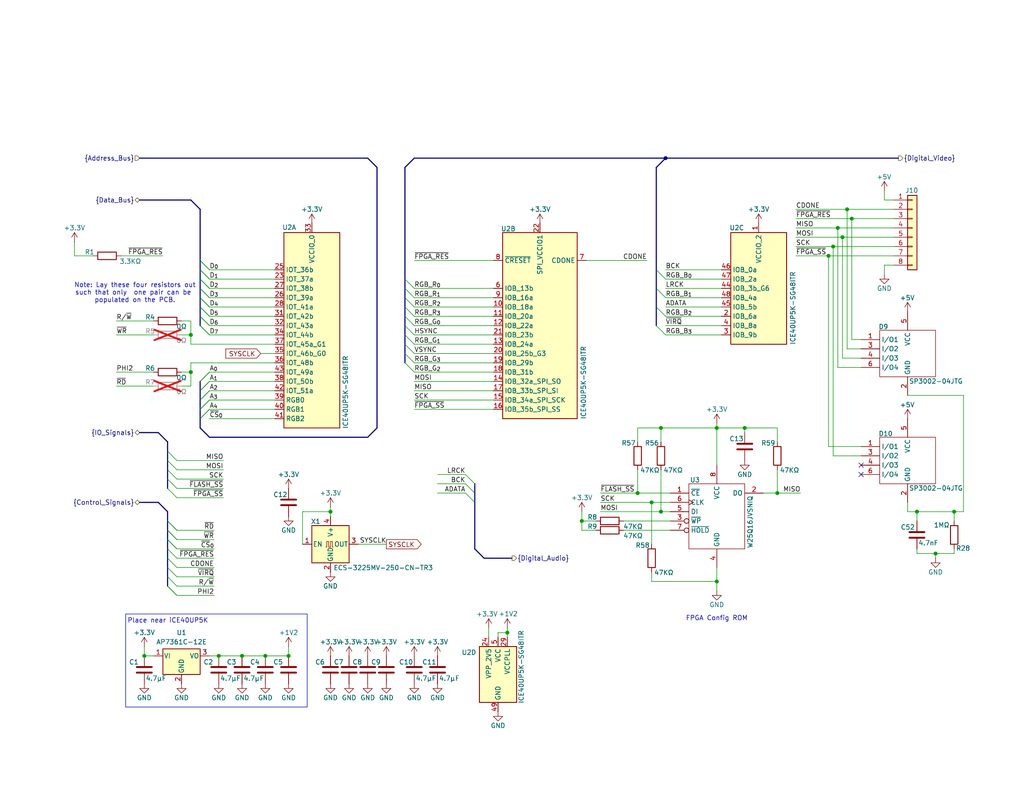
<source format=kicad_sch>
(kicad_sch
	(version 20231120)
	(generator "eeschema")
	(generator_version "8.0")
	(uuid "e43bbf25-951c-4464-a945-6ce113190b52")
	(paper "USLetter")
	
	(junction
		(at 250.19 139.7)
		(diameter 0)
		(color 0 0 0 0)
		(uuid "0240cf83-06ab-4e65-99cb-7e498c18c530")
	)
	(junction
		(at 78.74 179.07)
		(diameter 0)
		(color 0 0 0 0)
		(uuid "032545e6-7eba-417a-a77a-66339b147f62")
	)
	(junction
		(at 39.37 179.07)
		(diameter 0)
		(color 0 0 0 0)
		(uuid "0bace3d0-3d76-45d9-ada0-7acdb4ee63f1")
	)
	(junction
		(at 66.04 179.07)
		(diameter 0)
		(color 0 0 0 0)
		(uuid "0c5940d8-9d6b-4d4d-9443-1f23a4c583a8")
	)
	(junction
		(at 232.41 59.69)
		(diameter 0)
		(color 0 0 0 0)
		(uuid "146889f0-32a5-4a28-a281-af2c5d115c84")
	)
	(junction
		(at 195.58 116.84)
		(diameter 0)
		(color 0 0 0 0)
		(uuid "3164bdd1-a2c2-4573-a4b5-f00531e35d38")
	)
	(junction
		(at 180.34 116.84)
		(diameter 0)
		(color 0 0 0 0)
		(uuid "38970215-c7fa-410b-8ed0-282cbefcbb82")
	)
	(junction
		(at 90.17 139.7)
		(diameter 0)
		(color 0 0 0 0)
		(uuid "3a1252e3-db8c-4db7-b3a2-8aad2daeb224")
	)
	(junction
		(at 255.27 151.13)
		(diameter 0)
		(color 0 0 0 0)
		(uuid "3c21dabd-7381-490e-bcc7-97378a7b215d")
	)
	(junction
		(at 181.61 43.18)
		(diameter 0)
		(color 0 0 0 0)
		(uuid "52b8e03f-2aed-426d-9a84-7e8c7fc5aa1d")
	)
	(junction
		(at 158.75 142.24)
		(diameter 0)
		(color 0 0 0 0)
		(uuid "53351d0d-09cb-4191-bae2-f4e3662e9970")
	)
	(junction
		(at 59.69 179.07)
		(diameter 0)
		(color 0 0 0 0)
		(uuid "54531881-a2d1-4506-93a5-f6b243a934dd")
	)
	(junction
		(at 229.87 64.77)
		(diameter 0)
		(color 0 0 0 0)
		(uuid "58553e88-7400-40e9-a7c0-35650b61be26")
	)
	(junction
		(at 173.99 134.62)
		(diameter 0)
		(color 0 0 0 0)
		(uuid "613e8336-b368-41f6-a05e-9ef17a918a64")
	)
	(junction
		(at 260.35 139.7)
		(diameter 0)
		(color 0 0 0 0)
		(uuid "65a8bace-97aa-4835-b515-277cecbe4814")
	)
	(junction
		(at 231.14 57.15)
		(diameter 0)
		(color 0 0 0 0)
		(uuid "7a7ccdec-16f4-4674-b17b-aa2cfd1ea9b1")
	)
	(junction
		(at 72.39 179.07)
		(diameter 0)
		(color 0 0 0 0)
		(uuid "7d7c9193-065a-40cc-be33-53b75fc6125b")
	)
	(junction
		(at 195.58 158.75)
		(diameter 0)
		(color 0 0 0 0)
		(uuid "814ac92a-fa4d-463c-ad8a-300392f762b6")
	)
	(junction
		(at 138.43 172.72)
		(diameter 0)
		(color 0 0 0 0)
		(uuid "842359e5-22e8-4dc9-84e9-01fcaf7dbbdd")
	)
	(junction
		(at 227.33 67.31)
		(diameter 0)
		(color 0 0 0 0)
		(uuid "84affda6-b822-4269-a30a-2874465b642d")
	)
	(junction
		(at 180.34 139.7)
		(diameter 0)
		(color 0 0 0 0)
		(uuid "9739ab8d-23ea-4995-b46b-7e93317156a6")
	)
	(junction
		(at 228.6 62.23)
		(diameter 0)
		(color 0 0 0 0)
		(uuid "9bed3031-1a84-4747-b7cc-86d0c5332013")
	)
	(junction
		(at 212.09 134.62)
		(diameter 0)
		(color 0 0 0 0)
		(uuid "bb1a5c6f-b709-4a4a-b3a7-17777138e7b7")
	)
	(junction
		(at 177.8 137.16)
		(diameter 0)
		(color 0 0 0 0)
		(uuid "c5f1ba45-d790-488a-accf-a3b1bc56b56c")
	)
	(junction
		(at 52.07 101.6)
		(diameter 0)
		(color 0 0 0 0)
		(uuid "d00fe90b-59db-4509-892c-b0cdae6d1bbe")
	)
	(junction
		(at 203.2 116.84)
		(diameter 0)
		(color 0 0 0 0)
		(uuid "dce06496-9b38-4ef7-b109-43f9c8795b30")
	)
	(junction
		(at 52.07 91.44)
		(diameter 0)
		(color 0 0 0 0)
		(uuid "ec36f4ef-f594-4224-a34d-91e24e75e55d")
	)
	(junction
		(at 226.06 69.85)
		(diameter 0)
		(color 0 0 0 0)
		(uuid "fc034481-18cd-4789-88d1-eea1369ea821")
	)
	(no_connect
		(at 234.95 127)
		(uuid "ab7189a2-c8f0-490b-90b2-f4eb8ffe1348")
	)
	(no_connect
		(at 234.95 129.54)
		(uuid "b92c4c71-80d8-443e-8681-29272ad1dff4")
	)
	(bus_entry
		(at 54.61 71.12)
		(size 2.54 2.54)
		(stroke
			(width 0)
			(type default)
		)
		(uuid "008eb97d-f4a1-4577-b7ea-f14731bb5aad")
	)
	(bus_entry
		(at 54.61 109.22)
		(size 2.54 -2.54)
		(stroke
			(width 0)
			(type default)
		)
		(uuid "03c51950-8aca-4b28-b26b-4661f8a9a0f0")
	)
	(bus_entry
		(at 54.61 81.28)
		(size 2.54 2.54)
		(stroke
			(width 0)
			(type default)
		)
		(uuid "0b754330-b796-47d0-8171-d66810263fc2")
	)
	(bus_entry
		(at 110.49 83.82)
		(size 2.54 2.54)
		(stroke
			(width 0)
			(type default)
		)
		(uuid "12323df2-7233-4359-8433-53cf0d98f1ee")
	)
	(bus_entry
		(at 179.07 73.66)
		(size 2.54 2.54)
		(stroke
			(width 0)
			(type default)
		)
		(uuid "146729ba-faa3-4c0a-83d5-2d3a6686592a")
	)
	(bus_entry
		(at 54.61 86.36)
		(size 2.54 2.54)
		(stroke
			(width 0)
			(type default)
		)
		(uuid "1492392f-652c-47eb-b7d9-b5182191a72b")
	)
	(bus_entry
		(at 45.72 147.32)
		(size 2.54 2.54)
		(stroke
			(width 0)
			(type default)
		)
		(uuid "1556e3e4-2160-4c63-8e94-cab0655c55ae")
	)
	(bus_entry
		(at 129.54 137.16)
		(size -2.54 -2.54)
		(stroke
			(width 0)
			(type default)
		)
		(uuid "1d9ce9e8-4f34-4a5c-b4b8-775295a33650")
	)
	(bus_entry
		(at 54.61 86.36)
		(size 2.54 2.54)
		(stroke
			(width 0)
			(type default)
		)
		(uuid "20bef8d7-7269-4ba9-a639-93bbf0ce0480")
	)
	(bus_entry
		(at 45.72 142.24)
		(size 2.54 2.54)
		(stroke
			(width 0)
			(type default)
		)
		(uuid "2864d1e5-10ed-4945-93fa-c9dce8a5a2e8")
	)
	(bus_entry
		(at 54.61 111.76)
		(size 2.54 -2.54)
		(stroke
			(width 0)
			(type default)
		)
		(uuid "33fba802-587e-4ee6-9b74-54d1e828a115")
	)
	(bus_entry
		(at 54.61 78.74)
		(size 2.54 2.54)
		(stroke
			(width 0)
			(type default)
		)
		(uuid "34413ac9-e412-43ca-9074-01e4f254018c")
	)
	(bus_entry
		(at 110.49 99.06)
		(size 2.54 2.54)
		(stroke
			(width 0)
			(type default)
		)
		(uuid "37e6c0c8-0db1-494b-a0fa-fadc1b390ff0")
	)
	(bus_entry
		(at 45.72 144.78)
		(size 2.54 2.54)
		(stroke
			(width 0)
			(type default)
		)
		(uuid "3b6983b2-c202-4bfc-a608-b3f8014af542")
	)
	(bus_entry
		(at 45.72 157.48)
		(size 2.54 2.54)
		(stroke
			(width 0)
			(type default)
		)
		(uuid "3e0fc9aa-3f69-41c9-9fca-a73c6ad34cbf")
	)
	(bus_entry
		(at 45.72 142.24)
		(size 2.54 2.54)
		(stroke
			(width 0)
			(type default)
		)
		(uuid "3f09120f-cc81-4426-ab07-e59d0d619ac1")
	)
	(bus_entry
		(at 110.49 91.44)
		(size 2.54 2.54)
		(stroke
			(width 0)
			(type default)
		)
		(uuid "4e0b22af-4ac6-4c87-9123-894b0c448069")
	)
	(bus_entry
		(at 54.61 88.9)
		(size 2.54 2.54)
		(stroke
			(width 0)
			(type default)
		)
		(uuid "4e7c20c1-4506-4f45-9c7e-85e3ccf383ca")
	)
	(bus_entry
		(at 110.49 76.2)
		(size 2.54 2.54)
		(stroke
			(width 0)
			(type default)
		)
		(uuid "4ec3aedd-4144-4f77-a157-e2d32d9f9e6d")
	)
	(bus_entry
		(at 54.61 111.76)
		(size 2.54 -2.54)
		(stroke
			(width 0)
			(type default)
		)
		(uuid "5676a95b-71ce-44e6-8ecb-329fde08717d")
	)
	(bus_entry
		(at 54.61 76.2)
		(size 2.54 2.54)
		(stroke
			(width 0)
			(type default)
		)
		(uuid "57be2646-b7e8-4a02-bf4e-ddd3e9ddc36d")
	)
	(bus_entry
		(at 110.49 88.9)
		(size 2.54 2.54)
		(stroke
			(width 0)
			(type default)
		)
		(uuid "5ae1363c-e092-488c-953b-5ca15eeadb0b")
	)
	(bus_entry
		(at 45.72 130.81)
		(size 2.54 2.54)
		(stroke
			(width 0)
			(type default)
		)
		(uuid "62721f79-e7d8-4093-95fa-5a8e4aee58e3")
	)
	(bus_entry
		(at 110.49 86.36)
		(size 2.54 2.54)
		(stroke
			(width 0)
			(type default)
		)
		(uuid "6a141310-c411-46a5-8303-abfda9005275")
	)
	(bus_entry
		(at 54.61 104.14)
		(size 2.54 -2.54)
		(stroke
			(width 0)
			(type default)
		)
		(uuid "70474f17-bb59-4150-b01a-7cc067c3b884")
	)
	(bus_entry
		(at 45.72 133.35)
		(size 2.54 2.54)
		(stroke
			(width 0)
			(type default)
		)
		(uuid "7510216c-5341-46b8-8080-debff0c0cd39")
	)
	(bus_entry
		(at 179.07 88.9)
		(size 2.54 2.54)
		(stroke
			(width 0)
			(type default)
		)
		(uuid "7d29fb3c-dfe4-4da8-b6fd-65da7237f678")
	)
	(bus_entry
		(at 54.61 73.66)
		(size 2.54 2.54)
		(stroke
			(width 0)
			(type default)
		)
		(uuid "7d2c8b35-6a42-44ee-98d2-02c34ece674f")
	)
	(bus_entry
		(at 110.49 96.52)
		(size 2.54 2.54)
		(stroke
			(width 0)
			(type default)
		)
		(uuid "7ed95033-6213-49a1-b597-9ebbe1bfd87a")
	)
	(bus_entry
		(at 54.61 83.82)
		(size 2.54 2.54)
		(stroke
			(width 0)
			(type default)
		)
		(uuid "87f460cb-3b0f-405e-9b0b-042debbee994")
	)
	(bus_entry
		(at 54.61 78.74)
		(size 2.54 2.54)
		(stroke
			(width 0)
			(type default)
		)
		(uuid "8828fc8e-0ef7-4695-b922-242a258ce6f8")
	)
	(bus_entry
		(at 179.07 83.82)
		(size 2.54 2.54)
		(stroke
			(width 0)
			(type default)
		)
		(uuid "88c1c866-601f-494a-8397-2b6be2655ac8")
	)
	(bus_entry
		(at 110.49 81.28)
		(size 2.54 2.54)
		(stroke
			(width 0)
			(type default)
		)
		(uuid "8b57d25b-ee0e-4dd7-87a2-1d4d03ce35c8")
	)
	(bus_entry
		(at 45.72 160.02)
		(size 2.54 2.54)
		(stroke
			(width 0)
			(type default)
		)
		(uuid "8ce5b7aa-845b-46cb-bd2f-18a450a34739")
	)
	(bus_entry
		(at 54.61 71.12)
		(size 2.54 2.54)
		(stroke
			(width 0)
			(type default)
		)
		(uuid "91cc9634-1cf7-45c8-bec1-bba74e578a69")
	)
	(bus_entry
		(at 54.61 104.14)
		(size 2.54 -2.54)
		(stroke
			(width 0)
			(type default)
		)
		(uuid "9235a7df-800f-4437-b063-7166e3bfad4d")
	)
	(bus_entry
		(at 129.54 134.62)
		(size -2.54 -2.54)
		(stroke
			(width 0)
			(type default)
		)
		(uuid "9e482587-e266-4de7-9ded-25f9ead41db8")
	)
	(bus_entry
		(at 129.54 132.08)
		(size -2.54 -2.54)
		(stroke
			(width 0)
			(type default)
		)
		(uuid "a34e58c1-ffff-4ae5-a882-f76bbc8e8fe2")
	)
	(bus_entry
		(at 45.72 149.86)
		(size 2.54 2.54)
		(stroke
			(width 0)
			(type default)
		)
		(uuid "a4bb2e45-b1a8-4427-9eff-b9ac90538ba4")
	)
	(bus_entry
		(at 45.72 147.32)
		(size 2.54 2.54)
		(stroke
			(width 0)
			(type default)
		)
		(uuid "a7ef3aad-95f6-441b-801a-fae9961c7c93")
	)
	(bus_entry
		(at 54.61 106.68)
		(size 2.54 -2.54)
		(stroke
			(width 0)
			(type default)
		)
		(uuid "aae58e20-00ad-47ad-9d58-c10429bca59f")
	)
	(bus_entry
		(at 54.61 109.22)
		(size 2.54 -2.54)
		(stroke
			(width 0)
			(type default)
		)
		(uuid "ab810483-875d-4920-949a-b26aad695013")
	)
	(bus_entry
		(at 54.61 76.2)
		(size 2.54 2.54)
		(stroke
			(width 0)
			(type default)
		)
		(uuid "bc67e316-e751-4d3f-9b5c-312f62ca4a16")
	)
	(bus_entry
		(at 45.72 144.78)
		(size 2.54 2.54)
		(stroke
			(width 0)
			(type default)
		)
		(uuid "bfe9c81b-6b08-4b72-8f38-be162aa88c11")
	)
	(bus_entry
		(at 54.61 106.68)
		(size 2.54 -2.54)
		(stroke
			(width 0)
			(type default)
		)
		(uuid "c0fcb369-9394-45d1-b119-3799f8f7ef67")
	)
	(bus_entry
		(at 45.72 128.27)
		(size 2.54 2.54)
		(stroke
			(width 0)
			(type default)
		)
		(uuid "c17366ea-41f8-46ff-bbd5-b6877fde00a5")
	)
	(bus_entry
		(at 45.72 160.02)
		(size 2.54 2.54)
		(stroke
			(width 0)
			(type default)
		)
		(uuid "c4e153a7-41ca-4948-b5ef-20eef808110e")
	)
	(bus_entry
		(at 45.72 152.4)
		(size 2.54 2.54)
		(stroke
			(width 0)
			(type default)
		)
		(uuid "c5e7408e-d480-4428-b1e8-7a122436562d")
	)
	(bus_entry
		(at 45.72 123.19)
		(size 2.54 2.54)
		(stroke
			(width 0)
			(type default)
		)
		(uuid "c7797b14-2091-4cd3-a129-0230070b8ba4")
	)
	(bus_entry
		(at 110.49 93.98)
		(size 2.54 2.54)
		(stroke
			(width 0)
			(type default)
		)
		(uuid "ca9f72af-326d-4a77-a83d-396378843af6")
	)
	(bus_entry
		(at 54.61 114.3)
		(size 2.54 -2.54)
		(stroke
			(width 0)
			(type default)
		)
		(uuid "d045f3f2-e6b7-4a35-a8c8-e792fd8bd668")
	)
	(bus_entry
		(at 54.61 73.66)
		(size 2.54 2.54)
		(stroke
			(width 0)
			(type default)
		)
		(uuid "d0a8ab26-56fa-4698-aa37-62450cab3ac8")
	)
	(bus_entry
		(at 179.07 78.74)
		(size 2.54 2.54)
		(stroke
			(width 0)
			(type default)
		)
		(uuid "d5b1d6ff-2b5b-477d-8092-fce95fa913d3")
	)
	(bus_entry
		(at 54.61 81.28)
		(size 2.54 2.54)
		(stroke
			(width 0)
			(type default)
		)
		(uuid "e0074e95-d111-4f3d-ad3b-9188c8c58b00")
	)
	(bus_entry
		(at 45.72 125.73)
		(size 2.54 2.54)
		(stroke
			(width 0)
			(type default)
		)
		(uuid "e4815ebf-8667-42fe-aa72-aeeeffd4ee72")
	)
	(bus_entry
		(at 110.49 78.74)
		(size 2.54 2.54)
		(stroke
			(width 0)
			(type default)
		)
		(uuid "f0993c61-d750-4b8d-83f3-9baf74af0371")
	)
	(bus_entry
		(at 45.72 154.94)
		(size 2.54 2.54)
		(stroke
			(width 0)
			(type default)
		)
		(uuid "f1addf16-604d-442b-bcfc-e93cb2d19857")
	)
	(bus_entry
		(at 54.61 88.9)
		(size 2.54 2.54)
		(stroke
			(width 0)
			(type default)
		)
		(uuid "f8bce643-1137-4fd9-8adc-124774b6ff88")
	)
	(bus_entry
		(at 54.61 114.3)
		(size 2.54 -2.54)
		(stroke
			(width 0)
			(type default)
		)
		(uuid "fa890d21-1553-41d2-8322-cd068d68279a")
	)
	(bus_entry
		(at 54.61 83.82)
		(size 2.54 2.54)
		(stroke
			(width 0)
			(type default)
		)
		(uuid "fd1a4083-51c0-4fa5-9571-139995cdf8e8")
	)
	(wire
		(pts
			(xy 158.75 139.7) (xy 158.75 142.24)
		)
		(stroke
			(width 0)
			(type default)
		)
		(uuid "0099f3c0-af45-40ca-ba5a-4ca5526b9bfa")
	)
	(wire
		(pts
			(xy 52.07 99.06) (xy 52.07 101.6)
		)
		(stroke
			(width 0)
			(type default)
		)
		(uuid "020a61de-d102-4d27-90d1-9e451db5de0c")
	)
	(bus
		(pts
			(xy 38.1 43.18) (xy 100.33 43.18)
		)
		(stroke
			(width 0)
			(type default)
		)
		(uuid "0304a72e-3c0b-4b51-9a91-5679933e4b26")
	)
	(wire
		(pts
			(xy 49.53 101.6) (xy 52.07 101.6)
		)
		(stroke
			(width 0)
			(type default)
		)
		(uuid "03df6f23-77d0-4345-9c06-76f275682d9e")
	)
	(bus
		(pts
			(xy 179.07 78.74) (xy 179.07 83.82)
		)
		(stroke
			(width 0)
			(type default)
		)
		(uuid "0550fb2b-4c03-49c9-a75f-5867b49b8b4d")
	)
	(wire
		(pts
			(xy 48.26 135.89) (xy 60.96 135.89)
		)
		(stroke
			(width 0)
			(type default)
		)
		(uuid "057dd2de-91df-440c-8c9f-7f00e8b20739")
	)
	(wire
		(pts
			(xy 203.2 116.84) (xy 212.09 116.84)
		)
		(stroke
			(width 0)
			(type default)
		)
		(uuid "05d485a6-1def-4d2d-be57-1d8169ff0962")
	)
	(wire
		(pts
			(xy 158.75 142.24) (xy 158.75 144.78)
		)
		(stroke
			(width 0)
			(type default)
		)
		(uuid "06824c28-5366-4971-8791-085f16672c58")
	)
	(bus
		(pts
			(xy 129.54 149.86) (xy 132.08 152.4)
		)
		(stroke
			(width 0)
			(type default)
		)
		(uuid "07885d03-877e-4f2e-943a-17dcdf29145b")
	)
	(wire
		(pts
			(xy 181.61 76.2) (xy 196.85 76.2)
		)
		(stroke
			(width 0)
			(type default)
		)
		(uuid "0823653a-cd52-4c27-80ae-1083eea73fd5")
	)
	(bus
		(pts
			(xy 38.1 118.11) (xy 43.18 118.11)
		)
		(stroke
			(width 0)
			(type default)
		)
		(uuid "0ac21d8f-0719-4923-be72-175e5d80a4d0")
	)
	(wire
		(pts
			(xy 31.75 105.41) (xy 41.91 105.41)
		)
		(stroke
			(width 0)
			(type default)
		)
		(uuid "0afabcfe-11f2-42e5-b9b0-212e17a51c49")
	)
	(bus
		(pts
			(xy 54.61 57.15) (xy 52.07 54.61)
		)
		(stroke
			(width 0)
			(type default)
		)
		(uuid "0cb34610-7752-4bb2-9464-65f6791edf41")
	)
	(wire
		(pts
			(xy 48.26 128.27) (xy 60.96 128.27)
		)
		(stroke
			(width 0)
			(type default)
		)
		(uuid "0e7fbc2a-968a-45d4-9d1f-dfcb884fda12")
	)
	(bus
		(pts
			(xy 54.61 104.14) (xy 54.61 106.68)
		)
		(stroke
			(width 0)
			(type default)
		)
		(uuid "10b42436-1912-4a7d-81d3-0811653fc308")
	)
	(bus
		(pts
			(xy 45.72 125.73) (xy 45.72 128.27)
		)
		(stroke
			(width 0)
			(type default)
		)
		(uuid "14c92d37-df27-4752-a00d-029fe50db4c5")
	)
	(wire
		(pts
			(xy 113.03 78.74) (xy 134.62 78.74)
		)
		(stroke
			(width 0)
			(type default)
		)
		(uuid "15385254-74de-4154-9810-71d313521392")
	)
	(bus
		(pts
			(xy 110.49 78.74) (xy 110.49 81.28)
		)
		(stroke
			(width 0)
			(type default)
		)
		(uuid "1658946c-dc6e-4a34-8182-6cf0b71b556e")
	)
	(wire
		(pts
			(xy 48.26 154.94) (xy 58.42 154.94)
		)
		(stroke
			(width 0)
			(type default)
		)
		(uuid "182a1965-9e5d-4b25-8d25-80709aaf5d97")
	)
	(wire
		(pts
			(xy 127 132.08) (xy 119.38 132.08)
		)
		(stroke
			(width 0)
			(type default)
		)
		(uuid "1c34e51e-7a53-4047-9e59-ce4bb297a494")
	)
	(bus
		(pts
			(xy 110.49 88.9) (xy 110.49 91.44)
		)
		(stroke
			(width 0)
			(type default)
		)
		(uuid "1c923cc1-947d-45c9-ac00-cc0fc7d3dc0c")
	)
	(wire
		(pts
			(xy 57.15 81.28) (xy 74.93 81.28)
		)
		(stroke
			(width 0)
			(type default)
		)
		(uuid "1cd508d6-68ca-45ef-a64c-10a2f5f62758")
	)
	(wire
		(pts
			(xy 57.15 88.9) (xy 74.93 88.9)
		)
		(stroke
			(width 0)
			(type default)
		)
		(uuid "1ebc457c-2bba-487a-ab94-e1619c18cd4a")
	)
	(wire
		(pts
			(xy 113.03 81.28) (xy 134.62 81.28)
		)
		(stroke
			(width 0)
			(type default)
		)
		(uuid "1ed6fcad-b5ca-4bc4-a9bc-0298b66f2a50")
	)
	(wire
		(pts
			(xy 181.61 91.44) (xy 196.85 91.44)
		)
		(stroke
			(width 0)
			(type default)
		)
		(uuid "209f6463-7473-4b29-8d82-9cde5fdcc50e")
	)
	(wire
		(pts
			(xy 250.19 151.13) (xy 250.19 149.86)
		)
		(stroke
			(width 0)
			(type default)
		)
		(uuid "20d976e7-1b8e-4907-b162-ca37be80cd0c")
	)
	(bus
		(pts
			(xy 43.18 137.16) (xy 45.72 139.7)
		)
		(stroke
			(width 0)
			(type default)
		)
		(uuid "20e4ec5e-a628-40c8-a5fd-bd33585a23ce")
	)
	(wire
		(pts
			(xy 177.8 158.75) (xy 195.58 158.75)
		)
		(stroke
			(width 0)
			(type default)
		)
		(uuid "21c5f361-9180-4691-8031-4f47a4ee0b3d")
	)
	(bus
		(pts
			(xy 54.61 76.2) (xy 54.61 78.74)
		)
		(stroke
			(width 0)
			(type default)
		)
		(uuid "21dc71c6-579c-4dc4-957c-99c2bcca2cf7")
	)
	(wire
		(pts
			(xy 48.26 149.86) (xy 58.42 149.86)
		)
		(stroke
			(width 0)
			(type default)
		)
		(uuid "2257fb74-9bdb-40b0-a4a5-fb26972a40e0")
	)
	(bus
		(pts
			(xy 110.49 45.72) (xy 113.03 43.18)
		)
		(stroke
			(width 0)
			(type default)
		)
		(uuid "24d8981a-a78d-43b2-ba53-7ca7fca2bed2")
	)
	(wire
		(pts
			(xy 52.07 99.06) (xy 74.93 99.06)
		)
		(stroke
			(width 0)
			(type default)
		)
		(uuid "2602e1f6-5711-484d-86e1-8534fb02d560")
	)
	(wire
		(pts
			(xy 163.83 137.16) (xy 177.8 137.16)
		)
		(stroke
			(width 0)
			(type default)
		)
		(uuid "260932dd-a97f-4867-a2ef-4098dd0872bc")
	)
	(wire
		(pts
			(xy 57.15 109.22) (xy 74.93 109.22)
		)
		(stroke
			(width 0)
			(type default)
		)
		(uuid "267383b8-35e6-454c-a421-389b930caf4b")
	)
	(wire
		(pts
			(xy 66.04 179.07) (xy 72.39 179.07)
		)
		(stroke
			(width 0)
			(type default)
		)
		(uuid "269b8cb5-fd58-4b86-bd78-4439ca0171dd")
	)
	(wire
		(pts
			(xy 138.43 171.45) (xy 138.43 172.72)
		)
		(stroke
			(width 0)
			(type default)
		)
		(uuid "26a4a00f-8df3-46d5-9966-54109d5f6301")
	)
	(wire
		(pts
			(xy 49.53 105.41) (xy 52.07 105.41)
		)
		(stroke
			(width 0)
			(type default)
		)
		(uuid "28a734f9-d98a-465a-a95e-27381951e5d7")
	)
	(wire
		(pts
			(xy 229.87 64.77) (xy 229.87 97.79)
		)
		(stroke
			(width 0)
			(type default)
		)
		(uuid "2970753c-cd55-4050-b470-6ad483cc5625")
	)
	(wire
		(pts
			(xy 181.61 88.9) (xy 196.85 88.9)
		)
		(stroke
			(width 0)
			(type default)
		)
		(uuid "2db88baa-1064-4650-952b-810a4d7ea975")
	)
	(wire
		(pts
			(xy 195.58 161.29) (xy 195.58 158.75)
		)
		(stroke
			(width 0)
			(type default)
		)
		(uuid "2e7ce060-c891-4944-a2be-671963c9a34f")
	)
	(bus
		(pts
			(xy 179.07 45.72) (xy 181.61 43.18)
		)
		(stroke
			(width 0)
			(type default)
		)
		(uuid "30e10a94-96a7-40a8-abba-4c4fcb42ac9c")
	)
	(wire
		(pts
			(xy 247.65 107.95) (xy 262.89 107.95)
		)
		(stroke
			(width 0)
			(type default)
		)
		(uuid "312ce2e0-20ce-4688-a979-29caa6167547")
	)
	(wire
		(pts
			(xy 57.15 111.76) (xy 74.93 111.76)
		)
		(stroke
			(width 0)
			(type default)
		)
		(uuid "322d6603-0c90-4718-81c8-506c8824c555")
	)
	(wire
		(pts
			(xy 113.03 86.36) (xy 134.62 86.36)
		)
		(stroke
			(width 0)
			(type default)
		)
		(uuid "32944a05-9b5c-4888-bf81-7fb4dcfc150b")
	)
	(wire
		(pts
			(xy 31.75 87.63) (xy 41.91 87.63)
		)
		(stroke
			(width 0)
			(type default)
		)
		(uuid "34ce7aa7-1702-46fb-88f7-f768a1d1f5c4")
	)
	(bus
		(pts
			(xy 179.07 45.72) (xy 179.07 73.66)
		)
		(stroke
			(width 0)
			(type default)
		)
		(uuid "35a10500-e820-4c9c-aba8-e98171f55cb9")
	)
	(wire
		(pts
			(xy 48.26 152.4) (xy 58.42 152.4)
		)
		(stroke
			(width 0)
			(type default)
		)
		(uuid "37df39eb-48e1-4e51-9765-7a9502202389")
	)
	(bus
		(pts
			(xy 45.72 154.94) (xy 45.72 157.48)
		)
		(stroke
			(width 0)
			(type default)
		)
		(uuid "39389a4d-6183-4a4e-b613-34b02dc48c96")
	)
	(wire
		(pts
			(xy 170.18 144.78) (xy 182.88 144.78)
		)
		(stroke
			(width 0)
			(type default)
		)
		(uuid "3b4ed2bf-b15a-4912-9112-52490bb5f593")
	)
	(wire
		(pts
			(xy 57.15 114.3) (xy 74.93 114.3)
		)
		(stroke
			(width 0)
			(type default)
		)
		(uuid "3ca1c077-c87a-4da8-baf4-b403f6d4ca1b")
	)
	(wire
		(pts
			(xy 82.55 139.7) (xy 82.55 148.59)
		)
		(stroke
			(width 0)
			(type default)
		)
		(uuid "3cda1777-b1b2-45c2-bb78-1de8d8bc2adb")
	)
	(wire
		(pts
			(xy 229.87 64.77) (xy 243.84 64.77)
		)
		(stroke
			(width 0)
			(type default)
		)
		(uuid "41547412-cc7e-4510-887d-3179f08e3d25")
	)
	(bus
		(pts
			(xy 179.07 83.82) (xy 179.07 88.9)
		)
		(stroke
			(width 0)
			(type default)
		)
		(uuid "41996a88-bd98-4bfb-a11d-af79dd19996b")
	)
	(wire
		(pts
			(xy 49.53 91.44) (xy 52.07 91.44)
		)
		(stroke
			(width 0)
			(type default)
		)
		(uuid "421d4f9b-fefc-443c-850a-5b070025e253")
	)
	(wire
		(pts
			(xy 255.27 151.13) (xy 255.27 152.4)
		)
		(stroke
			(width 0)
			(type default)
		)
		(uuid "4371c346-a7a0-4d68-9de5-ef51f747900f")
	)
	(wire
		(pts
			(xy 158.75 142.24) (xy 162.56 142.24)
		)
		(stroke
			(width 0)
			(type default)
		)
		(uuid "43b6719d-1622-49af-b450-6c937c5c16f7")
	)
	(wire
		(pts
			(xy 226.06 121.92) (xy 226.06 69.85)
		)
		(stroke
			(width 0)
			(type default)
		)
		(uuid "45016f81-dbc9-405e-a13d-07416008f839")
	)
	(bus
		(pts
			(xy 129.54 132.08) (xy 129.54 134.62)
		)
		(stroke
			(width 0)
			(type default)
		)
		(uuid "4519e14e-9d3d-4ede-9067-903d33699362")
	)
	(wire
		(pts
			(xy 57.15 179.07) (xy 59.69 179.07)
		)
		(stroke
			(width 0)
			(type default)
		)
		(uuid "458a523b-c2f0-4e74-a9f7-274f195adef8")
	)
	(bus
		(pts
			(xy 54.61 114.3) (xy 54.61 116.84)
		)
		(stroke
			(width 0)
			(type default)
		)
		(uuid "46852e42-82ec-476f-9305-88110de0aa18")
	)
	(wire
		(pts
			(xy 177.8 156.21) (xy 177.8 158.75)
		)
		(stroke
			(width 0)
			(type default)
		)
		(uuid "478f6c1a-0aa9-48a1-866f-551b3fc4dfec")
	)
	(bus
		(pts
			(xy 113.03 43.18) (xy 181.61 43.18)
		)
		(stroke
			(width 0)
			(type default)
		)
		(uuid "49a1eaa6-67ca-4abd-878b-45c787340e1b")
	)
	(wire
		(pts
			(xy 57.15 106.68) (xy 74.93 106.68)
		)
		(stroke
			(width 0)
			(type default)
		)
		(uuid "4a220f1b-8940-4bad-8ec6-bf09418172f7")
	)
	(bus
		(pts
			(xy 38.1 54.61) (xy 52.07 54.61)
		)
		(stroke
			(width 0)
			(type default)
		)
		(uuid "4a52e698-727f-4f26-b96e-41ad13307c8b")
	)
	(wire
		(pts
			(xy 243.84 69.85) (xy 226.06 69.85)
		)
		(stroke
			(width 0)
			(type default)
		)
		(uuid "4a6c0c23-250d-4c10-9425-f95ec7f4072a")
	)
	(wire
		(pts
			(xy 71.12 96.52) (xy 74.93 96.52)
		)
		(stroke
			(width 0)
			(type default)
		)
		(uuid "4c781866-7d37-4e65-9cbd-ce8f4db5e68e")
	)
	(wire
		(pts
			(xy 57.15 101.6) (xy 74.93 101.6)
		)
		(stroke
			(width 0)
			(type default)
		)
		(uuid "4ce5130b-0f61-43fb-8eaf-f85ae442085c")
	)
	(wire
		(pts
			(xy 127 134.62) (xy 119.38 134.62)
		)
		(stroke
			(width 0)
			(type default)
		)
		(uuid "4d109713-8b60-4ef5-b3ae-49221ccadff5")
	)
	(bus
		(pts
			(xy 102.87 116.84) (xy 100.33 119.38)
		)
		(stroke
			(width 0)
			(type default)
		)
		(uuid "4e1fd7e6-b28b-4528-b751-20ab26e41d4d")
	)
	(wire
		(pts
			(xy 138.43 172.72) (xy 138.43 173.99)
		)
		(stroke
			(width 0)
			(type default)
		)
		(uuid "4ec79bf4-d220-4ba8-b54e-055f17374409")
	)
	(bus
		(pts
			(xy 54.61 106.68) (xy 54.61 109.22)
		)
		(stroke
			(width 0)
			(type default)
		)
		(uuid "4ecc7e45-c330-4cf6-bf69-240085a5d4bb")
	)
	(wire
		(pts
			(xy 227.33 67.31) (xy 243.84 67.31)
		)
		(stroke
			(width 0)
			(type default)
		)
		(uuid "4f08ef12-9be9-4a82-adb1-d0c5a4f42152")
	)
	(bus
		(pts
			(xy 132.08 152.4) (xy 139.7 152.4)
		)
		(stroke
			(width 0)
			(type default)
		)
		(uuid "51b8d546-bdb4-4afe-afc3-993adfd59f52")
	)
	(wire
		(pts
			(xy 57.15 86.36) (xy 74.93 86.36)
		)
		(stroke
			(width 0)
			(type default)
		)
		(uuid "52bf4b3d-f7bd-4783-bfe8-3347f35a7ba2")
	)
	(bus
		(pts
			(xy 129.54 137.16) (xy 129.54 149.86)
		)
		(stroke
			(width 0)
			(type default)
		)
		(uuid "53b3b166-3700-4277-b9b6-2ab0f3024a53")
	)
	(bus
		(pts
			(xy 54.61 111.76) (xy 54.61 114.3)
		)
		(stroke
			(width 0)
			(type default)
		)
		(uuid "57450cdb-4196-47fb-861b-5f2ce3a4e7bf")
	)
	(wire
		(pts
			(xy 52.07 105.41) (xy 52.07 101.6)
		)
		(stroke
			(width 0)
			(type default)
		)
		(uuid "57b7250b-1594-4b09-847e-42d3b9ed7be6")
	)
	(wire
		(pts
			(xy 173.99 128.27) (xy 173.99 134.62)
		)
		(stroke
			(width 0)
			(type default)
		)
		(uuid "5dca3474-6103-4fb3-88b2-103f2be0c89a")
	)
	(wire
		(pts
			(xy 247.65 139.7) (xy 250.19 139.7)
		)
		(stroke
			(width 0)
			(type default)
		)
		(uuid "5ddcec3b-ff60-4c5c-bb84-89f2e8639d70")
	)
	(wire
		(pts
			(xy 180.34 116.84) (xy 195.58 116.84)
		)
		(stroke
			(width 0)
			(type default)
		)
		(uuid "5f2810ae-ee4b-4cc4-ab24-96d295a23e87")
	)
	(wire
		(pts
			(xy 260.35 139.7) (xy 262.89 139.7)
		)
		(stroke
			(width 0)
			(type default)
		)
		(uuid "5f44e8e6-e279-45e4-a8b8-d93f8cdf36b4")
	)
	(wire
		(pts
			(xy 173.99 116.84) (xy 180.34 116.84)
		)
		(stroke
			(width 0)
			(type default)
		)
		(uuid "5f8de07f-5bf7-4262-9c09-2abc7c3a6964")
	)
	(wire
		(pts
			(xy 195.58 116.84) (xy 203.2 116.84)
		)
		(stroke
			(width 0)
			(type default)
		)
		(uuid "5fdf7c2c-e25a-47af-9580-5abc18d54381")
	)
	(wire
		(pts
			(xy 113.03 111.76) (xy 134.62 111.76)
		)
		(stroke
			(width 0)
			(type default)
		)
		(uuid "610e391b-4ce0-40e0-b242-018aef4c6c4b")
	)
	(wire
		(pts
			(xy 229.87 97.79) (xy 234.95 97.79)
		)
		(stroke
			(width 0)
			(type default)
		)
		(uuid "613442c3-448f-4718-b03c-73123498fc71")
	)
	(wire
		(pts
			(xy 260.35 151.13) (xy 260.35 149.86)
		)
		(stroke
			(width 0)
			(type default)
		)
		(uuid "6296936b-8cee-455c-8837-66ac14ba6661")
	)
	(wire
		(pts
			(xy 232.41 59.69) (xy 243.84 59.69)
		)
		(stroke
			(width 0)
			(type default)
		)
		(uuid "62a9b28a-0078-4920-9d5f-87809c398687")
	)
	(wire
		(pts
			(xy 232.41 92.71) (xy 234.95 92.71)
		)
		(stroke
			(width 0)
			(type default)
		)
		(uuid "6511cec3-11cd-433d-8d6f-1b182fa018f4")
	)
	(wire
		(pts
			(xy 31.75 91.44) (xy 41.91 91.44)
		)
		(stroke
			(width 0)
			(type default)
		)
		(uuid "65a47eb9-0c6f-4fcb-90a7-02c47a244325")
	)
	(bus
		(pts
			(xy 54.61 71.12) (xy 54.61 73.66)
		)
		(stroke
			(width 0)
			(type default)
		)
		(uuid "65e6d7e2-639f-4fe8-bf5e-6b9258daf156")
	)
	(wire
		(pts
			(xy 57.15 78.74) (xy 74.93 78.74)
		)
		(stroke
			(width 0)
			(type default)
		)
		(uuid "671bfbff-2c05-428f-a7a7-7105753fe223")
	)
	(wire
		(pts
			(xy 227.33 67.31) (xy 227.33 124.46)
		)
		(stroke
			(width 0)
			(type default)
		)
		(uuid "684c4dca-4176-4bac-89f7-9b3ccc098d6b")
	)
	(bus
		(pts
			(xy 38.1 137.16) (xy 43.18 137.16)
		)
		(stroke
			(width 0)
			(type default)
		)
		(uuid "688ab613-5f8a-4606-acd2-2d4e5b43a504")
	)
	(wire
		(pts
			(xy 90.17 138.43) (xy 90.17 139.7)
		)
		(stroke
			(width 0)
			(type default)
		)
		(uuid "69acc243-d0d5-4717-95ef-4d2bd9a1a6b7")
	)
	(wire
		(pts
			(xy 39.37 176.53) (xy 39.37 179.07)
		)
		(stroke
			(width 0)
			(type default)
		)
		(uuid "6a1a2ac2-13b6-42d6-af96-9ab7e1954e16")
	)
	(wire
		(pts
			(xy 113.03 104.14) (xy 134.62 104.14)
		)
		(stroke
			(width 0)
			(type default)
		)
		(uuid "6ba24a0d-b39b-4d05-8501-d9f0e4ae2a55")
	)
	(wire
		(pts
			(xy 217.17 67.31) (xy 227.33 67.31)
		)
		(stroke
			(width 0)
			(type default)
		)
		(uuid "6bed80fc-70ce-48b9-a447-55e2ec4eb05a")
	)
	(bus
		(pts
			(xy 110.49 93.98) (xy 110.49 96.52)
		)
		(stroke
			(width 0)
			(type default)
		)
		(uuid "6c263260-9445-4c94-b7c7-2c55ca564f77")
	)
	(wire
		(pts
			(xy 181.61 73.66) (xy 196.85 73.66)
		)
		(stroke
			(width 0)
			(type default)
		)
		(uuid "6d27b985-e6c3-4d68-a50d-fbebf461f9ba")
	)
	(bus
		(pts
			(xy 110.49 86.36) (xy 110.49 88.9)
		)
		(stroke
			(width 0)
			(type default)
		)
		(uuid "6f420b31-bbad-4e37-881f-d528367559cf")
	)
	(bus
		(pts
			(xy 102.87 45.72) (xy 102.87 116.84)
		)
		(stroke
			(width 0)
			(type default)
		)
		(uuid "710e03f3-a559-4732-9ab7-87b5410691c4")
	)
	(bus
		(pts
			(xy 43.18 118.11) (xy 45.72 120.65)
		)
		(stroke
			(width 0)
			(type default)
		)
		(uuid "71149a6b-6e0c-4cdf-a004-fb7b72b8544a")
	)
	(bus
		(pts
			(xy 54.61 109.22) (xy 54.61 111.76)
		)
		(stroke
			(width 0)
			(type default)
		)
		(uuid "71f8b8be-c4dd-4705-8ad8-9cd592e9fa90")
	)
	(wire
		(pts
			(xy 48.26 147.32) (xy 58.42 147.32)
		)
		(stroke
			(width 0)
			(type default)
		)
		(uuid "72ab30bd-9503-4315-b6a6-fef49a7eb28c")
	)
	(wire
		(pts
			(xy 44.45 69.85) (xy 33.02 69.85)
		)
		(stroke
			(width 0)
			(type default)
		)
		(uuid "75ebc832-a449-46c1-ab42-5c808bdd6053")
	)
	(wire
		(pts
			(xy 212.09 134.62) (xy 208.28 134.62)
		)
		(stroke
			(width 0)
			(type default)
		)
		(uuid "7679601f-abc4-4ec1-b7f4-7d6bb83dae91")
	)
	(bus
		(pts
			(xy 45.72 130.81) (xy 45.72 133.35)
		)
		(stroke
			(width 0)
			(type default)
		)
		(uuid "7704def3-14f7-4a77-b569-b5b6d2a4dd16")
	)
	(wire
		(pts
			(xy 241.3 72.39) (xy 243.84 72.39)
		)
		(stroke
			(width 0)
			(type default)
		)
		(uuid "77162aee-d61d-465e-b03b-ec1df338c9e9")
	)
	(wire
		(pts
			(xy 57.15 73.66) (xy 74.93 73.66)
		)
		(stroke
			(width 0)
			(type default)
		)
		(uuid "794a60e1-4c27-40c5-ad5e-513d171aa7dc")
	)
	(wire
		(pts
			(xy 160.02 71.12) (xy 176.53 71.12)
		)
		(stroke
			(width 0)
			(type default)
		)
		(uuid "799fae4b-e14b-4fd2-89b1-b99120fdd4ad")
	)
	(bus
		(pts
			(xy 54.61 73.66) (xy 54.61 76.2)
		)
		(stroke
			(width 0)
			(type default)
		)
		(uuid "7b845891-7047-4b7d-af93-3165b56acf0c")
	)
	(wire
		(pts
			(xy 113.03 106.68) (xy 134.62 106.68)
		)
		(stroke
			(width 0)
			(type default)
		)
		(uuid "7c318bf2-f6ff-4b78-a4df-51f37622adf8")
	)
	(wire
		(pts
			(xy 181.61 81.28) (xy 196.85 81.28)
		)
		(stroke
			(width 0)
			(type default)
		)
		(uuid "7c7b848e-6b98-4816-8a41-64bd133ea47f")
	)
	(wire
		(pts
			(xy 72.39 179.07) (xy 78.74 179.07)
		)
		(stroke
			(width 0)
			(type default)
		)
		(uuid "7c9ad459-94af-4779-8fcb-2d872e35f080")
	)
	(wire
		(pts
			(xy 113.03 71.12) (xy 134.62 71.12)
		)
		(stroke
			(width 0)
			(type default)
		)
		(uuid "7e286896-97d5-4fd0-ae66-16203fa09065")
	)
	(wire
		(pts
			(xy 180.34 116.84) (xy 180.34 120.65)
		)
		(stroke
			(width 0)
			(type default)
		)
		(uuid "8039cf7e-cfed-4ed7-b940-74a9a79ad111")
	)
	(wire
		(pts
			(xy 57.15 91.44) (xy 74.93 91.44)
		)
		(stroke
			(width 0)
			(type default)
		)
		(uuid "80c584d6-c844-4e3a-ad96-d4b82ea5f508")
	)
	(wire
		(pts
			(xy 113.03 109.22) (xy 134.62 109.22)
		)
		(stroke
			(width 0)
			(type default)
		)
		(uuid "826f3e8d-7d88-4849-bd42-9b5d631d55bf")
	)
	(wire
		(pts
			(xy 217.17 64.77) (xy 229.87 64.77)
		)
		(stroke
			(width 0)
			(type default)
		)
		(uuid "8389a26e-af0d-4b06-a84a-3520c9e925cc")
	)
	(bus
		(pts
			(xy 110.49 83.82) (xy 110.49 86.36)
		)
		(stroke
			(width 0)
			(type default)
		)
		(uuid "83e991c6-b024-49c9-9402-dcc8354d8e3e")
	)
	(wire
		(pts
			(xy 48.26 157.48) (xy 58.42 157.48)
		)
		(stroke
			(width 0)
			(type default)
		)
		(uuid "8680dedb-e5f2-4fb3-9eb1-42c2a38d4777")
	)
	(wire
		(pts
			(xy 180.34 128.27) (xy 180.34 139.7)
		)
		(stroke
			(width 0)
			(type default)
		)
		(uuid "895a3e9b-0328-4f0c-8373-91ec0a2abd2c")
	)
	(bus
		(pts
			(xy 45.72 142.24) (xy 45.72 144.78)
		)
		(stroke
			(width 0)
			(type default)
		)
		(uuid "8a0b6227-e248-4efb-9d8c-8b95421fa6c8")
	)
	(wire
		(pts
			(xy 82.55 139.7) (xy 90.17 139.7)
		)
		(stroke
			(width 0)
			(type default)
		)
		(uuid "8b11bde5-1939-4def-aa3e-ff630037ba6c")
	)
	(bus
		(pts
			(xy 54.61 57.15) (xy 54.61 71.12)
		)
		(stroke
			(width 0)
			(type default)
		)
		(uuid "8be97baf-ddc2-4b88-886e-b6cd023393ac")
	)
	(bus
		(pts
			(xy 110.49 91.44) (xy 110.49 93.98)
		)
		(stroke
			(width 0)
			(type default)
		)
		(uuid "8ca9f451-31bb-45b4-aa18-9a454cd8fa8d")
	)
	(wire
		(pts
			(xy 195.58 116.84) (xy 195.58 127)
		)
		(stroke
			(width 0)
			(type default)
		)
		(uuid "8d315e4d-3d3e-46c4-a8f3-5205def9e0ad")
	)
	(bus
		(pts
			(xy 54.61 81.28) (xy 54.61 83.82)
		)
		(stroke
			(width 0)
			(type default)
		)
		(uuid "8e2a37e1-8fc7-48b1-8ca1-9edafb482962")
	)
	(bus
		(pts
			(xy 45.72 157.48) (xy 45.72 160.02)
		)
		(stroke
			(width 0)
			(type default)
		)
		(uuid "902e8dab-4faa-42c0-83da-a4190ab231f0")
	)
	(wire
		(pts
			(xy 113.03 91.44) (xy 134.62 91.44)
		)
		(stroke
			(width 0)
			(type default)
		)
		(uuid "9292f1f1-9dec-4e87-a8b6-64210d09dc42")
	)
	(wire
		(pts
			(xy 218.44 134.62) (xy 212.09 134.62)
		)
		(stroke
			(width 0)
			(type default)
		)
		(uuid "931c8b58-342f-4113-85b1-10b3f560e2ee")
	)
	(wire
		(pts
			(xy 231.14 57.15) (xy 231.14 95.25)
		)
		(stroke
			(width 0)
			(type default)
		)
		(uuid "9428c336-0aef-4fa7-aaf1-40068880eae0")
	)
	(wire
		(pts
			(xy 113.03 93.98) (xy 134.62 93.98)
		)
		(stroke
			(width 0)
			(type default)
		)
		(uuid "94f9f557-aefd-4ea0-9ae1-0ea056e95ce2")
	)
	(wire
		(pts
			(xy 177.8 137.16) (xy 182.88 137.16)
		)
		(stroke
			(width 0)
			(type default)
		)
		(uuid "96679734-59e2-48f1-960a-f859a77d1e79")
	)
	(wire
		(pts
			(xy 52.07 93.98) (xy 74.93 93.98)
		)
		(stroke
			(width 0)
			(type default)
		)
		(uuid "97042405-db34-4193-b1cf-ed0aba6973bc")
	)
	(wire
		(pts
			(xy 127 129.54) (xy 119.38 129.54)
		)
		(stroke
			(width 0)
			(type default)
		)
		(uuid "9d430963-6fb3-496b-822d-eda18c1916a4")
	)
	(bus
		(pts
			(xy 179.07 73.66) (xy 179.07 78.74)
		)
		(stroke
			(width 0)
			(type default)
		)
		(uuid "9df82cc3-009d-47c9-adaf-af41a82f086a")
	)
	(wire
		(pts
			(xy 135.89 172.72) (xy 138.43 172.72)
		)
		(stroke
			(width 0)
			(type default)
		)
		(uuid "a0506923-ec06-4607-bb98-e86ae0198cb6")
	)
	(bus
		(pts
			(xy 110.49 76.2) (xy 110.49 78.74)
		)
		(stroke
			(width 0)
			(type default)
		)
		(uuid "a1a7a5a1-b935-4170-af8d-826aa7f9e7e9")
	)
	(bus
		(pts
			(xy 54.61 78.74) (xy 54.61 81.28)
		)
		(stroke
			(width 0)
			(type default)
		)
		(uuid "a1bed861-ac7a-4dd7-b16c-cbb0b8d17afb")
	)
	(bus
		(pts
			(xy 45.72 147.32) (xy 45.72 149.86)
		)
		(stroke
			(width 0)
			(type default)
		)
		(uuid "a1fdc343-c248-419a-9f6f-84d1cb3c6d8f")
	)
	(wire
		(pts
			(xy 195.58 158.75) (xy 195.58 154.94)
		)
		(stroke
			(width 0)
			(type default)
		)
		(uuid "a20a23c4-7172-48a2-903d-8f2eb4ec5f06")
	)
	(wire
		(pts
			(xy 228.6 62.23) (xy 228.6 100.33)
		)
		(stroke
			(width 0)
			(type default)
		)
		(uuid "a21e476d-aa38-4fa4-a5cf-6d8ec30ae282")
	)
	(wire
		(pts
			(xy 163.83 139.7) (xy 180.34 139.7)
		)
		(stroke
			(width 0)
			(type default)
		)
		(uuid "a270859a-425e-47b4-9f62-d786e6eb71bb")
	)
	(wire
		(pts
			(xy 217.17 57.15) (xy 231.14 57.15)
		)
		(stroke
			(width 0)
			(type default)
		)
		(uuid "a3873291-9f6a-41ec-aca6-3d9093e67aab")
	)
	(wire
		(pts
			(xy 78.74 176.53) (xy 78.74 179.07)
		)
		(stroke
			(width 0)
			(type default)
		)
		(uuid "a46cc6b2-f585-4464-b898-4dadf5458d69")
	)
	(wire
		(pts
			(xy 52.07 87.63) (xy 52.07 91.44)
		)
		(stroke
			(width 0)
			(type default)
		)
		(uuid "a5f012e1-53a4-4c1e-816c-6dd33dee9f3f")
	)
	(bus
		(pts
			(xy 57.15 119.38) (xy 54.61 116.84)
		)
		(stroke
			(width 0)
			(type default)
		)
		(uuid "a617559e-19ee-4514-8527-f71fc75ceb25")
	)
	(wire
		(pts
			(xy 173.99 116.84) (xy 173.99 120.65)
		)
		(stroke
			(width 0)
			(type default)
		)
		(uuid "a66f0d55-87ee-429a-9c27-641144a3fb28")
	)
	(wire
		(pts
			(xy 203.2 116.84) (xy 203.2 118.11)
		)
		(stroke
			(width 0)
			(type default)
		)
		(uuid "a694dcac-929a-4387-a33d-ad92cea78928")
	)
	(bus
		(pts
			(xy 54.61 83.82) (xy 54.61 86.36)
		)
		(stroke
			(width 0)
			(type default)
		)
		(uuid "a7558400-a434-4088-b95d-24c16bad215d")
	)
	(bus
		(pts
			(xy 54.61 86.36) (xy 54.61 88.9)
		)
		(stroke
			(width 0)
			(type default)
		)
		(uuid "a89ea48e-42ca-49fd-bb26-babff7304388")
	)
	(wire
		(pts
			(xy 158.75 144.78) (xy 162.56 144.78)
		)
		(stroke
			(width 0)
			(type default)
		)
		(uuid "a9e5f664-96a5-4053-9c21-57db69df1f5b")
	)
	(wire
		(pts
			(xy 49.53 87.63) (xy 52.07 87.63)
		)
		(stroke
			(width 0)
			(type default)
		)
		(uuid "aaf2f1cc-a41d-4fb6-8c49-748b729314da")
	)
	(wire
		(pts
			(xy 212.09 128.27) (xy 212.09 134.62)
		)
		(stroke
			(width 0)
			(type default)
		)
		(uuid "ae78dec6-f227-4e7c-9042-feadc9ea9294")
	)
	(wire
		(pts
			(xy 48.26 144.78) (xy 58.42 144.78)
		)
		(stroke
			(width 0)
			(type default)
		)
		(uuid "b2f73869-29d7-44ed-8d96-ae2ca8eaa7d7")
	)
	(bus
		(pts
			(xy 110.49 45.72) (xy 110.49 76.2)
		)
		(stroke
			(width 0)
			(type default)
		)
		(uuid "b6c4e4e1-57a8-40f9-877b-c219557d110b")
	)
	(wire
		(pts
			(xy 57.15 104.14) (xy 74.93 104.14)
		)
		(stroke
			(width 0)
			(type default)
		)
		(uuid "b760b0a9-cee7-4b42-9bd1-86b46ff4f876")
	)
	(wire
		(pts
			(xy 52.07 91.44) (xy 52.07 93.98)
		)
		(stroke
			(width 0)
			(type default)
		)
		(uuid "b7d21731-86e6-4e89-a141-aba69c7e3cb8")
	)
	(bus
		(pts
			(xy 45.72 123.19) (xy 45.72 125.73)
		)
		(stroke
			(width 0)
			(type default)
		)
		(uuid "bae5459b-9c18-491c-beb6-228183873bb2")
	)
	(wire
		(pts
			(xy 228.6 100.33) (xy 234.95 100.33)
		)
		(stroke
			(width 0)
			(type default)
		)
		(uuid "bb58c341-866f-4934-9029-5f522ad9fae1")
	)
	(wire
		(pts
			(xy 227.33 124.46) (xy 234.95 124.46)
		)
		(stroke
			(width 0)
			(type default)
		)
		(uuid "bb83ea83-b47f-49c8-a777-e38652215626")
	)
	(wire
		(pts
			(xy 250.19 139.7) (xy 250.19 142.24)
		)
		(stroke
			(width 0)
			(type default)
		)
		(uuid "bcf7e2d9-9e42-49b9-bfea-c7263dfe6cfa")
	)
	(wire
		(pts
			(xy 48.26 160.02) (xy 58.42 160.02)
		)
		(stroke
			(width 0)
			(type default)
		)
		(uuid "bdd4592f-ade3-41c9-a98f-b67e04d8a9fc")
	)
	(wire
		(pts
			(xy 181.61 86.36) (xy 196.85 86.36)
		)
		(stroke
			(width 0)
			(type default)
		)
		(uuid "be04b271-49aa-4219-af43-a70ed1b7cbd9")
	)
	(bus
		(pts
			(xy 45.72 128.27) (xy 45.72 130.81)
		)
		(stroke
			(width 0)
			(type default)
		)
		(uuid "bf043020-91f6-4607-9bf4-792c3c64a029")
	)
	(wire
		(pts
			(xy 113.03 88.9) (xy 134.62 88.9)
		)
		(stroke
			(width 0)
			(type default)
		)
		(uuid "c07f2f0f-7c6c-46b1-822e-ab20275e2fe6")
	)
	(wire
		(pts
			(xy 20.32 69.85) (xy 25.4 69.85)
		)
		(stroke
			(width 0)
			(type default)
		)
		(uuid "c4451ad1-0d08-441c-a9ac-8fbb331d4c51")
	)
	(wire
		(pts
			(xy 48.26 133.35) (xy 60.96 133.35)
		)
		(stroke
			(width 0)
			(type default)
		)
		(uuid "c4d36cb1-723d-46af-9a94-abcde5b98155")
	)
	(wire
		(pts
			(xy 250.19 139.7) (xy 260.35 139.7)
		)
		(stroke
			(width 0)
			(type default)
		)
		(uuid "c7163a6c-4931-4829-9f30-71585cb21ce3")
	)
	(bus
		(pts
			(xy 102.87 45.72) (xy 100.33 43.18)
		)
		(stroke
			(width 0)
			(type default)
		)
		(uuid "c7a5739b-7908-45af-b387-7f191273da4b")
	)
	(wire
		(pts
			(xy 255.27 151.13) (xy 260.35 151.13)
		)
		(stroke
			(width 0)
			(type default)
		)
		(uuid "c7b9cb7a-b7cf-4437-8e00-2fda698aa5a5")
	)
	(wire
		(pts
			(xy 217.17 62.23) (xy 228.6 62.23)
		)
		(stroke
			(width 0)
			(type default)
		)
		(uuid "c924a684-6cc9-49da-8717-d428bff7ac6d")
	)
	(bus
		(pts
			(xy 129.54 134.62) (xy 129.54 137.16)
		)
		(stroke
			(width 0)
			(type default)
		)
		(uuid "ca86b9d7-06c0-46dc-be65-d9ff561d1b28")
	)
	(wire
		(pts
			(xy 173.99 134.62) (xy 182.88 134.62)
		)
		(stroke
			(width 0)
			(type default)
		)
		(uuid "cbf88276-1aa4-4e25-b614-9270e28d83dc")
	)
	(bus
		(pts
			(xy 110.49 96.52) (xy 110.49 99.06)
		)
		(stroke
			(width 0)
			(type default)
		)
		(uuid "ce4b3b09-8cd1-4135-8312-ad567d8bc19b")
	)
	(wire
		(pts
			(xy 241.3 52.07) (xy 241.3 54.61)
		)
		(stroke
			(width 0)
			(type default)
		)
		(uuid "cea176bd-4f93-4146-b89c-8e6f933b2e25")
	)
	(wire
		(pts
			(xy 262.89 107.95) (xy 262.89 139.7)
		)
		(stroke
			(width 0)
			(type default)
		)
		(uuid "cfbdf760-23ff-4112-94aa-de497f6a5b71")
	)
	(wire
		(pts
			(xy 247.65 137.16) (xy 247.65 139.7)
		)
		(stroke
			(width 0)
			(type default)
		)
		(uuid "d0090573-c490-40a0-bdb6-b2e1ed41f57e")
	)
	(wire
		(pts
			(xy 48.26 130.81) (xy 60.96 130.81)
		)
		(stroke
			(width 0)
			(type default)
		)
		(uuid "d03217ed-dc6d-4fd5-be71-7a1073c7113a")
	)
	(wire
		(pts
			(xy 231.14 95.25) (xy 234.95 95.25)
		)
		(stroke
			(width 0)
			(type default)
		)
		(uuid "d1906f99-36da-4659-83d9-dd8387499e4f")
	)
	(wire
		(pts
			(xy 20.32 66.04) (xy 20.32 69.85)
		)
		(stroke
			(width 0)
			(type default)
		)
		(uuid "d204a38d-d792-4009-8ad6-6d369c6daaae")
	)
	(wire
		(pts
			(xy 260.35 139.7) (xy 260.35 142.24)
		)
		(stroke
			(width 0)
			(type default)
		)
		(uuid "d4be3340-1c42-4b6b-bc35-5a2874f78d8a")
	)
	(wire
		(pts
			(xy 133.35 171.45) (xy 133.35 173.99)
		)
		(stroke
			(width 0)
			(type default)
		)
		(uuid "d4dc4241-fcb2-44f9-bd25-e88ac1e5ec7c")
	)
	(wire
		(pts
			(xy 57.15 83.82) (xy 74.93 83.82)
		)
		(stroke
			(width 0)
			(type default)
		)
		(uuid "d569c0e2-5f15-4ff6-81da-a3a4844327e7")
	)
	(wire
		(pts
			(xy 113.03 83.82) (xy 134.62 83.82)
		)
		(stroke
			(width 0)
			(type default)
		)
		(uuid "d5976825-af64-4213-b845-99039122e24b")
	)
	(wire
		(pts
			(xy 232.41 59.69) (xy 232.41 92.71)
		)
		(stroke
			(width 0)
			(type default)
		)
		(uuid "d66b8414-f4cc-4758-945f-310307eacbb5")
	)
	(bus
		(pts
			(xy 45.72 139.7) (xy 45.72 142.24)
		)
		(stroke
			(width 0)
			(type default)
		)
		(uuid "d71a9f92-c57e-4aff-82e9-3d958289addf")
	)
	(bus
		(pts
			(xy 45.72 152.4) (xy 45.72 154.94)
		)
		(stroke
			(width 0)
			(type default)
		)
		(uuid "d91fa2a3-3944-4531-9dc0-58fd40192655")
	)
	(wire
		(pts
			(xy 241.3 72.39) (xy 241.3 74.93)
		)
		(stroke
			(width 0)
			(type default)
		)
		(uuid "d93fdaea-66ee-484e-9f7a-861315158051")
	)
	(bus
		(pts
			(xy 110.49 81.28) (xy 110.49 83.82)
		)
		(stroke
			(width 0)
			(type default)
		)
		(uuid "d9cab0ca-d566-4ee0-aee4-9476d9b2651a")
	)
	(wire
		(pts
			(xy 177.8 137.16) (xy 177.8 148.59)
		)
		(stroke
			(width 0)
			(type default)
		)
		(uuid "da31322f-8f6f-4e81-8e0e-bdda469a08ef")
	)
	(wire
		(pts
			(xy 212.09 116.84) (xy 212.09 120.65)
		)
		(stroke
			(width 0)
			(type default)
		)
		(uuid "dc27bbfc-de24-4fd8-ace3-6fd822f17cb3")
	)
	(wire
		(pts
			(xy 195.58 115.57) (xy 195.58 116.84)
		)
		(stroke
			(width 0)
			(type default)
		)
		(uuid "dfabfc9d-d7ea-4287-a01a-900609ffcc31")
	)
	(wire
		(pts
			(xy 113.03 101.6) (xy 134.62 101.6)
		)
		(stroke
			(width 0)
			(type default)
		)
		(uuid "e024ffd8-8306-4b12-8850-6bab64fa3625")
	)
	(bus
		(pts
			(xy 57.15 119.38) (xy 100.33 119.38)
		)
		(stroke
			(width 0)
			(type default)
		)
		(uuid "e1965e55-de4d-46a8-af1c-0d4e5b3fc5ce")
	)
	(wire
		(pts
			(xy 39.37 179.07) (xy 41.91 179.07)
		)
		(stroke
			(width 0)
			(type default)
		)
		(uuid "e29f4c44-a68e-4f39-8fba-c1e13407b1fc")
	)
	(wire
		(pts
			(xy 48.26 125.73) (xy 60.96 125.73)
		)
		(stroke
			(width 0)
			(type default)
		)
		(uuid "e2e5c206-9b0f-4a5f-b028-be6b2085f948")
	)
	(wire
		(pts
			(xy 226.06 69.85) (xy 217.17 69.85)
		)
		(stroke
			(width 0)
			(type default)
		)
		(uuid "e3ab239f-6e91-48cc-b9a6-31de2b9d225f")
	)
	(wire
		(pts
			(xy 180.34 139.7) (xy 182.88 139.7)
		)
		(stroke
			(width 0)
			(type default)
		)
		(uuid "e410e830-9e60-4e18-b2e4-830e6d7bfecc")
	)
	(wire
		(pts
			(xy 163.83 134.62) (xy 173.99 134.62)
		)
		(stroke
			(width 0)
			(type default)
		)
		(uuid "e5175e46-1794-4488-b61d-2d71fe15b1d5")
	)
	(wire
		(pts
			(xy 231.14 57.15) (xy 243.84 57.15)
		)
		(stroke
			(width 0)
			(type default)
		)
		(uuid "e78421c6-7b28-4400-a9ee-a7fb3764fcc7")
	)
	(wire
		(pts
			(xy 181.61 83.82) (xy 196.85 83.82)
		)
		(stroke
			(width 0)
			(type default)
		)
		(uuid "e7c8ce28-d600-4339-befb-827412243928")
	)
	(wire
		(pts
			(xy 113.03 99.06) (xy 134.62 99.06)
		)
		(stroke
			(width 0)
			(type default)
		)
		(uuid "e80778cb-f4f4-4e95-8f82-d4567b4fbdea")
	)
	(wire
		(pts
			(xy 48.26 162.56) (xy 58.42 162.56)
		)
		(stroke
			(width 0)
			(type default)
		)
		(uuid "eafdbada-fc0b-440a-953c-024736361675")
	)
	(wire
		(pts
			(xy 170.18 142.24) (xy 182.88 142.24)
		)
		(stroke
			(width 0)
			(type default)
		)
		(uuid "ef4a40f7-11c0-4bbc-a890-f2b3b5314e23")
	)
	(bus
		(pts
			(xy 45.72 120.65) (xy 45.72 123.19)
		)
		(stroke
			(width 0)
			(type default)
		)
		(uuid "f0f29709-d65e-496b-bfc5-374acf43d705")
	)
	(wire
		(pts
			(xy 226.06 121.92) (xy 234.95 121.92)
		)
		(stroke
			(width 0)
			(type default)
		)
		(uuid "f1dde732-59e7-4cda-8cc8-7b6e5f6ee256")
	)
	(wire
		(pts
			(xy 228.6 62.23) (xy 243.84 62.23)
		)
		(stroke
			(width 0)
			(type default)
		)
		(uuid "f248bded-6a37-44ed-9d9b-34e5a2229af1")
	)
	(wire
		(pts
			(xy 135.89 172.72) (xy 135.89 173.99)
		)
		(stroke
			(width 0)
			(type default)
		)
		(uuid "f297b852-d44c-4afa-818f-6bdd9cf76fa3")
	)
	(wire
		(pts
			(xy 113.03 96.52) (xy 134.62 96.52)
		)
		(stroke
			(width 0)
			(type default)
		)
		(uuid "f2c9678e-6f58-42de-b99d-160946ccd7d7")
	)
	(wire
		(pts
			(xy 31.75 101.6) (xy 41.91 101.6)
		)
		(stroke
			(width 0)
			(type default)
		)
		(uuid "f378dcbb-cf8d-43da-a819-0c5350a7b378")
	)
	(bus
		(pts
			(xy 181.61 43.18) (xy 245.11 43.18)
		)
		(stroke
			(width 0)
			(type default)
		)
		(uuid "f4964d31-6cab-4e83-b2b9-a0444bf08ede")
	)
	(wire
		(pts
			(xy 181.61 78.74) (xy 196.85 78.74)
		)
		(stroke
			(width 0)
			(type default)
		)
		(uuid "f52e34e9-86c1-4e83-9bae-f399d89a93a2")
	)
	(wire
		(pts
			(xy 57.15 76.2) (xy 74.93 76.2)
		)
		(stroke
			(width 0)
			(type default)
		)
		(uuid "f7731ef9-8cf5-4629-9090-c3c9bb6cde0d")
	)
	(bus
		(pts
			(xy 45.72 149.86) (xy 45.72 152.4)
		)
		(stroke
			(width 0)
			(type default)
		)
		(uuid "f9875b2e-717e-46a6-8cab-be6965deaeb3")
	)
	(wire
		(pts
			(xy 241.3 54.61) (xy 243.84 54.61)
		)
		(stroke
			(width 0)
			(type default)
		)
		(uuid "fa6c4d51-fcd3-4145-b047-633f384b9ffc")
	)
	(bus
		(pts
			(xy 45.72 144.78) (xy 45.72 147.32)
		)
		(stroke
			(width 0)
			(type default)
		)
		(uuid "faa328d6-f547-4117-856c-9fa159d96351")
	)
	(wire
		(pts
			(xy 90.17 139.7) (xy 90.17 140.97)
		)
		(stroke
			(width 0)
			(type default)
		)
		(uuid "fdf5af7c-86cc-4121-ac51-76db9c0f5fce")
	)
	(wire
		(pts
			(xy 250.19 151.13) (xy 255.27 151.13)
		)
		(stroke
			(width 0)
			(type default)
		)
		(uuid "fea53168-3840-4566-b66f-b75bead1c5b2")
	)
	(wire
		(pts
			(xy 105.41 148.59) (xy 97.79 148.59)
		)
		(stroke
			(width 0)
			(type default)
		)
		(uuid "fec4cee4-35bc-4691-8b2d-add3096cc1d7")
	)
	(wire
		(pts
			(xy 59.69 179.07) (xy 66.04 179.07)
		)
		(stroke
			(width 0)
			(type default)
		)
		(uuid "fff05da4-08c0-4986-9422-c900569e78fd")
	)
	(wire
		(pts
			(xy 217.17 59.69) (xy 232.41 59.69)
		)
		(stroke
			(width 0)
			(type default)
		)
		(uuid "fff17365-472c-4e0b-ad17-707e0e2ffd42")
	)
	(rectangle
		(start 34.29 167.64)
		(end 83.82 193.04)
		(stroke
			(width 0)
			(type default)
		)
		(fill
			(type none)
		)
		(uuid db38ac1c-f13b-46a5-a8c2-46e0e45ad8c7)
	)
	(text "FPGA Config ROM"
		(exclude_from_sim no)
		(at 195.58 168.91 0)
		(effects
			(font
				(size 1.27 1.27)
			)
		)
		(uuid "e331f9b9-78c5-48b9-ac89-38f573f232c5")
	)
	(text "Place near iCE40UP5K"
		(exclude_from_sim no)
		(at 45.8 169.557 0)
		(effects
			(font
				(size 1.27 1.27)
			)
		)
		(uuid "e9e139b7-af04-46d1-906f-593f714c2366")
	)
	(text "Note: Lay these four resistors out\nsuch that only  one pair can be \npopulated on the PCB."
		(exclude_from_sim no)
		(at 36.83 80.01 0)
		(effects
			(font
				(size 1.27 1.27)
			)
		)
		(uuid "f2fbdd5a-d2b8-43ff-8675-3e3e353c96ce")
	)
	(label "PHI2"
		(at 58.42 162.56 180)
		(fields_autoplaced yes)
		(effects
			(font
				(size 1.27 1.27)
			)
			(justify right bottom)
		)
		(uuid "014d203e-b1f0-4704-862a-90588fec68e4")
	)
	(label "MOSI"
		(at 163.83 139.7 0)
		(fields_autoplaced yes)
		(effects
			(font
				(size 1.27 1.27)
			)
			(justify left bottom)
		)
		(uuid "0643a126-a67e-4c97-9deb-1f04792ac26f")
	)
	(label "RGB_B_{1}"
		(at 181.61 81.28 0)
		(fields_autoplaced yes)
		(effects
			(font
				(size 1.27 1.27)
			)
			(justify left bottom)
		)
		(uuid "0a75b495-02c7-495d-8405-c8e38ecf9df6")
	)
	(label "~{CS}_{0}"
		(at 57.15 114.3 0)
		(fields_autoplaced yes)
		(effects
			(font
				(size 1.27 1.27)
			)
			(justify left bottom)
		)
		(uuid "0d824aff-7790-42f4-9505-ddf5b5e28d7e")
	)
	(label "SCK"
		(at 113.03 109.22 0)
		(fields_autoplaced yes)
		(effects
			(font
				(size 1.27 1.27)
			)
			(justify left bottom)
		)
		(uuid "0fd5b4a2-3bf1-459f-81e3-8802d7a98bba")
	)
	(label "~{WR}"
		(at 58.42 147.32 180)
		(fields_autoplaced yes)
		(effects
			(font
				(size 1.27 1.27)
			)
			(justify right bottom)
		)
		(uuid "17475632-759c-41d6-97c1-7eee11cfe7e8")
	)
	(label "RGB_G_{1}"
		(at 113.03 93.98 0)
		(fields_autoplaced yes)
		(effects
			(font
				(size 1.27 1.27)
			)
			(justify left bottom)
		)
		(uuid "21096e41-4acf-4569-9ee3-b6501f478bd5")
	)
	(label "~{FLASH_SS}"
		(at 163.83 134.62 0)
		(fields_autoplaced yes)
		(effects
			(font
				(size 1.27 1.27)
			)
			(justify left bottom)
		)
		(uuid "2580070e-4b37-40d8-adab-8010aadc4289")
	)
	(label "LRCK"
		(at 127 129.54 180)
		(fields_autoplaced yes)
		(effects
			(font
				(size 1.27 1.27)
			)
			(justify right bottom)
		)
		(uuid "25947556-38d7-4267-b5ff-f734a08842a6")
	)
	(label "~{FPGA_RES}"
		(at 217.17 59.69 0)
		(fields_autoplaced yes)
		(effects
			(font
				(size 1.27 1.27)
			)
			(justify left bottom)
		)
		(uuid "26786615-f470-42b3-9b31-c104c1afd09f")
	)
	(label "~{FPGA_SS}"
		(at 217.17 69.85 0)
		(fields_autoplaced yes)
		(effects
			(font
				(size 1.27 1.27)
			)
			(justify left bottom)
		)
		(uuid "298a5a1d-e60d-4bc0-aabf-41079745160f")
	)
	(label "PHI2"
		(at 31.75 101.6 0)
		(fields_autoplaced yes)
		(effects
			(font
				(size 1.27 1.27)
			)
			(justify left bottom)
		)
		(uuid "2b087c19-c252-471b-9cfe-0827dbae558e")
	)
	(label "~{CS}_{0}"
		(at 58.42 149.86 180)
		(fields_autoplaced yes)
		(effects
			(font
				(size 1.27 1.27)
			)
			(justify right bottom)
		)
		(uuid "2b73ee89-6f04-4764-9dcb-db92530288f5")
	)
	(label "R{slash}~{W}"
		(at 31.75 87.63 0)
		(fields_autoplaced yes)
		(effects
			(font
				(size 1.27 1.27)
			)
			(justify left bottom)
		)
		(uuid "352c5bb2-9cbc-4e98-9745-8e6512635412")
	)
	(label "~{RD}"
		(at 31.75 105.41 0)
		(fields_autoplaced yes)
		(effects
			(font
				(size 1.27 1.27)
			)
			(justify left bottom)
		)
		(uuid "358daf49-01f9-47d0-8642-3ad3590eadf1")
	)
	(label "BCK"
		(at 127 132.08 180)
		(fields_autoplaced yes)
		(effects
			(font
				(size 1.27 1.27)
			)
			(justify right bottom)
		)
		(uuid "426d526e-f8e9-4412-bd76-33f57d6de87d")
	)
	(label "D_{1}"
		(at 57.15 76.2 0)
		(fields_autoplaced yes)
		(effects
			(font
				(size 1.27 1.27)
			)
			(justify left bottom)
		)
		(uuid "44b425e4-650b-42b7-82f5-f61565bef5b5")
	)
	(label "MOSI"
		(at 217.17 64.77 0)
		(fields_autoplaced yes)
		(effects
			(font
				(size 1.27 1.27)
			)
			(justify left bottom)
		)
		(uuid "4d3f3483-ee1f-4d74-80a5-f5dceb4484e7")
	)
	(label "RGB_R_{3}"
		(at 113.03 86.36 0)
		(fields_autoplaced yes)
		(effects
			(font
				(size 1.27 1.27)
			)
			(justify left bottom)
		)
		(uuid "4d931531-14c4-4110-a254-6e91dbaca499")
	)
	(label "~{RD}"
		(at 58.42 144.78 180)
		(fields_autoplaced yes)
		(effects
			(font
				(size 1.27 1.27)
			)
			(justify right bottom)
		)
		(uuid "4ef4f0c6-e2b1-46c1-91ce-0dce8c2e36e8")
	)
	(label "D_{3}"
		(at 57.15 81.28 0)
		(fields_autoplaced yes)
		(effects
			(font
				(size 1.27 1.27)
			)
			(justify left bottom)
		)
		(uuid "52067bf3-9670-4d6f-9ce6-2b34599721c1")
	)
	(label "~{FPGA_RES}"
		(at 113.03 71.12 0)
		(fields_autoplaced yes)
		(effects
			(font
				(size 1.27 1.27)
			)
			(justify left bottom)
		)
		(uuid "59b40cc0-3710-4de5-83c0-959dc7a3d6f6")
	)
	(label "A_{3}"
		(at 57.15 109.22 0)
		(fields_autoplaced yes)
		(effects
			(font
				(size 1.27 1.27)
			)
			(justify left bottom)
		)
		(uuid "5ea196d5-19a8-4c0d-8cc4-f952e0ac4da7")
	)
	(label "D_{6}"
		(at 57.15 88.9 0)
		(fields_autoplaced yes)
		(effects
			(font
				(size 1.27 1.27)
			)
			(justify left bottom)
		)
		(uuid "64976d25-1187-4491-b9c6-5e0c1eae4e04")
	)
	(label "A_{1}"
		(at 57.15 104.14 0)
		(fields_autoplaced yes)
		(effects
			(font
				(size 1.27 1.27)
			)
			(justify left bottom)
		)
		(uuid "660b86fa-1981-477c-9e95-f776f66e7bcc")
	)
	(label "ADATA"
		(at 181.61 83.82 0)
		(fields_autoplaced yes)
		(effects
			(font
				(size 1.27 1.27)
			)
			(justify left bottom)
		)
		(uuid "6803553d-ca59-488a-aa1d-55e4c954d90b")
	)
	(label "~{VIRQ}"
		(at 181.61 88.9 0)
		(fields_autoplaced yes)
		(effects
			(font
				(size 1.27 1.27)
			)
			(justify left bottom)
		)
		(uuid "779b4adc-3a13-43ec-9774-4baa8680be4c")
	)
	(label "A_{2}"
		(at 57.15 106.68 0)
		(fields_autoplaced yes)
		(effects
			(font
				(size 1.27 1.27)
			)
			(justify left bottom)
		)
		(uuid "79850ac8-7625-41ef-82a7-c10ab8ba61a4")
	)
	(label "SCK"
		(at 60.96 130.81 180)
		(fields_autoplaced yes)
		(effects
			(font
				(size 1.27 1.27)
			)
			(justify right bottom)
		)
		(uuid "7f695f00-63dd-4afc-85f1-3c3aba1754b5")
	)
	(label "ADATA"
		(at 127 134.62 180)
		(fields_autoplaced yes)
		(effects
			(font
				(size 1.27 1.27)
			)
			(justify right bottom)
		)
		(uuid "81894f0b-37ae-45fe-bced-f49dfcc515b1")
	)
	(label "~{WR}"
		(at 31.75 91.44 0)
		(fields_autoplaced yes)
		(effects
			(font
				(size 1.27 1.27)
			)
			(justify left bottom)
		)
		(uuid "82b8aa7a-21fc-4d17-9c82-a5caba8a5aaa")
	)
	(label "SYSCLK"
		(at 105.41 148.59 180)
		(fields_autoplaced yes)
		(effects
			(font
				(size 1.27 1.27)
			)
			(justify right bottom)
		)
		(uuid "8e122046-0009-477c-94b7-7f3fcd5fb04a")
	)
	(label "BCK"
		(at 181.61 73.66 0)
		(fields_autoplaced yes)
		(effects
			(font
				(size 1.27 1.27)
			)
			(justify left bottom)
		)
		(uuid "8e560e36-0f1e-4b11-90b3-60e8dca1408b")
	)
	(label "SCK"
		(at 163.83 137.16 0)
		(fields_autoplaced yes)
		(effects
			(font
				(size 1.27 1.27)
			)
			(justify left bottom)
		)
		(uuid "9468cd50-6cb8-496e-8376-749810b04403")
	)
	(label "D_{4}"
		(at 57.15 83.82 0)
		(fields_autoplaced yes)
		(effects
			(font
				(size 1.27 1.27)
			)
			(justify left bottom)
		)
		(uuid "96b2437e-fda2-4ed3-9c14-05d9a1ccda3c")
	)
	(label "MISO"
		(at 217.17 62.23 0)
		(fields_autoplaced yes)
		(effects
			(font
				(size 1.27 1.27)
			)
			(justify left bottom)
		)
		(uuid "9a37508b-3e2d-4860-ae32-2a87634f723b")
	)
	(label "MOSI"
		(at 113.03 104.14 0)
		(fields_autoplaced yes)
		(effects
			(font
				(size 1.27 1.27)
			)
			(justify left bottom)
		)
		(uuid "9a645cbe-549b-4aa3-a9bf-a864b7c92116")
	)
	(label "~{FPGA_RES}"
		(at 58.42 152.4 180)
		(fields_autoplaced yes)
		(effects
			(font
				(size 1.27 1.27)
			)
			(justify right bottom)
		)
		(uuid "9aa657ba-d861-4425-b8a7-62f025a870ce")
	)
	(label "RGB_G_{2}"
		(at 113.03 101.6 0)
		(fields_autoplaced yes)
		(effects
			(font
				(size 1.27 1.27)
			)
			(justify left bottom)
		)
		(uuid "9b8c160a-b912-45ab-90d5-d1526a348e41")
	)
	(label "RGB_G_{0}"
		(at 113.03 88.9 0)
		(fields_autoplaced yes)
		(effects
			(font
				(size 1.27 1.27)
			)
			(justify left bottom)
		)
		(uuid "9c4413cf-7677-4a8d-a3bc-23c5b9bebc69")
	)
	(label "RGB_G_{3}"
		(at 113.03 99.06 0)
		(fields_autoplaced yes)
		(effects
			(font
				(size 1.27 1.27)
			)
			(justify left bottom)
		)
		(uuid "9e1b4f09-ebbf-4c47-90d0-917e5261947e")
	)
	(label "LRCK"
		(at 181.61 78.74 0)
		(fields_autoplaced yes)
		(effects
			(font
				(size 1.27 1.27)
			)
			(justify left bottom)
		)
		(uuid "9f098bbb-4934-4d09-9b94-1e776dd9aefb")
	)
	(label "MOSI"
		(at 60.96 128.27 180)
		(fields_autoplaced yes)
		(effects
			(font
				(size 1.27 1.27)
			)
			(justify right bottom)
		)
		(uuid "ab6b4f77-95f0-412b-90f7-8e0287063c5d")
	)
	(label "~{FLASH_SS}"
		(at 60.96 133.35 180)
		(fields_autoplaced yes)
		(effects
			(font
				(size 1.27 1.27)
			)
			(justify right bottom)
		)
		(uuid "ac784b24-6be2-472b-a2e1-f22d491a513f")
	)
	(label "D_{0}"
		(at 57.15 73.66 0)
		(fields_autoplaced yes)
		(effects
			(font
				(size 1.27 1.27)
			)
			(justify left bottom)
		)
		(uuid "aee7ffae-c612-4f3d-934e-08777ac8ba86")
	)
	(label "R{slash}~{W}"
		(at 58.42 160.02 180)
		(fields_autoplaced yes)
		(effects
			(font
				(size 1.27 1.27)
			)
			(justify right bottom)
		)
		(uuid "af239fdf-9423-484e-87d5-4c7501c9e3ff")
	)
	(label "MISO"
		(at 218.44 134.62 180)
		(fields_autoplaced yes)
		(effects
			(font
				(size 1.27 1.27)
			)
			(justify right bottom)
		)
		(uuid "b3d04326-ec99-4527-8e9f-afb1acfa5292")
	)
	(label "RGB_B_{0}"
		(at 181.61 76.2 0)
		(fields_autoplaced yes)
		(effects
			(font
				(size 1.27 1.27)
			)
			(justify left bottom)
		)
		(uuid "b6f562bf-3085-4f6d-9907-2b13c156106e")
	)
	(label "~{FPGA_SS}"
		(at 60.96 135.89 180)
		(fields_autoplaced yes)
		(effects
			(font
				(size 1.27 1.27)
			)
			(justify right bottom)
		)
		(uuid "b96cdffb-91d7-4c78-95d6-4edcd236caf9")
	)
	(label "CDONE"
		(at 58.42 154.94 180)
		(fields_autoplaced yes)
		(effects
			(font
				(size 1.27 1.27)
			)
			(justify right bottom)
		)
		(uuid "cd3b43c9-c1ba-40ce-9c08-08bbc84d408c")
	)
	(label "~{FPGA_SS}"
		(at 113.03 111.76 0)
		(fields_autoplaced yes)
		(effects
			(font
				(size 1.27 1.27)
			)
			(justify left bottom)
		)
		(uuid "d2cfe728-f223-4b50-8c97-4a13b0fbd78d")
	)
	(label "RGB_R_{2}"
		(at 113.03 83.82 0)
		(fields_autoplaced yes)
		(effects
			(font
				(size 1.27 1.27)
			)
			(justify left bottom)
		)
		(uuid "d458781f-8435-48f2-96a2-701d2c619d01")
	)
	(label "D_{2}"
		(at 57.15 78.74 0)
		(fields_autoplaced yes)
		(effects
			(font
				(size 1.27 1.27)
			)
			(justify left bottom)
		)
		(uuid "d5395a18-fa36-4b16-ade5-efc43830d4b3")
	)
	(label "~{FPGA_RES}"
		(at 44.45 69.85 180)
		(fields_autoplaced yes)
		(effects
			(font
				(size 1.27 1.27)
			)
			(justify right bottom)
		)
		(uuid "d6f2d82d-797e-4e0c-b946-e544be5d111d")
	)
	(label "RGB_B_{3}"
		(at 181.61 91.44 0)
		(fields_autoplaced yes)
		(effects
			(font
				(size 1.27 1.27)
			)
			(justify left bottom)
		)
		(uuid "db0e1032-064e-4015-a1d0-fc32e419841f")
	)
	(label "VSYNC"
		(at 113.03 96.52 0)
		(fields_autoplaced yes)
		(effects
			(font
				(size 1.27 1.27)
			)
			(justify left bottom)
		)
		(uuid "de26680a-b228-4e43-8876-589c0f3efc81")
	)
	(label "D_{7}"
		(at 57.15 91.44 0)
		(fields_autoplaced yes)
		(effects
			(font
				(size 1.27 1.27)
			)
			(justify left bottom)
		)
		(uuid "e04a61fe-d25c-4d26-8a69-e4dff488655a")
	)
	(label "RGB_R_{1}"
		(at 113.03 81.28 0)
		(fields_autoplaced yes)
		(effects
			(font
				(size 1.27 1.27)
			)
			(justify left bottom)
		)
		(uuid "e7f1986b-f6bf-4f3b-94fa-713fede5b5bd")
	)
	(label "RGB_R_{0}"
		(at 113.03 78.74 0)
		(fields_autoplaced yes)
		(effects
			(font
				(size 1.27 1.27)
			)
			(justify left bottom)
		)
		(uuid "e893a745-fddf-4d19-bdbd-b47a62ac0b9b")
	)
	(label "HSYNC"
		(at 113.03 91.44 0)
		(fields_autoplaced yes)
		(effects
			(font
				(size 1.27 1.27)
			)
			(justify left bottom)
		)
		(uuid "e899ec82-212a-46ea-b881-76a40a0bf04d")
	)
	(label "SCK"
		(at 217.17 67.31 0)
		(fields_autoplaced yes)
		(effects
			(font
				(size 1.27 1.27)
			)
			(justify left bottom)
		)
		(uuid "edcf0b14-18eb-4968-9c6e-7b69b8f3d688")
	)
	(label "MISO"
		(at 60.96 125.73 180)
		(fields_autoplaced yes)
		(effects
			(font
				(size 1.27 1.27)
			)
			(justify right bottom)
		)
		(uuid "eee8d806-127e-4544-b470-3f064a40cecb")
	)
	(label "RGB_B_{2}"
		(at 181.61 86.36 0)
		(fields_autoplaced yes)
		(effects
			(font
				(size 1.27 1.27)
			)
			(justify left bottom)
		)
		(uuid "f2eb17bc-a568-43a8-905d-b157d465ddba")
	)
	(label "CDONE"
		(at 217.17 57.15 0)
		(fields_autoplaced yes)
		(effects
			(font
				(size 1.27 1.27)
			)
			(justify left bottom)
		)
		(uuid "f371fb1c-a474-477f-8459-d103a6a50c10")
	)
	(label "CDONE"
		(at 176.53 71.12 180)
		(fields_autoplaced yes)
		(effects
			(font
				(size 1.27 1.27)
			)
			(justify right bottom)
		)
		(uuid "f677ebc9-396c-494a-bdd3-75bfabfd662a")
	)
	(label "D_{5}"
		(at 57.15 86.36 0)
		(fields_autoplaced yes)
		(effects
			(font
				(size 1.27 1.27)
			)
			(justify left bottom)
		)
		(uuid "f8bebeaa-7bc9-4a8d-aa44-50afca4c23b8")
	)
	(label "A_{0}"
		(at 57.15 101.6 0)
		(fields_autoplaced yes)
		(effects
			(font
				(size 1.27 1.27)
			)
			(justify left bottom)
		)
		(uuid "f90977ff-de21-4dae-9687-7c52a992ab7d")
	)
	(label "A_{4}"
		(at 57.15 111.76 0)
		(fields_autoplaced yes)
		(effects
			(font
				(size 1.27 1.27)
			)
			(justify left bottom)
		)
		(uuid "f93cc6fe-942c-4aff-8d60-76f84c4bed81")
	)
	(label "~{VIRQ}"
		(at 58.42 157.48 180)
		(fields_autoplaced yes)
		(effects
			(font
				(size 1.27 1.27)
			)
			(justify right bottom)
		)
		(uuid "f998f0d4-9502-4bbe-bd19-2e16435afe4d")
	)
	(label "MISO"
		(at 113.03 106.68 0)
		(fields_autoplaced yes)
		(effects
			(font
				(size 1.27 1.27)
			)
			(justify left bottom)
		)
		(uuid "fe5b20e7-3636-4683-90b9-3ef03ec399e3")
	)
	(global_label "SYSCLK"
		(shape input)
		(at 71.12 96.52 180)
		(fields_autoplaced yes)
		(effects
			(font
				(size 1.27 1.27)
			)
			(justify right)
		)
		(uuid "0943e83a-d855-4ba8-b022-248e4d930004")
		(property "Intersheetrefs" "${INTERSHEET_REFS}"
			(at 61.0591 96.52 0)
			(effects
				(font
					(size 1.27 1.27)
				)
				(justify right)
				(hide yes)
			)
		)
	)
	(global_label "SYSCLK"
		(shape output)
		(at 105.41 148.59 0)
		(fields_autoplaced yes)
		(effects
			(font
				(size 1.27 1.27)
			)
			(justify left)
		)
		(uuid "8241609f-1007-4cb9-bf7f-973f79c8a249")
		(property "Intersheetrefs" "${INTERSHEET_REFS}"
			(at 115.4709 148.59 0)
			(effects
				(font
					(size 1.27 1.27)
				)
				(justify left)
				(hide yes)
			)
		)
	)
	(hierarchical_label "{Control_Signals}"
		(shape bidirectional)
		(at 38.1 137.16 180)
		(fields_autoplaced yes)
		(effects
			(font
				(size 1.27 1.27)
			)
			(justify right)
		)
		(uuid "0e10b7c3-dae2-4e90-b161-16b5e6481ddc")
	)
	(hierarchical_label "{Digital_Video}"
		(shape output)
		(at 245.11 43.18 0)
		(fields_autoplaced yes)
		(effects
			(font
				(size 1.27 1.27)
			)
			(justify left)
		)
		(uuid "154a25bd-826b-4344-a7a4-7acca00e0bc9")
	)
	(hierarchical_label "{Digital_Audio}"
		(shape output)
		(at 139.7 152.4 0)
		(fields_autoplaced yes)
		(effects
			(font
				(size 1.27 1.27)
			)
			(justify left)
		)
		(uuid "3e747226-b09b-47d1-9986-a58ae93f7c8b")
	)
	(hierarchical_label "{IO_Signals}"
		(shape bidirectional)
		(at 38.1 118.11 180)
		(fields_autoplaced yes)
		(effects
			(font
				(size 1.27 1.27)
			)
			(justify right)
		)
		(uuid "7898d57b-1cd0-4e2c-8bea-3a688fdf5f74")
	)
	(hierarchical_label "{Data_Bus}"
		(shape tri_state)
		(at 38.1 54.61 180)
		(fields_autoplaced yes)
		(effects
			(font
				(size 1.27 1.27)
			)
			(justify right)
		)
		(uuid "a0569858-9cf8-408d-b904-59421ed9f3e5")
	)
	(hierarchical_label "{Address_Bus}"
		(shape input)
		(at 38.1 43.18 180)
		(fields_autoplaced yes)
		(effects
			(font
				(size 1.27 1.27)
			)
			(justify right)
		)
		(uuid "b5284d1c-a985-4728-86dd-0ad1ab64ad7b")
	)
	(symbol
		(lib_id "power:GND")
		(at 78.74 186.69 0)
		(unit 1)
		(exclude_from_sim no)
		(in_bom yes)
		(on_board yes)
		(dnp no)
		(uuid "08ac64c9-6e7e-4c7b-a6c5-71e685f62c92")
		(property "Reference" "#PWR010"
			(at 78.74 193.04 0)
			(effects
				(font
					(size 1.27 1.27)
				)
				(hide yes)
			)
		)
		(property "Value" "GND"
			(at 78.74 190.5 0)
			(effects
				(font
					(size 1.27 1.27)
				)
			)
		)
		(property "Footprint" ""
			(at 78.74 186.69 0)
			(effects
				(font
					(size 1.27 1.27)
				)
				(hide yes)
			)
		)
		(property "Datasheet" ""
			(at 78.74 186.69 0)
			(effects
				(font
					(size 1.27 1.27)
				)
				(hide yes)
			)
		)
		(property "Description" "Power symbol creates a global label with name \"GND\" , ground"
			(at 78.74 186.69 0)
			(effects
				(font
					(size 1.27 1.27)
				)
				(hide yes)
			)
		)
		(pin "1"
			(uuid "bcf7563c-5fc0-4274-8b3b-818f1746cebb")
		)
		(instances
			(project "Sentinel 65X - Prototype 4 V2"
				(path "/180edaf4-dfcd-445b-b4ac-4ebea015e7c9/8208396a-af6b-482e-bc61-1b6b6c6b9e47"
					(reference "#PWR010")
					(unit 1)
				)
			)
		)
	)
	(symbol
		(lib_id "power:GND")
		(at 113.03 186.69 0)
		(unit 1)
		(exclude_from_sim no)
		(in_bom yes)
		(on_board yes)
		(dnp no)
		(uuid "11b069d2-77be-4a2b-9cdf-4259e15088ae")
		(property "Reference" "#PWR021"
			(at 113.03 193.04 0)
			(effects
				(font
					(size 1.27 1.27)
				)
				(hide yes)
			)
		)
		(property "Value" "GND"
			(at 113.03 190.5 0)
			(effects
				(font
					(size 1.27 1.27)
				)
			)
		)
		(property "Footprint" ""
			(at 113.03 186.69 0)
			(effects
				(font
					(size 1.27 1.27)
				)
				(hide yes)
			)
		)
		(property "Datasheet" ""
			(at 113.03 186.69 0)
			(effects
				(font
					(size 1.27 1.27)
				)
				(hide yes)
			)
		)
		(property "Description" "Power symbol creates a global label with name \"GND\" , ground"
			(at 113.03 186.69 0)
			(effects
				(font
					(size 1.27 1.27)
				)
				(hide yes)
			)
		)
		(pin "1"
			(uuid "90163ba7-8e36-484d-9737-590a282be6e5")
		)
		(instances
			(project "Sentinel 65X - Prototype 4 V2"
				(path "/180edaf4-dfcd-445b-b4ac-4ebea015e7c9/8208396a-af6b-482e-bc61-1b6b6c6b9e47"
					(reference "#PWR021")
					(unit 1)
				)
			)
		)
	)
	(symbol
		(lib_id "Device:R")
		(at 173.99 124.46 0)
		(unit 1)
		(exclude_from_sim no)
		(in_bom yes)
		(on_board yes)
		(dnp no)
		(uuid "193bd80e-5e60-40e1-bb25-0dcbf490a162")
		(property "Reference" "R57"
			(at 171.5245 120.9509 0)
			(effects
				(font
					(size 1.27 1.27)
				)
			)
		)
		(property "Value" "47KΩ"
			(at 177.3276 128.398 0)
			(effects
				(font
					(size 1.27 1.27)
				)
			)
		)
		(property "Footprint" "Resistor_SMD:R_0402_1005Metric"
			(at 172.212 124.46 90)
			(effects
				(font
					(size 1.27 1.27)
				)
				(hide yes)
			)
		)
		(property "Datasheet" "~"
			(at 173.99 124.46 0)
			(effects
				(font
					(size 1.27 1.27)
				)
				(hide yes)
			)
		)
		(property "Description" "Resistor"
			(at 173.99 124.46 0)
			(effects
				(font
					(size 1.27 1.27)
				)
				(hide yes)
			)
		)
		(pin "2"
			(uuid "a24f7ee9-f3fc-4e5b-b65f-23df62dd69c0")
		)
		(pin "1"
			(uuid "820b18de-83d8-4c20-a9a3-5fe94efb877d")
		)
		(instances
			(project "Sentinel 65X - Prototype 4 V2"
				(path "/180edaf4-dfcd-445b-b4ac-4ebea015e7c9/8208396a-af6b-482e-bc61-1b6b6c6b9e47"
					(reference "R57")
					(unit 1)
				)
			)
		)
	)
	(symbol
		(lib_id "power:GND")
		(at 39.37 186.69 0)
		(unit 1)
		(exclude_from_sim no)
		(in_bom yes)
		(on_board yes)
		(dnp no)
		(uuid "1bd8f257-9e6d-4a5d-bc5f-fad8d195c4c9")
		(property "Reference" "#PWR04"
			(at 39.37 193.04 0)
			(effects
				(font
					(size 1.27 1.27)
				)
				(hide yes)
			)
		)
		(property "Value" "GND"
			(at 39.37 190.5 0)
			(effects
				(font
					(size 1.27 1.27)
				)
			)
		)
		(property "Footprint" ""
			(at 39.37 186.69 0)
			(effects
				(font
					(size 1.27 1.27)
				)
				(hide yes)
			)
		)
		(property "Datasheet" ""
			(at 39.37 186.69 0)
			(effects
				(font
					(size 1.27 1.27)
				)
				(hide yes)
			)
		)
		(property "Description" "Power symbol creates a global label with name \"GND\" , ground"
			(at 39.37 186.69 0)
			(effects
				(font
					(size 1.27 1.27)
				)
				(hide yes)
			)
		)
		(pin "1"
			(uuid "eb50b869-cfab-4b3a-91ad-9107236483e4")
		)
		(instances
			(project "Sentinel 65X - Prototype 4 V2"
				(path "/180edaf4-dfcd-445b-b4ac-4ebea015e7c9/8208396a-af6b-482e-bc61-1b6b6c6b9e47"
					(reference "#PWR04")
					(unit 1)
				)
			)
		)
	)
	(symbol
		(lib_id "FPGA_Lattice:ICE40UP5K-SG48ITR")
		(at 85.09 88.9 0)
		(unit 1)
		(exclude_from_sim no)
		(in_bom yes)
		(on_board yes)
		(dnp no)
		(uuid "1c9b954c-cbd6-4381-bc2f-728e173e5714")
		(property "Reference" "U2"
			(at 76.9959 62.0964 0)
			(effects
				(font
					(size 1.27 1.27)
				)
				(justify left)
			)
		)
		(property "Value" "ICE40UP5K-SG48ITR"
			(at 94.2931 117.0806 90)
			(effects
				(font
					(size 1.27 1.27)
				)
				(justify left)
			)
		)
		(property "Footprint" "Package_DFN_QFN:QFN-48-1EP_7x7mm_P0.5mm_EP5.6x5.6mm"
			(at 85.09 123.19 0)
			(effects
				(font
					(size 1.27 1.27)
				)
				(hide yes)
			)
		)
		(property "Datasheet" "http://www.latticesemi.com/Products/FPGAandCPLD/iCE40Ultra"
			(at 74.93 63.5 0)
			(effects
				(font
					(size 1.27 1.27)
				)
				(hide yes)
			)
		)
		(property "Description" "iCE40 UltraPlus FPGA, 5280 LUTs, 1.2V, 48-pin QFN"
			(at 85.09 88.9 0)
			(effects
				(font
					(size 1.27 1.27)
				)
				(hide yes)
			)
		)
		(pin "40"
			(uuid "bf362dbf-ae38-411b-90b3-8f93a4152fe2")
		)
		(pin "41"
			(uuid "728325a4-6d89-4b15-a656-dc2591eb859d")
		)
		(pin "42"
			(uuid "1b933236-ae7d-4bf1-a10c-fa4629e4aace")
		)
		(pin "43"
			(uuid "45dd8330-4fdb-4ba6-84d7-2026d82d18f1")
		)
		(pin "10"
			(uuid "7a360e2f-fd7a-4d90-8dca-691de713d564")
		)
		(pin "11"
			(uuid "216d430f-5c3d-4abc-a911-bb45cd0d3589")
		)
		(pin "12"
			(uuid "c40f09b6-99f4-44a8-b7b6-7f4970a35fd7")
		)
		(pin "13"
			(uuid "f2db2222-611e-45d2-a301-7b6f21a52a8f")
		)
		(pin "14"
			(uuid "1abc6cdf-10e8-43be-b820-d3c2b800e1c9")
		)
		(pin "15"
			(uuid "f5a4f4c7-2cb3-4131-950b-b46f6b1d9d64")
		)
		(pin "16"
			(uuid "ecc7f00d-7132-4aeb-aa51-f59203aaf6da")
		)
		(pin "17"
			(uuid "1674332f-8dff-4758-a577-f3e5a19b6de9")
		)
		(pin "18"
			(uuid "5d52df4e-4d66-49c0-9f3b-2769b40a7a2c")
		)
		(pin "19"
			(uuid "d4882161-cf66-40b3-aec6-918736306cbd")
		)
		(pin "20"
			(uuid "f89512ef-880e-4292-979c-6b0e221c330a")
		)
		(pin "21"
			(uuid "43e843c5-ac70-43a0-9a23-c49e397f18a9")
		)
		(pin "22"
			(uuid "6d74f5f0-539a-4cb8-afbe-3559ea629b59")
		)
		(pin "6"
			(uuid "59fd6933-4705-4549-9390-415a388bd231")
		)
		(pin "7"
			(uuid "6cd24493-b67a-474f-8ae8-62a5dd75d7e6")
		)
		(pin "8"
			(uuid "6247b77f-e001-422c-a14d-399feeb81d39")
		)
		(pin "9"
			(uuid "1be2bf05-29e1-4d6c-b009-00e6cc852b38")
		)
		(pin "1"
			(uuid "37cbc691-9b02-4f66-9c9b-a88a8b1acdbe")
		)
		(pin "2"
			(uuid "2a49c307-d001-402d-af45-1ff7af6d017b")
		)
		(pin "3"
			(uuid "285f5640-fd29-4c6d-8ff3-fab094cf755d")
		)
		(pin "4"
			(uuid "788cee3f-740f-454f-bccc-fdcc58ee11f7")
		)
		(pin "44"
			(uuid "a7042c47-9a24-4039-a576-f378a4c5ceb3")
		)
		(pin "45"
			(uuid "b008a0f1-8330-4268-9983-e068c82ec47b")
		)
		(pin "46"
			(uuid "123053e2-8a51-4cc9-a951-ac1ea53af413")
		)
		(pin "47"
			(uuid "4d00f52a-d874-4956-b180-17842ae6d90c")
		)
		(pin "48"
			(uuid "45d3a6af-2c2e-425b-a057-bd10d15a3e62")
		)
		(pin "24"
			(uuid "03aef0b5-b69b-4f2a-854c-88c901493d5d")
		)
		(pin "29"
			(uuid "05194e00-615f-4518-a47a-f0b2ab7a8612")
		)
		(pin "30"
			(uuid "e9d3594f-1d54-41a1-b978-3c9a04895d4d")
		)
		(pin "49"
			(uuid "1ba90a23-c52f-4563-bbc5-041ae82e3304")
		)
		(pin "5"
			(uuid "086d8fad-8e29-4cde-9614-e6c161a58be9")
		)
		(pin "28"
			(uuid "75bf1360-df36-4d13-9ddd-28c3cc126b9f")
		)
		(pin "31"
			(uuid "311b35d9-40e5-4c4a-ad92-520a5d7ee722")
		)
		(pin "26"
			(uuid "e257696c-a0d8-4265-a1ec-89952840ef6f")
		)
		(pin "27"
			(uuid "39ac9391-39cf-4e1b-8f3b-0e2496a8a4db")
		)
		(pin "32"
			(uuid "eab04dfb-37a2-4dc1-8f21-22cd47e91eee")
		)
		(pin "33"
			(uuid "c528337a-9a9a-4d66-934b-2b8a1764d042")
		)
		(pin "23"
			(uuid "4c16a09d-90be-46d4-82bb-bd12002c6cd4")
		)
		(pin "34"
			(uuid "0f6867e2-b0c8-48bb-9fe3-a6d31f0a1349")
		)
		(pin "35"
			(uuid "a08abbac-8cc3-45c3-90aa-47ee6316bd61")
		)
		(pin "36"
			(uuid "13de1a60-8b66-4d11-a558-70b286c98ce7")
		)
		(pin "37"
			(uuid "da2af9a6-0e0e-4126-87ed-d0638f74b60d")
		)
		(pin "38"
			(uuid "fc74f19e-6ba5-4536-a8ee-c53f1500da12")
		)
		(pin "39"
			(uuid "c2d76997-c7b6-4f10-bb50-4760060374c7")
		)
		(pin "25"
			(uuid "3560c892-6da7-4c6a-8696-6c0d9e3fce09")
		)
		(instances
			(project "Sentinel 65X - Prototype 4 V2"
				(path "/180edaf4-dfcd-445b-b4ac-4ebea015e7c9/8208396a-af6b-482e-bc61-1b6b6c6b9e47"
					(reference "U2")
					(unit 1)
				)
			)
		)
	)
	(symbol
		(lib_id "FPGA_Lattice:ICE40UP5K-SG48ITR")
		(at 135.89 184.15 0)
		(unit 4)
		(exclude_from_sim no)
		(in_bom yes)
		(on_board yes)
		(dnp no)
		(uuid "1fcb58ee-b987-4606-a704-8f4035185770")
		(property "Reference" "U2"
			(at 125.9433 178.1224 0)
			(effects
				(font
					(size 1.27 1.27)
				)
				(justify left)
			)
		)
		(property "Value" "ICE40UP5K-SG48ITR"
			(at 142.2215 192.0968 90)
			(effects
				(font
					(size 1.27 1.27)
				)
				(justify left)
			)
		)
		(property "Footprint" "Package_DFN_QFN:QFN-48-1EP_7x7mm_P0.5mm_EP5.6x5.6mm"
			(at 135.89 218.44 0)
			(effects
				(font
					(size 1.27 1.27)
				)
				(hide yes)
			)
		)
		(property "Datasheet" "http://www.latticesemi.com/Products/FPGAandCPLD/iCE40Ultra"
			(at 125.73 158.75 0)
			(effects
				(font
					(size 1.27 1.27)
				)
				(hide yes)
			)
		)
		(property "Description" "iCE40 UltraPlus FPGA, 5280 LUTs, 1.2V, 48-pin QFN"
			(at 135.89 184.15 0)
			(effects
				(font
					(size 1.27 1.27)
				)
				(hide yes)
			)
		)
		(pin "40"
			(uuid "8087ebac-d202-4619-b04c-65e2bd1e226d")
		)
		(pin "41"
			(uuid "549fce47-2f31-41ec-abac-110fd6b3ccc6")
		)
		(pin "42"
			(uuid "bd064b9c-db59-41f8-96fd-77e9cdc2c1b2")
		)
		(pin "43"
			(uuid "1ea91487-d34e-4973-ab74-3d03db965736")
		)
		(pin "10"
			(uuid "7a360e2f-fd7a-4d90-8dca-691de713d563")
		)
		(pin "11"
			(uuid "216d430f-5c3d-4abc-a911-bb45cd0d3588")
		)
		(pin "12"
			(uuid "c40f09b6-99f4-44a8-b7b6-7f4970a35fd6")
		)
		(pin "13"
			(uuid "f2db2222-611e-45d2-a301-7b6f21a52a8e")
		)
		(pin "14"
			(uuid "1abc6cdf-10e8-43be-b820-d3c2b800e1c8")
		)
		(pin "15"
			(uuid "f5a4f4c7-2cb3-4131-950b-b46f6b1d9d63")
		)
		(pin "16"
			(uuid "ecc7f00d-7132-4aeb-aa51-f59203aaf6d9")
		)
		(pin "17"
			(uuid "1674332f-8dff-4758-a577-f3e5a19b6de8")
		)
		(pin "18"
			(uuid "5d52df4e-4d66-49c0-9f3b-2769b40a7a2b")
		)
		(pin "19"
			(uuid "d4882161-cf66-40b3-aec6-918736306cbc")
		)
		(pin "20"
			(uuid "f89512ef-880e-4292-979c-6b0e221c3309")
		)
		(pin "21"
			(uuid "43e843c5-ac70-43a0-9a23-c49e397f18a8")
		)
		(pin "22"
			(uuid "6d74f5f0-539a-4cb8-afbe-3559ea629b58")
		)
		(pin "6"
			(uuid "59fd6933-4705-4549-9390-415a388bd230")
		)
		(pin "7"
			(uuid "6cd24493-b67a-474f-8ae8-62a5dd75d7e5")
		)
		(pin "8"
			(uuid "6247b77f-e001-422c-a14d-399feeb81d38")
		)
		(pin "9"
			(uuid "1be2bf05-29e1-4d6c-b009-00e6cc852b37")
		)
		(pin "1"
			(uuid "37cbc691-9b02-4f66-9c9b-a88a8b1acdbd")
		)
		(pin "2"
			(uuid "2a49c307-d001-402d-af45-1ff7af6d017a")
		)
		(pin "3"
			(uuid "285f5640-fd29-4c6d-8ff3-fab094cf755c")
		)
		(pin "4"
			(uuid "788cee3f-740f-454f-bccc-fdcc58ee11f6")
		)
		(pin "44"
			(uuid "a7042c47-9a24-4039-a576-f378a4c5ceb2")
		)
		(pin "45"
			(uuid "b008a0f1-8330-4268-9983-e068c82ec47a")
		)
		(pin "46"
			(uuid "123053e2-8a51-4cc9-a951-ac1ea53af412")
		)
		(pin "47"
			(uuid "4d00f52a-d874-4956-b180-17842ae6d90b")
		)
		(pin "48"
			(uuid "45d3a6af-2c2e-425b-a057-bd10d15a3e61")
		)
		(pin "24"
			(uuid "fdc6bed3-1c59-4955-be20-84df4d3ab8c2")
		)
		(pin "29"
			(uuid "e73d576e-1245-4c4b-839c-fc2e7df39f17")
		)
		(pin "30"
			(uuid "b5976c59-56a0-4d2b-8a2a-ac580b195ef7")
		)
		(pin "49"
			(uuid "0a9925a2-94a2-464a-b070-985a6480266d")
		)
		(pin "5"
			(uuid "fa35931c-0891-439b-9373-ec188eaaf7e8")
		)
		(pin "28"
			(uuid "94c2dae2-ecb8-4485-a1b3-8ff9fcf79581")
		)
		(pin "31"
			(uuid "570c9cb3-5aea-439b-955a-055e990f1483")
		)
		(pin "26"
			(uuid "b0f8131b-85dd-4e0f-ba68-e1c788d5c51e")
		)
		(pin "27"
			(uuid "66229e50-ea03-4230-9a1f-81922548ca6e")
		)
		(pin "32"
			(uuid "ec5e34d7-8419-4bda-bace-e5a64c9b28ee")
		)
		(pin "33"
			(uuid "6accb828-c898-4c9e-8bc7-7098fb19fa96")
		)
		(pin "23"
			(uuid "1cde4b8d-1e71-46bb-8f38-340d535ceb2c")
		)
		(pin "34"
			(uuid "ae1171fa-2294-42f3-a59d-b3feb5a4695a")
		)
		(pin "35"
			(uuid "d1ecaf70-2b36-41bf-a88f-f43ea9b37671")
		)
		(pin "36"
			(uuid "bc49c6ec-8211-4732-830d-1fb1cba43b41")
		)
		(pin "37"
			(uuid "3eef9531-3518-4b6a-a453-3fa54db1bf65")
		)
		(pin "38"
			(uuid "5da371ff-2438-469e-9285-71c18c7300db")
		)
		(pin "39"
			(uuid "0319394d-717d-486f-886e-609dd7664e4e")
		)
		(pin "25"
			(uuid "f5e2f80c-f40e-4211-a4c6-9975ff92f3b3")
		)
		(instances
			(project "Sentinel 65X - Prototype 4 V2"
				(path "/180edaf4-dfcd-445b-b4ac-4ebea015e7c9/8208396a-af6b-482e-bc61-1b6b6c6b9e47"
					(reference "U2")
					(unit 4)
				)
			)
		)
	)
	(symbol
		(lib_id "Device:R")
		(at 45.72 105.41 90)
		(unit 1)
		(exclude_from_sim no)
		(in_bom yes)
		(on_board yes)
		(dnp yes)
		(uuid "1feef504-fcc7-439d-93be-1e0a793e0921")
		(property "Reference" "R7"
			(at 40.9644 104.3682 90)
			(effects
				(font
					(size 1.27 1.27)
				)
			)
		)
		(property "Value" "0Ω"
			(at 49.5431 106.9361 90)
			(effects
				(font
					(size 1.27 1.27)
				)
			)
		)
		(property "Footprint" "Resistor_SMD:R_0402_1005Metric"
			(at 45.72 107.188 90)
			(effects
				(font
					(size 1.27 1.27)
				)
				(hide yes)
			)
		)
		(property "Datasheet" "~"
			(at 45.72 105.41 0)
			(effects
				(font
					(size 1.27 1.27)
				)
				(hide yes)
			)
		)
		(property "Description" "Resistor"
			(at 45.72 105.41 0)
			(effects
				(font
					(size 1.27 1.27)
				)
				(hide yes)
			)
		)
		(pin "2"
			(uuid "ecca59c9-0e01-4694-bca7-b04ee7399dfd")
		)
		(pin "1"
			(uuid "e1807b34-980b-45a2-b57a-d89950412684")
		)
		(instances
			(project "Sentinel 65X - Prototype 4 V2"
				(path "/180edaf4-dfcd-445b-b4ac-4ebea015e7c9/8208396a-af6b-482e-bc61-1b6b6c6b9e47"
					(reference "R7")
					(unit 1)
				)
			)
		)
	)
	(symbol
		(lib_id "power:+1V2")
		(at 78.74 176.53 0)
		(unit 1)
		(exclude_from_sim no)
		(in_bom yes)
		(on_board yes)
		(dnp no)
		(uuid "21fb7e39-face-458e-85fa-0593f126a406")
		(property "Reference" "#PWR09"
			(at 78.74 180.34 0)
			(effects
				(font
					(size 1.27 1.27)
				)
				(hide yes)
			)
		)
		(property "Value" "+1V2"
			(at 78.74 172.72 0)
			(effects
				(font
					(size 1.27 1.27)
				)
			)
		)
		(property "Footprint" ""
			(at 78.74 176.53 0)
			(effects
				(font
					(size 1.27 1.27)
				)
				(hide yes)
			)
		)
		(property "Datasheet" ""
			(at 78.74 176.53 0)
			(effects
				(font
					(size 1.27 1.27)
				)
				(hide yes)
			)
		)
		(property "Description" "Power symbol creates a global label with name \"+1V2\""
			(at 78.74 176.53 0)
			(effects
				(font
					(size 1.27 1.27)
				)
				(hide yes)
			)
		)
		(pin "1"
			(uuid "764b1f8b-4df2-4dcd-a37c-3ccebc982871")
		)
		(instances
			(project "Sentinel 65X - Prototype 4 V2"
				(path "/180edaf4-dfcd-445b-b4ac-4ebea015e7c9/8208396a-af6b-482e-bc61-1b6b6c6b9e47"
					(reference "#PWR09")
					(unit 1)
				)
			)
		)
	)
	(symbol
		(lib_id "Device:C")
		(at 105.41 182.88 0)
		(unit 1)
		(exclude_from_sim no)
		(in_bom yes)
		(on_board yes)
		(dnp no)
		(uuid "228ff8d2-f69a-48c1-8fff-4f98e6b77ccd")
		(property "Reference" "C9"
			(at 101.214 180.7648 0)
			(effects
				(font
					(size 1.27 1.27)
				)
				(justify left)
			)
		)
		(property "Value" "CL05A106MQ5NUNC"
			(at 105.7794 185.2023 0)
			(effects
				(font
					(size 1.27 1.27)
				)
				(justify left)
				(hide yes)
			)
		)
		(property "Footprint" "Capacitor_SMD:C_0402_1005Metric"
			(at 106.3752 186.69 0)
			(effects
				(font
					(size 1.27 1.27)
				)
				(hide yes)
			)
		)
		(property "Datasheet" "~"
			(at 105.41 182.88 0)
			(effects
				(font
					(size 1.27 1.27)
				)
				(hide yes)
			)
		)
		(property "Description" "Unpolarized capacitor"
			(at 105.41 182.88 0)
			(effects
				(font
					(size 1.27 1.27)
				)
				(hide yes)
			)
		)
		(pin "2"
			(uuid "6f429e1a-60d8-4d01-a884-5e6f2b1ea5d8")
		)
		(pin "1"
			(uuid "5226b1a4-9275-44e5-b6fb-852fc70cd588")
		)
		(instances
			(project "Sentinel 65X - Prototype 4 V2"
				(path "/180edaf4-dfcd-445b-b4ac-4ebea015e7c9/8208396a-af6b-482e-bc61-1b6b6c6b9e47"
					(reference "C9")
					(unit 1)
				)
			)
		)
	)
	(symbol
		(lib_id "power:GND")
		(at 119.38 186.69 0)
		(unit 1)
		(exclude_from_sim no)
		(in_bom yes)
		(on_board yes)
		(dnp no)
		(uuid "2366db63-ab7f-48ef-bae9-76af1facfb87")
		(property "Reference" "#PWR023"
			(at 119.38 193.04 0)
			(effects
				(font
					(size 1.27 1.27)
				)
				(hide yes)
			)
		)
		(property "Value" "GND"
			(at 119.38 190.5 0)
			(effects
				(font
					(size 1.27 1.27)
				)
			)
		)
		(property "Footprint" ""
			(at 119.38 186.69 0)
			(effects
				(font
					(size 1.27 1.27)
				)
				(hide yes)
			)
		)
		(property "Datasheet" ""
			(at 119.38 186.69 0)
			(effects
				(font
					(size 1.27 1.27)
				)
				(hide yes)
			)
		)
		(property "Description" "Power symbol creates a global label with name \"GND\" , ground"
			(at 119.38 186.69 0)
			(effects
				(font
					(size 1.27 1.27)
				)
				(hide yes)
			)
		)
		(pin "1"
			(uuid "bde63cd6-4abe-4e8a-a4b5-f77a62b850fc")
		)
		(instances
			(project "Sentinel 65X - Prototype 4 V2"
				(path "/180edaf4-dfcd-445b-b4ac-4ebea015e7c9/8208396a-af6b-482e-bc61-1b6b6c6b9e47"
					(reference "#PWR023")
					(unit 1)
				)
			)
		)
	)
	(symbol
		(lib_id "Device:R")
		(at 166.37 142.24 90)
		(unit 1)
		(exclude_from_sim no)
		(in_bom yes)
		(on_board yes)
		(dnp no)
		(uuid "24751b7f-3b1d-4b9d-a710-0bdc5d585c8b")
		(property "Reference" "R8"
			(at 161.6144 141.1982 90)
			(effects
				(font
					(size 1.27 1.27)
				)
			)
		)
		(property "Value" "47KΩ"
			(at 172.7331 143.7661 90)
			(effects
				(font
					(size 1.27 1.27)
				)
			)
		)
		(property "Footprint" "Resistor_SMD:R_0402_1005Metric"
			(at 166.37 144.018 90)
			(effects
				(font
					(size 1.27 1.27)
				)
				(hide yes)
			)
		)
		(property "Datasheet" "~"
			(at 166.37 142.24 0)
			(effects
				(font
					(size 1.27 1.27)
				)
				(hide yes)
			)
		)
		(property "Description" "Resistor"
			(at 166.37 142.24 0)
			(effects
				(font
					(size 1.27 1.27)
				)
				(hide yes)
			)
		)
		(pin "2"
			(uuid "ee558753-8d3f-493f-9aba-228587c8c235")
		)
		(pin "1"
			(uuid "7aba98ca-4747-43fe-b888-75f5d8f2f547")
		)
		(instances
			(project "Sentinel 65X - Prototype 4 V2"
				(path "/180edaf4-dfcd-445b-b4ac-4ebea015e7c9/8208396a-af6b-482e-bc61-1b6b6c6b9e47"
					(reference "R8")
					(unit 1)
				)
			)
		)
	)
	(symbol
		(lib_id "Device:C")
		(at 119.38 182.88 0)
		(unit 1)
		(exclude_from_sim no)
		(in_bom yes)
		(on_board yes)
		(dnp no)
		(uuid "2f6b7bbe-74ff-4a76-b40e-e67917f0f502")
		(property "Reference" "C11"
			(at 115.184 180.7648 0)
			(effects
				(font
					(size 1.27 1.27)
				)
				(justify left)
			)
		)
		(property "Value" "4.7µF"
			(at 119.7494 185.2023 0)
			(effects
				(font
					(size 1.27 1.27)
				)
				(justify left)
			)
		)
		(property "Footprint" "Capacitor_SMD:C_0402_1005Metric"
			(at 120.3452 186.69 0)
			(effects
				(font
					(size 1.27 1.27)
				)
				(hide yes)
			)
		)
		(property "Datasheet" "~"
			(at 119.38 182.88 0)
			(effects
				(font
					(size 1.27 1.27)
				)
				(hide yes)
			)
		)
		(property "Description" "Unpolarized capacitor"
			(at 119.38 182.88 0)
			(effects
				(font
					(size 1.27 1.27)
				)
				(hide yes)
			)
		)
		(pin "2"
			(uuid "229d2b8d-2333-4352-8b79-fc8abaa2766a")
		)
		(pin "1"
			(uuid "d63cc3a3-fd56-4113-bd06-a72f66c8ac40")
		)
		(instances
			(project "Sentinel 65X - Prototype 4 V2"
				(path "/180edaf4-dfcd-445b-b4ac-4ebea015e7c9/8208396a-af6b-482e-bc61-1b6b6c6b9e47"
					(reference "C11")
					(unit 1)
				)
			)
		)
	)
	(symbol
		(lib_id "power:GND")
		(at 90.17 186.69 0)
		(unit 1)
		(exclude_from_sim no)
		(in_bom yes)
		(on_board yes)
		(dnp no)
		(uuid "3171f145-2e01-43b1-bb3a-328653d3bd11")
		(property "Reference" "#PWR013"
			(at 90.17 193.04 0)
			(effects
				(font
					(size 1.27 1.27)
				)
				(hide yes)
			)
		)
		(property "Value" "GND"
			(at 90.17 190.5 0)
			(effects
				(font
					(size 1.27 1.27)
				)
			)
		)
		(property "Footprint" ""
			(at 90.17 186.69 0)
			(effects
				(font
					(size 1.27 1.27)
				)
				(hide yes)
			)
		)
		(property "Datasheet" ""
			(at 90.17 186.69 0)
			(effects
				(font
					(size 1.27 1.27)
				)
				(hide yes)
			)
		)
		(property "Description" "Power symbol creates a global label with name \"GND\" , ground"
			(at 90.17 186.69 0)
			(effects
				(font
					(size 1.27 1.27)
				)
				(hide yes)
			)
		)
		(pin "1"
			(uuid "6f51ecba-611c-4efc-b3d0-8cd26eb0241f")
		)
		(instances
			(project "Sentinel 65X - Prototype 4 V2"
				(path "/180edaf4-dfcd-445b-b4ac-4ebea015e7c9/8208396a-af6b-482e-bc61-1b6b6c6b9e47"
					(reference "#PWR013")
					(unit 1)
				)
			)
		)
	)
	(symbol
		(lib_id "Device:C")
		(at 78.74 137.16 0)
		(unit 1)
		(exclude_from_sim no)
		(in_bom yes)
		(on_board yes)
		(dnp no)
		(uuid "38515894-b30e-411d-adf1-98d096035cec")
		(property "Reference" "C12"
			(at 74.544 135.0448 0)
			(effects
				(font
					(size 1.27 1.27)
				)
				(justify left)
			)
		)
		(property "Value" "CL05A106MQ5NUNC"
			(at 79.1094 139.4823 0)
			(effects
				(font
					(size 1.27 1.27)
				)
				(justify left)
				(hide yes)
			)
		)
		(property "Footprint" "Capacitor_SMD:C_0402_1005Metric"
			(at 79.7052 140.97 0)
			(effects
				(font
					(size 1.27 1.27)
				)
				(hide yes)
			)
		)
		(property "Datasheet" "~"
			(at 78.74 137.16 0)
			(effects
				(font
					(size 1.27 1.27)
				)
				(hide yes)
			)
		)
		(property "Description" "Unpolarized capacitor"
			(at 78.74 137.16 0)
			(effects
				(font
					(size 1.27 1.27)
				)
				(hide yes)
			)
		)
		(pin "2"
			(uuid "d279ff00-6085-4745-bf1a-64d40b43244c")
		)
		(pin "1"
			(uuid "2b7a4106-f61e-4a9b-93ac-10963dad4790")
		)
		(instances
			(project "Sentinel 65X - Prototype 4 V2"
				(path "/180edaf4-dfcd-445b-b4ac-4ebea015e7c9/8208396a-af6b-482e-bc61-1b6b6c6b9e47"
					(reference "C12")
					(unit 1)
				)
			)
		)
	)
	(symbol
		(lib_id "power:+1V2")
		(at 138.43 171.45 0)
		(unit 1)
		(exclude_from_sim no)
		(in_bom yes)
		(on_board yes)
		(dnp no)
		(uuid "3b55fb1e-1ffb-4645-94c8-c81602e536be")
		(property "Reference" "#PWR030"
			(at 138.43 175.26 0)
			(effects
				(font
					(size 1.27 1.27)
				)
				(hide yes)
			)
		)
		(property "Value" "+1V2"
			(at 138.68 167.5982 0)
			(effects
				(font
					(size 1.27 1.27)
				)
			)
		)
		(property "Footprint" ""
			(at 138.43 171.45 0)
			(effects
				(font
					(size 1.27 1.27)
				)
				(hide yes)
			)
		)
		(property "Datasheet" ""
			(at 138.43 171.45 0)
			(effects
				(font
					(size 1.27 1.27)
				)
				(hide yes)
			)
		)
		(property "Description" "Power symbol creates a global label with name \"+1V2\""
			(at 138.43 171.45 0)
			(effects
				(font
					(size 1.27 1.27)
				)
				(hide yes)
			)
		)
		(pin "1"
			(uuid "c566a6de-925f-406b-922a-b7d4fe9681ec")
		)
		(instances
			(project "Sentinel 65X - Prototype 4 V2"
				(path "/180edaf4-dfcd-445b-b4ac-4ebea015e7c9/8208396a-af6b-482e-bc61-1b6b6c6b9e47"
					(reference "#PWR030")
					(unit 1)
				)
			)
		)
	)
	(symbol
		(lib_id "Connector_Generic:Conn_01x08")
		(at 248.92 62.23 0)
		(unit 1)
		(exclude_from_sim no)
		(in_bom yes)
		(on_board yes)
		(dnp no)
		(uuid "3c8dcf56-f889-4d2c-9c21-764a4ad5438a")
		(property "Reference" "J10"
			(at 246.963 51.985 0)
			(effects
				(font
					(size 1.27 1.27)
				)
				(justify left)
			)
		)
		(property "Value" "Conn_01x08"
			(at 251.46 64.7699 0)
			(effects
				(font
					(size 1.27 1.27)
				)
				(justify left)
				(hide yes)
			)
		)
		(property "Footprint" "Connector_PinHeader_2.54mm:PinHeader_1x08_P2.54mm_Vertical"
			(at 248.92 62.23 0)
			(effects
				(font
					(size 1.27 1.27)
				)
				(hide yes)
			)
		)
		(property "Datasheet" "~"
			(at 248.92 62.23 0)
			(effects
				(font
					(size 1.27 1.27)
				)
				(hide yes)
			)
		)
		(property "Description" "Generic connector, single row, 01x08, script generated (kicad-library-utils/schlib/autogen/connector/)"
			(at 248.92 62.23 0)
			(effects
				(font
					(size 1.27 1.27)
				)
				(hide yes)
			)
		)
		(pin "5"
			(uuid "263aebfa-b2cf-4db4-8364-b31edd95a6e5")
		)
		(pin "6"
			(uuid "937ddfec-9be0-490b-bfe5-dd07352486b8")
		)
		(pin "7"
			(uuid "8b615cd6-d427-4d61-86c3-c1cb1d50223b")
		)
		(pin "8"
			(uuid "23f69c28-9f63-4bdd-96de-bf8b71080537")
		)
		(pin "4"
			(uuid "a37e47cf-632b-4f46-9ef4-0254bf883981")
		)
		(pin "3"
			(uuid "0acf6784-53d4-489a-af16-b35a7cded52c")
		)
		(pin "1"
			(uuid "48731d80-82dd-4dba-a27a-2356b4d540ee")
		)
		(pin "2"
			(uuid "b3055c70-b7da-4cbf-9bc1-006f3fe509d5")
		)
		(instances
			(project "Sentinel 65X - Prototype 4 V2"
				(path "/180edaf4-dfcd-445b-b4ac-4ebea015e7c9/8208396a-af6b-482e-bc61-1b6b6c6b9e47"
					(reference "J10")
					(unit 1)
				)
			)
		)
	)
	(symbol
		(lib_id "power:+3.3V")
		(at 90.17 179.07 0)
		(unit 1)
		(exclude_from_sim no)
		(in_bom yes)
		(on_board yes)
		(dnp no)
		(uuid "42a1790c-33a2-4d87-b8a5-3302ee540d9e")
		(property "Reference" "#PWR012"
			(at 90.17 182.88 0)
			(effects
				(font
					(size 1.27 1.27)
				)
				(hide yes)
			)
		)
		(property "Value" "+3.3V"
			(at 90.17 175.26 0)
			(effects
				(font
					(size 1.27 1.27)
				)
			)
		)
		(property "Footprint" ""
			(at 90.17 179.07 0)
			(effects
				(font
					(size 1.27 1.27)
				)
				(hide yes)
			)
		)
		(property "Datasheet" ""
			(at 90.17 179.07 0)
			(effects
				(font
					(size 1.27 1.27)
				)
				(hide yes)
			)
		)
		(property "Description" "Power symbol creates a global label with name \"+3.3V\""
			(at 90.17 179.07 0)
			(effects
				(font
					(size 1.27 1.27)
				)
				(hide yes)
			)
		)
		(pin "1"
			(uuid "d5140b75-dfcf-4bc1-8614-7661a1478e3a")
		)
		(instances
			(project "Sentinel 65X - Prototype 4 V2"
				(path "/180edaf4-dfcd-445b-b4ac-4ebea015e7c9/8208396a-af6b-482e-bc61-1b6b6c6b9e47"
					(reference "#PWR012")
					(unit 1)
				)
			)
		)
	)
	(symbol
		(lib_id "power:+3.3V")
		(at 119.38 179.07 0)
		(unit 1)
		(exclude_from_sim no)
		(in_bom yes)
		(on_board yes)
		(dnp no)
		(uuid "49b050b2-b05d-49bf-9ccb-861f7205d9d7")
		(property "Reference" "#PWR022"
			(at 119.38 182.88 0)
			(effects
				(font
					(size 1.27 1.27)
				)
				(hide yes)
			)
		)
		(property "Value" "+3.3V"
			(at 119.38 175.26 0)
			(effects
				(font
					(size 1.27 1.27)
				)
			)
		)
		(property "Footprint" ""
			(at 119.38 179.07 0)
			(effects
				(font
					(size 1.27 1.27)
				)
				(hide yes)
			)
		)
		(property "Datasheet" ""
			(at 119.38 179.07 0)
			(effects
				(font
					(size 1.27 1.27)
				)
				(hide yes)
			)
		)
		(property "Description" "Power symbol creates a global label with name \"+3.3V\""
			(at 119.38 179.07 0)
			(effects
				(font
					(size 1.27 1.27)
				)
				(hide yes)
			)
		)
		(pin "1"
			(uuid "56296eb1-b3f9-48ee-b592-c9c492565545")
		)
		(instances
			(project "Sentinel 65X - Prototype 4 V2"
				(path "/180edaf4-dfcd-445b-b4ac-4ebea015e7c9/8208396a-af6b-482e-bc61-1b6b6c6b9e47"
					(reference "#PWR022")
					(unit 1)
				)
			)
		)
	)
	(symbol
		(lib_id "Sentinel 65X - Prototype 4 V2:SP3002-04JTG")
		(at 240.03 119.38 0)
		(unit 1)
		(exclude_from_sim no)
		(in_bom yes)
		(on_board yes)
		(dnp no)
		(uuid "4d86fd46-524a-4a7c-ae79-35ea36c1bf52")
		(property "Reference" "D10"
			(at 239.7016 118.4201 0)
			(effects
				(font
					(size 1.27 1.27)
				)
				(justify left)
			)
		)
		(property "Value" "SP3002-04JTG"
			(at 248.005 133.2884 0)
			(effects
				(font
					(size 1.27 1.27)
				)
				(justify left)
			)
		)
		(property "Footprint" "Package_TO_SOT_SMD:SOT-363_SC-70-6"
			(at 247.65 104.14 0)
			(effects
				(font
					(size 1.27 1.27)
				)
				(hide yes)
			)
		)
		(property "Datasheet" "https://www.mouser.ca/datasheet/2/240/media-3322885.pdf"
			(at 242.57 106.68 0)
			(effects
				(font
					(size 1.27 1.27)
				)
				(hide yes)
			)
		)
		(property "Description" "Low Capacitance ESD Protection"
			(at 242.57 109.22 0)
			(effects
				(font
					(size 1.27 1.27)
				)
				(hide yes)
			)
		)
		(pin "1"
			(uuid "8fafcd8b-78b7-466e-960a-11eb68338bb2")
		)
		(pin "2"
			(uuid "4558b371-a6f9-41fd-8b8d-3350d222bd9d")
		)
		(pin "3"
			(uuid "33d8b786-9bc4-478c-9724-5119abbd5281")
		)
		(pin "4"
			(uuid "d7653117-bd1d-4b45-b2b6-2eaff303212b")
		)
		(pin "5"
			(uuid "0c7b698b-e5dc-4cd5-963e-832b2cc30ab3")
		)
		(pin "6"
			(uuid "45fc3bfe-5d2c-4491-aeb7-d2466f2dca5f")
		)
		(instances
			(project "Sentinel 65X - Prototype 4 V2"
				(path "/180edaf4-dfcd-445b-b4ac-4ebea015e7c9/8208396a-af6b-482e-bc61-1b6b6c6b9e47"
					(reference "D10")
					(unit 1)
				)
			)
		)
	)
	(symbol
		(lib_id "Device:R")
		(at 212.09 124.46 0)
		(unit 1)
		(exclude_from_sim no)
		(in_bom yes)
		(on_board yes)
		(dnp no)
		(uuid "51f57614-de61-41a6-b507-4f26afe06c7a")
		(property "Reference" "R59"
			(at 209.6245 120.9509 0)
			(effects
				(font
					(size 1.27 1.27)
				)
			)
		)
		(property "Value" "47KΩ"
			(at 215.4276 128.398 0)
			(effects
				(font
					(size 1.27 1.27)
				)
			)
		)
		(property "Footprint" "Resistor_SMD:R_0402_1005Metric"
			(at 210.312 124.46 90)
			(effects
				(font
					(size 1.27 1.27)
				)
				(hide yes)
			)
		)
		(property "Datasheet" "~"
			(at 212.09 124.46 0)
			(effects
				(font
					(size 1.27 1.27)
				)
				(hide yes)
			)
		)
		(property "Description" "Resistor"
			(at 212.09 124.46 0)
			(effects
				(font
					(size 1.27 1.27)
				)
				(hide yes)
			)
		)
		(pin "2"
			(uuid "547feacb-261a-478a-8ba7-128d4167496f")
		)
		(pin "1"
			(uuid "ec4ff2a5-696f-4fbc-baf9-136fb4540652")
		)
		(instances
			(project "Sentinel 65X - Prototype 4 V2"
				(path "/180edaf4-dfcd-445b-b4ac-4ebea015e7c9/8208396a-af6b-482e-bc61-1b6b6c6b9e47"
					(reference "R59")
					(unit 1)
				)
			)
		)
	)
	(symbol
		(lib_id "power:+3.3V")
		(at 113.03 179.07 0)
		(unit 1)
		(exclude_from_sim no)
		(in_bom yes)
		(on_board yes)
		(dnp no)
		(uuid "542f7ef0-0dd7-4901-86b5-925928eb61a0")
		(property "Reference" "#PWR020"
			(at 113.03 182.88 0)
			(effects
				(font
					(size 1.27 1.27)
				)
				(hide yes)
			)
		)
		(property "Value" "+3.3V"
			(at 113.03 175.26 0)
			(effects
				(font
					(size 1.27 1.27)
				)
			)
		)
		(property "Footprint" ""
			(at 113.03 179.07 0)
			(effects
				(font
					(size 1.27 1.27)
				)
				(hide yes)
			)
		)
		(property "Datasheet" ""
			(at 113.03 179.07 0)
			(effects
				(font
					(size 1.27 1.27)
				)
				(hide yes)
			)
		)
		(property "Description" "Power symbol creates a global label with name \"+3.3V\""
			(at 113.03 179.07 0)
			(effects
				(font
					(size 1.27 1.27)
				)
				(hide yes)
			)
		)
		(pin "1"
			(uuid "82c8ba6d-cfe2-4ab6-a9cd-df6c2f7be36a")
		)
		(instances
			(project "Sentinel 65X - Prototype 4 V2"
				(path "/180edaf4-dfcd-445b-b4ac-4ebea015e7c9/8208396a-af6b-482e-bc61-1b6b6c6b9e47"
					(reference "#PWR020")
					(unit 1)
				)
			)
		)
	)
	(symbol
		(lib_id "Device:R")
		(at 45.72 87.63 90)
		(unit 1)
		(exclude_from_sim no)
		(in_bom yes)
		(on_board yes)
		(dnp no)
		(uuid "63e9c726-bc81-419c-9e42-4c716facdd90")
		(property "Reference" "R4"
			(at 40.9644 86.5882 90)
			(effects
				(font
					(size 1.27 1.27)
				)
			)
		)
		(property "Value" "0Ω"
			(at 49.5431 89.1561 90)
			(effects
				(font
					(size 1.27 1.27)
				)
			)
		)
		(property "Footprint" "Resistor_SMD:R_0402_1005Metric"
			(at 45.72 89.408 90)
			(effects
				(font
					(size 1.27 1.27)
				)
				(hide yes)
			)
		)
		(property "Datasheet" "~"
			(at 45.72 87.63 0)
			(effects
				(font
					(size 1.27 1.27)
				)
				(hide yes)
			)
		)
		(property "Description" "Resistor"
			(at 45.72 87.63 0)
			(effects
				(font
					(size 1.27 1.27)
				)
				(hide yes)
			)
		)
		(pin "2"
			(uuid "670d4f47-86f1-421c-b3d3-f57fea78596a")
		)
		(pin "1"
			(uuid "a5753d2a-264c-4d81-bdae-7b2fa343a466")
		)
		(instances
			(project "Sentinel 65X - Prototype 4 V2"
				(path "/180edaf4-dfcd-445b-b4ac-4ebea015e7c9/8208396a-af6b-482e-bc61-1b6b6c6b9e47"
					(reference "R4")
					(unit 1)
				)
			)
		)
	)
	(symbol
		(lib_id "power:GND")
		(at 59.69 186.69 0)
		(unit 1)
		(exclude_from_sim no)
		(in_bom yes)
		(on_board yes)
		(dnp no)
		(uuid "69322c4f-8193-4b06-953b-c0803ad55e69")
		(property "Reference" "#PWR06"
			(at 59.69 193.04 0)
			(effects
				(font
					(size 1.27 1.27)
				)
				(hide yes)
			)
		)
		(property "Value" "GND"
			(at 59.69 190.5 0)
			(effects
				(font
					(size 1.27 1.27)
				)
			)
		)
		(property "Footprint" ""
			(at 59.69 186.69 0)
			(effects
				(font
					(size 1.27 1.27)
				)
				(hide yes)
			)
		)
		(property "Datasheet" ""
			(at 59.69 186.69 0)
			(effects
				(font
					(size 1.27 1.27)
				)
				(hide yes)
			)
		)
		(property "Description" "Power symbol creates a global label with name \"GND\" , ground"
			(at 59.69 186.69 0)
			(effects
				(font
					(size 1.27 1.27)
				)
				(hide yes)
			)
		)
		(pin "1"
			(uuid "ed6e4eb1-b02d-4b0f-a81e-20bf4be880be")
		)
		(instances
			(project "Sentinel 65X - Prototype 4 V2"
				(path "/180edaf4-dfcd-445b-b4ac-4ebea015e7c9/8208396a-af6b-482e-bc61-1b6b6c6b9e47"
					(reference "#PWR06")
					(unit 1)
				)
			)
		)
	)
	(symbol
		(lib_id "Device:C")
		(at 72.39 182.88 0)
		(unit 1)
		(exclude_from_sim no)
		(in_bom yes)
		(on_board yes)
		(dnp no)
		(uuid "69c78114-d918-4313-b9dd-ac8b4c188ce8")
		(property "Reference" "C4"
			(at 68.194 180.7648 0)
			(effects
				(font
					(size 1.27 1.27)
				)
				(justify left)
			)
		)
		(property "Value" "CL05A106MQ5NUNC"
			(at 72.7594 185.2023 0)
			(effects
				(font
					(size 1.27 1.27)
				)
				(justify left)
				(hide yes)
			)
		)
		(property "Footprint" "Capacitor_SMD:C_0402_1005Metric"
			(at 73.3552 186.69 0)
			(effects
				(font
					(size 1.27 1.27)
				)
				(hide yes)
			)
		)
		(property "Datasheet" "~"
			(at 72.39 182.88 0)
			(effects
				(font
					(size 1.27 1.27)
				)
				(hide yes)
			)
		)
		(property "Description" "Unpolarized capacitor"
			(at 72.39 182.88 0)
			(effects
				(font
					(size 1.27 1.27)
				)
				(hide yes)
			)
		)
		(pin "2"
			(uuid "2d00ac0a-e9be-45c1-94a0-7f264d0849b1")
		)
		(pin "1"
			(uuid "6d86371f-b2c4-4530-bcba-4d2755084bd3")
		)
		(instances
			(project "Sentinel 65X - Prototype 4 V2"
				(path "/180edaf4-dfcd-445b-b4ac-4ebea015e7c9/8208396a-af6b-482e-bc61-1b6b6c6b9e47"
					(reference "C4")
					(unit 1)
				)
			)
		)
	)
	(symbol
		(lib_id "power:+3.3V")
		(at 95.25 179.07 0)
		(unit 1)
		(exclude_from_sim no)
		(in_bom yes)
		(on_board yes)
		(dnp no)
		(uuid "6cae4d73-b672-479b-a369-f49ada7052f4")
		(property "Reference" "#PWR014"
			(at 95.25 182.88 0)
			(effects
				(font
					(size 1.27 1.27)
				)
				(hide yes)
			)
		)
		(property "Value" "+3.3V"
			(at 95.25 175.26 0)
			(effects
				(font
					(size 1.27 1.27)
				)
			)
		)
		(property "Footprint" ""
			(at 95.25 179.07 0)
			(effects
				(font
					(size 1.27 1.27)
				)
				(hide yes)
			)
		)
		(property "Datasheet" ""
			(at 95.25 179.07 0)
			(effects
				(font
					(size 1.27 1.27)
				)
				(hide yes)
			)
		)
		(property "Description" "Power symbol creates a global label with name \"+3.3V\""
			(at 95.25 179.07 0)
			(effects
				(font
					(size 1.27 1.27)
				)
				(hide yes)
			)
		)
		(pin "1"
			(uuid "7006f732-9d62-4136-a105-b9207e173778")
		)
		(instances
			(project "Sentinel 65X - Prototype 4 V2"
				(path "/180edaf4-dfcd-445b-b4ac-4ebea015e7c9/8208396a-af6b-482e-bc61-1b6b6c6b9e47"
					(reference "#PWR014")
					(unit 1)
				)
			)
		)
	)
	(symbol
		(lib_id "power:GND")
		(at 95.25 186.69 0)
		(unit 1)
		(exclude_from_sim no)
		(in_bom yes)
		(on_board yes)
		(dnp no)
		(uuid "6cb895ed-9671-4369-b343-5edf60482ac9")
		(property "Reference" "#PWR015"
			(at 95.25 193.04 0)
			(effects
				(font
					(size 1.27 1.27)
				)
				(hide yes)
			)
		)
		(property "Value" "GND"
			(at 95.25 190.5 0)
			(effects
				(font
					(size 1.27 1.27)
				)
			)
		)
		(property "Footprint" ""
			(at 95.25 186.69 0)
			(effects
				(font
					(size 1.27 1.27)
				)
				(hide yes)
			)
		)
		(property "Datasheet" ""
			(at 95.25 186.69 0)
			(effects
				(font
					(size 1.27 1.27)
				)
				(hide yes)
			)
		)
		(property "Description" "Power symbol creates a global label with name \"GND\" , ground"
			(at 95.25 186.69 0)
			(effects
				(font
					(size 1.27 1.27)
				)
				(hide yes)
			)
		)
		(pin "1"
			(uuid "b47c79d2-f7fb-4764-a637-136dad46a526")
		)
		(instances
			(project "Sentinel 65X - Prototype 4 V2"
				(path "/180edaf4-dfcd-445b-b4ac-4ebea015e7c9/8208396a-af6b-482e-bc61-1b6b6c6b9e47"
					(reference "#PWR015")
					(unit 1)
				)
			)
		)
	)
	(symbol
		(lib_id "Device:R")
		(at 260.35 146.05 180)
		(unit 1)
		(exclude_from_sim no)
		(in_bom yes)
		(on_board yes)
		(dnp no)
		(uuid "6e6f0444-fdab-4f4b-bf11-58263a8dd4b8")
		(property "Reference" "R28"
			(at 262.7861 149.6962 0)
			(effects
				(font
					(size 1.27 1.27)
				)
			)
		)
		(property "Value" "1MΩ"
			(at 256.9437 143.354 0)
			(effects
				(font
					(size 1.27 1.27)
				)
			)
		)
		(property "Footprint" "Resistor_SMD:R_0402_1005Metric"
			(at 262.128 146.05 90)
			(effects
				(font
					(size 1.27 1.27)
				)
				(hide yes)
			)
		)
		(property "Datasheet" "~"
			(at 260.35 146.05 0)
			(effects
				(font
					(size 1.27 1.27)
				)
				(hide yes)
			)
		)
		(property "Description" "Resistor"
			(at 260.35 146.05 0)
			(effects
				(font
					(size 1.27 1.27)
				)
				(hide yes)
			)
		)
		(pin "2"
			(uuid "3a4af269-0d82-4a1e-ac49-12863655a8f8")
		)
		(pin "1"
			(uuid "5b68d25d-fbfd-44de-974f-193115a0439f")
		)
		(instances
			(project "Sentinel 65X - Prototype 4 V2"
				(path "/180edaf4-dfcd-445b-b4ac-4ebea015e7c9/8208396a-af6b-482e-bc61-1b6b6c6b9e47"
					(reference "R28")
					(unit 1)
				)
			)
		)
	)
	(symbol
		(lib_id "power:+3.3V")
		(at 133.35 171.45 0)
		(unit 1)
		(exclude_from_sim no)
		(in_bom yes)
		(on_board yes)
		(dnp no)
		(uuid "6f0bee31-0492-4005-b8cc-acdaf02ad4e6")
		(property "Reference" "#PWR028"
			(at 133.35 175.26 0)
			(effects
				(font
					(size 1.27 1.27)
				)
				(hide yes)
			)
		)
		(property "Value" "+3.3V"
			(at 132.8788 167.6515 0)
			(effects
				(font
					(size 1.27 1.27)
				)
			)
		)
		(property "Footprint" ""
			(at 133.35 171.45 0)
			(effects
				(font
					(size 1.27 1.27)
				)
				(hide yes)
			)
		)
		(property "Datasheet" ""
			(at 133.35 171.45 0)
			(effects
				(font
					(size 1.27 1.27)
				)
				(hide yes)
			)
		)
		(property "Description" "Power symbol creates a global label with name \"+3.3V\""
			(at 133.35 171.45 0)
			(effects
				(font
					(size 1.27 1.27)
				)
				(hide yes)
			)
		)
		(pin "1"
			(uuid "97526e05-e830-43f6-9f47-1fd0b86174c3")
		)
		(instances
			(project "Sentinel 65X - Prototype 4 V2"
				(path "/180edaf4-dfcd-445b-b4ac-4ebea015e7c9/8208396a-af6b-482e-bc61-1b6b6c6b9e47"
					(reference "#PWR028")
					(unit 1)
				)
			)
		)
	)
	(symbol
		(lib_id "power:GND")
		(at 241.3 74.93 0)
		(unit 1)
		(exclude_from_sim no)
		(in_bom yes)
		(on_board yes)
		(dnp no)
		(uuid "71a873f5-bca6-4def-a3af-dbb5d1759f6e")
		(property "Reference" "#PWR0167"
			(at 241.3 81.28 0)
			(effects
				(font
					(size 1.27 1.27)
				)
				(hide yes)
			)
		)
		(property "Value" "GND"
			(at 241.3 78.74 0)
			(effects
				(font
					(size 1.27 1.27)
				)
			)
		)
		(property "Footprint" ""
			(at 241.3 74.93 0)
			(effects
				(font
					(size 1.27 1.27)
				)
				(hide yes)
			)
		)
		(property "Datasheet" ""
			(at 241.3 74.93 0)
			(effects
				(font
					(size 1.27 1.27)
				)
				(hide yes)
			)
		)
		(property "Description" "Power symbol creates a global label with name \"GND\" , ground"
			(at 241.3 74.93 0)
			(effects
				(font
					(size 1.27 1.27)
				)
				(hide yes)
			)
		)
		(pin "1"
			(uuid "035d097a-7983-4dff-9189-37a31f48b98c")
		)
		(instances
			(project "Sentinel 65X - Prototype 4 V2"
				(path "/180edaf4-dfcd-445b-b4ac-4ebea015e7c9/8208396a-af6b-482e-bc61-1b6b6c6b9e47"
					(reference "#PWR0167")
					(unit 1)
				)
			)
		)
	)
	(symbol
		(lib_id "power:+5V")
		(at 241.3 52.07 0)
		(unit 1)
		(exclude_from_sim no)
		(in_bom yes)
		(on_board yes)
		(dnp no)
		(uuid "76f95ba0-1c74-47a5-b0a7-08ce25c18baa")
		(property "Reference" "#PWR0168"
			(at 241.3 55.88 0)
			(effects
				(font
					(size 1.27 1.27)
				)
				(hide yes)
			)
		)
		(property "Value" "+5V"
			(at 241.2019 48.3107 0)
			(effects
				(font
					(size 1.27 1.27)
				)
			)
		)
		(property "Footprint" ""
			(at 241.3 52.07 0)
			(effects
				(font
					(size 1.27 1.27)
				)
				(hide yes)
			)
		)
		(property "Datasheet" ""
			(at 241.3 52.07 0)
			(effects
				(font
					(size 1.27 1.27)
				)
				(hide yes)
			)
		)
		(property "Description" "Power symbol creates a global label with name \"+5V\""
			(at 241.3 52.07 0)
			(effects
				(font
					(size 1.27 1.27)
				)
				(hide yes)
			)
		)
		(pin "1"
			(uuid "4dcc8f42-2ee6-486a-acfc-fb3224ef34b9")
		)
		(instances
			(project "Sentinel 65X - Prototype 4 V2"
				(path "/180edaf4-dfcd-445b-b4ac-4ebea015e7c9/8208396a-af6b-482e-bc61-1b6b6c6b9e47"
					(reference "#PWR0168")
					(unit 1)
				)
			)
		)
	)
	(symbol
		(lib_id "power:+3.3V")
		(at 105.41 179.07 0)
		(unit 1)
		(exclude_from_sim no)
		(in_bom yes)
		(on_board yes)
		(dnp no)
		(uuid "79bd1bd1-9c58-4375-8837-8523a1d6f7fb")
		(property "Reference" "#PWR018"
			(at 105.41 182.88 0)
			(effects
				(font
					(size 1.27 1.27)
				)
				(hide yes)
			)
		)
		(property "Value" "+3.3V"
			(at 105.41 175.26 0)
			(effects
				(font
					(size 1.27 1.27)
				)
			)
		)
		(property "Footprint" ""
			(at 105.41 179.07 0)
			(effects
				(font
					(size 1.27 1.27)
				)
				(hide yes)
			)
		)
		(property "Datasheet" ""
			(at 105.41 179.07 0)
			(effects
				(font
					(size 1.27 1.27)
				)
				(hide yes)
			)
		)
		(property "Description" "Power symbol creates a global label with name \"+3.3V\""
			(at 105.41 179.07 0)
			(effects
				(font
					(size 1.27 1.27)
				)
				(hide yes)
			)
		)
		(pin "1"
			(uuid "a12eb65c-cc1a-4e9b-a7cf-14cee4693118")
		)
		(instances
			(project "Sentinel 65X - Prototype 4 V2"
				(path "/180edaf4-dfcd-445b-b4ac-4ebea015e7c9/8208396a-af6b-482e-bc61-1b6b6c6b9e47"
					(reference "#PWR018")
					(unit 1)
				)
			)
		)
	)
	(symbol
		(lib_id "power:GND")
		(at 195.58 161.29 0)
		(unit 1)
		(exclude_from_sim no)
		(in_bom yes)
		(on_board yes)
		(dnp no)
		(uuid "7adc13a7-26a8-45af-9122-0537091fd106")
		(property "Reference" "#PWR034"
			(at 195.58 167.64 0)
			(effects
				(font
					(size 1.27 1.27)
				)
				(hide yes)
			)
		)
		(property "Value" "GND"
			(at 195.58 165.1 0)
			(effects
				(font
					(size 1.27 1.27)
				)
			)
		)
		(property "Footprint" ""
			(at 195.58 161.29 0)
			(effects
				(font
					(size 1.27 1.27)
				)
				(hide yes)
			)
		)
		(property "Datasheet" ""
			(at 195.58 161.29 0)
			(effects
				(font
					(size 1.27 1.27)
				)
				(hide yes)
			)
		)
		(property "Description" "Power symbol creates a global label with name \"GND\" , ground"
			(at 195.58 161.29 0)
			(effects
				(font
					(size 1.27 1.27)
				)
				(hide yes)
			)
		)
		(pin "1"
			(uuid "6d5aa3dd-b10e-4bcf-8a6a-d6b860119d6b")
		)
		(instances
			(project "Sentinel 65X - Prototype 4 V2"
				(path "/180edaf4-dfcd-445b-b4ac-4ebea015e7c9/8208396a-af6b-482e-bc61-1b6b6c6b9e47"
					(reference "#PWR034")
					(unit 1)
				)
			)
		)
	)
	(symbol
		(lib_id "power:GND")
		(at 66.04 186.69 0)
		(unit 1)
		(exclude_from_sim no)
		(in_bom yes)
		(on_board yes)
		(dnp no)
		(uuid "81fc2e23-bce9-49a8-8131-2a34f5940650")
		(property "Reference" "#PWR07"
			(at 66.04 193.04 0)
			(effects
				(font
					(size 1.27 1.27)
				)
				(hide yes)
			)
		)
		(property "Value" "GND"
			(at 66.04 190.5 0)
			(effects
				(font
					(size 1.27 1.27)
				)
			)
		)
		(property "Footprint" ""
			(at 66.04 186.69 0)
			(effects
				(font
					(size 1.27 1.27)
				)
				(hide yes)
			)
		)
		(property "Datasheet" ""
			(at 66.04 186.69 0)
			(effects
				(font
					(size 1.27 1.27)
				)
				(hide yes)
			)
		)
		(property "Description" "Power symbol creates a global label with name \"GND\" , ground"
			(at 66.04 186.69 0)
			(effects
				(font
					(size 1.27 1.27)
				)
				(hide yes)
			)
		)
		(pin "1"
			(uuid "ef9cc48c-9011-486d-88e4-bd1800cc75ff")
		)
		(instances
			(project "Sentinel 65X - Prototype 4 V2"
				(path "/180edaf4-dfcd-445b-b4ac-4ebea015e7c9/8208396a-af6b-482e-bc61-1b6b6c6b9e47"
					(reference "#PWR07")
					(unit 1)
				)
			)
		)
	)
	(symbol
		(lib_id "power:+3.3V")
		(at 207.01 60.96 0)
		(unit 1)
		(exclude_from_sim no)
		(in_bom yes)
		(on_board yes)
		(dnp no)
		(uuid "82ce4d9e-f630-4c26-99c5-87031627012d")
		(property "Reference" "#PWR035"
			(at 207.01 64.77 0)
			(effects
				(font
					(size 1.27 1.27)
				)
				(hide yes)
			)
		)
		(property "Value" "+3.3V"
			(at 207.01 57.15 0)
			(effects
				(font
					(size 1.27 1.27)
				)
			)
		)
		(property "Footprint" ""
			(at 207.01 60.96 0)
			(effects
				(font
					(size 1.27 1.27)
				)
				(hide yes)
			)
		)
		(property "Datasheet" ""
			(at 207.01 60.96 0)
			(effects
				(font
					(size 1.27 1.27)
				)
				(hide yes)
			)
		)
		(property "Description" "Power symbol creates a global label with name \"+3.3V\""
			(at 207.01 60.96 0)
			(effects
				(font
					(size 1.27 1.27)
				)
				(hide yes)
			)
		)
		(pin "1"
			(uuid "e046c265-0b73-40f0-b0a2-93979f33a062")
		)
		(instances
			(project "Sentinel 65X - Prototype 4 V2"
				(path "/180edaf4-dfcd-445b-b4ac-4ebea015e7c9/8208396a-af6b-482e-bc61-1b6b6c6b9e47"
					(reference "#PWR035")
					(unit 1)
				)
			)
		)
	)
	(symbol
		(lib_id "power:+5V")
		(at 247.65 114.3 0)
		(unit 1)
		(exclude_from_sim no)
		(in_bom yes)
		(on_board yes)
		(dnp no)
		(uuid "82fcd40f-a3d1-4922-9aa8-0623eb646244")
		(property "Reference" "#PWR099"
			(at 247.65 118.11 0)
			(effects
				(font
					(size 1.27 1.27)
				)
				(hide yes)
			)
		)
		(property "Value" "+5V"
			(at 247.5519 110.5407 0)
			(effects
				(font
					(size 1.27 1.27)
				)
			)
		)
		(property "Footprint" ""
			(at 247.65 114.3 0)
			(effects
				(font
					(size 1.27 1.27)
				)
				(hide yes)
			)
		)
		(property "Datasheet" ""
			(at 247.65 114.3 0)
			(effects
				(font
					(size 1.27 1.27)
				)
				(hide yes)
			)
		)
		(property "Description" "Power symbol creates a global label with name \"+5V\""
			(at 247.65 114.3 0)
			(effects
				(font
					(size 1.27 1.27)
				)
				(hide yes)
			)
		)
		(pin "1"
			(uuid "0ddd5fcc-6e26-4454-a26d-e1e459d95901")
		)
		(instances
			(project "Sentinel 65X - Prototype 4 V2"
				(path "/180edaf4-dfcd-445b-b4ac-4ebea015e7c9/8208396a-af6b-482e-bc61-1b6b6c6b9e47"
					(reference "#PWR099")
					(unit 1)
				)
			)
		)
	)
	(symbol
		(lib_id "power:GND")
		(at 78.74 140.97 0)
		(unit 1)
		(exclude_from_sim no)
		(in_bom yes)
		(on_board yes)
		(dnp no)
		(uuid "84f00dac-518a-4d3b-a071-8a844c221ce4")
		(property "Reference" "#PWR025"
			(at 78.74 147.32 0)
			(effects
				(font
					(size 1.27 1.27)
				)
				(hide yes)
			)
		)
		(property "Value" "GND"
			(at 78.74 144.78 0)
			(effects
				(font
					(size 1.27 1.27)
				)
			)
		)
		(property "Footprint" ""
			(at 78.74 140.97 0)
			(effects
				(font
					(size 1.27 1.27)
				)
				(hide yes)
			)
		)
		(property "Datasheet" ""
			(at 78.74 140.97 0)
			(effects
				(font
					(size 1.27 1.27)
				)
				(hide yes)
			)
		)
		(property "Description" "Power symbol creates a global label with name \"GND\" , ground"
			(at 78.74 140.97 0)
			(effects
				(font
					(size 1.27 1.27)
				)
				(hide yes)
			)
		)
		(pin "1"
			(uuid "f85b6587-894c-4723-8ee2-a7ead38fedee")
		)
		(instances
			(project "Sentinel 65X - Prototype 4 V2"
				(path "/180edaf4-dfcd-445b-b4ac-4ebea015e7c9/8208396a-af6b-482e-bc61-1b6b6c6b9e47"
					(reference "#PWR025")
					(unit 1)
				)
			)
		)
	)
	(symbol
		(lib_id "power:+3.3V")
		(at 39.37 176.53 0)
		(unit 1)
		(exclude_from_sim no)
		(in_bom yes)
		(on_board yes)
		(dnp no)
		(uuid "85693ea6-aa7a-488d-a890-2f43dc9c4dd5")
		(property "Reference" "#PWR03"
			(at 39.37 180.34 0)
			(effects
				(font
					(size 1.27 1.27)
				)
				(hide yes)
			)
		)
		(property "Value" "+3.3V"
			(at 39.37 172.72 0)
			(effects
				(font
					(size 1.27 1.27)
				)
			)
		)
		(property "Footprint" ""
			(at 39.37 176.53 0)
			(effects
				(font
					(size 1.27 1.27)
				)
				(hide yes)
			)
		)
		(property "Datasheet" ""
			(at 39.37 176.53 0)
			(effects
				(font
					(size 1.27 1.27)
				)
				(hide yes)
			)
		)
		(property "Description" "Power symbol creates a global label with name \"+3.3V\""
			(at 39.37 176.53 0)
			(effects
				(font
					(size 1.27 1.27)
				)
				(hide yes)
			)
		)
		(pin "1"
			(uuid "f6b092d0-0b61-4edd-ab62-199a5ec22960")
		)
		(instances
			(project "Sentinel 65X - Prototype 4 V2"
				(path "/180edaf4-dfcd-445b-b4ac-4ebea015e7c9/8208396a-af6b-482e-bc61-1b6b6c6b9e47"
					(reference "#PWR03")
					(unit 1)
				)
			)
		)
	)
	(symbol
		(lib_id "Device:C")
		(at 203.2 121.92 0)
		(unit 1)
		(exclude_from_sim no)
		(in_bom yes)
		(on_board yes)
		(dnp no)
		(uuid "86be543f-5318-47e2-ba5e-4606d67fb5d3")
		(property "Reference" "C13"
			(at 199.004 119.8048 0)
			(effects
				(font
					(size 1.27 1.27)
				)
				(justify left)
			)
		)
		(property "Value" "CL05A106MQ5NUNC"
			(at 203.5694 124.2423 0)
			(effects
				(font
					(size 1.27 1.27)
				)
				(justify left)
				(hide yes)
			)
		)
		(property "Footprint" "Capacitor_SMD:C_0402_1005Metric"
			(at 204.1652 125.73 0)
			(effects
				(font
					(size 1.27 1.27)
				)
				(hide yes)
			)
		)
		(property "Datasheet" "~"
			(at 203.2 121.92 0)
			(effects
				(font
					(size 1.27 1.27)
				)
				(hide yes)
			)
		)
		(property "Description" "Unpolarized capacitor"
			(at 203.2 121.92 0)
			(effects
				(font
					(size 1.27 1.27)
				)
				(hide yes)
			)
		)
		(pin "2"
			(uuid "2ae5321d-8155-4d10-a67f-a77d8a08bf63")
		)
		(pin "1"
			(uuid "27d082f3-df26-4a5b-af86-99bc172196a1")
		)
		(instances
			(project "Sentinel 65X - Prototype 4 V2"
				(path "/180edaf4-dfcd-445b-b4ac-4ebea015e7c9/8208396a-af6b-482e-bc61-1b6b6c6b9e47"
					(reference "C13")
					(unit 1)
				)
			)
		)
	)
	(symbol
		(lib_id "Device:C")
		(at 100.33 182.88 0)
		(unit 1)
		(exclude_from_sim no)
		(in_bom yes)
		(on_board yes)
		(dnp no)
		(uuid "87e7482d-8b8c-48ab-a24b-98e0451547db")
		(property "Reference" "C8"
			(at 96.134 180.7648 0)
			(effects
				(font
					(size 1.27 1.27)
				)
				(justify left)
			)
		)
		(property "Value" "CL05A106MQ5NUNC"
			(at 100.6994 185.2023 0)
			(effects
				(font
					(size 1.27 1.27)
				)
				(justify left)
				(hide yes)
			)
		)
		(property "Footprint" "Capacitor_SMD:C_0402_1005Metric"
			(at 101.2952 186.69 0)
			(effects
				(font
					(size 1.27 1.27)
				)
				(hide yes)
			)
		)
		(property "Datasheet" "~"
			(at 100.33 182.88 0)
			(effects
				(font
					(size 1.27 1.27)
				)
				(hide yes)
			)
		)
		(property "Description" "Unpolarized capacitor"
			(at 100.33 182.88 0)
			(effects
				(font
					(size 1.27 1.27)
				)
				(hide yes)
			)
		)
		(pin "2"
			(uuid "be789122-8163-4108-ac18-05ddd2788b88")
		)
		(pin "1"
			(uuid "663f054f-369f-4fc3-83c4-602f34a71843")
		)
		(instances
			(project "Sentinel 65X - Prototype 4 V2"
				(path "/180edaf4-dfcd-445b-b4ac-4ebea015e7c9/8208396a-af6b-482e-bc61-1b6b6c6b9e47"
					(reference "C8")
					(unit 1)
				)
			)
		)
	)
	(symbol
		(lib_id "Device:R")
		(at 45.72 91.44 90)
		(unit 1)
		(exclude_from_sim no)
		(in_bom yes)
		(on_board yes)
		(dnp yes)
		(uuid "8e8fa781-39bb-46ac-a3e2-fc0cee8d7b3a")
		(property "Reference" "R5"
			(at 40.9644 90.3982 90)
			(effects
				(font
					(size 1.27 1.27)
				)
			)
		)
		(property "Value" "0Ω"
			(at 49.5431 92.9661 90)
			(effects
				(font
					(size 1.27 1.27)
				)
			)
		)
		(property "Footprint" "Resistor_SMD:R_0402_1005Metric"
			(at 45.72 93.218 90)
			(effects
				(font
					(size 1.27 1.27)
				)
				(hide yes)
			)
		)
		(property "Datasheet" "~"
			(at 45.72 91.44 0)
			(effects
				(font
					(size 1.27 1.27)
				)
				(hide yes)
			)
		)
		(property "Description" "Resistor"
			(at 45.72 91.44 0)
			(effects
				(font
					(size 1.27 1.27)
				)
				(hide yes)
			)
		)
		(pin "2"
			(uuid "7ee5cbd7-e096-4fb6-82a4-a070a71aae6d")
		)
		(pin "1"
			(uuid "004fc0bf-4784-4d11-882d-ac9e7eb22570")
		)
		(instances
			(project "Sentinel 65X - Prototype 4 V2"
				(path "/180edaf4-dfcd-445b-b4ac-4ebea015e7c9/8208396a-af6b-482e-bc61-1b6b6c6b9e47"
					(reference "R5")
					(unit 1)
				)
			)
		)
	)
	(symbol
		(lib_id "Device:R")
		(at 166.37 144.78 90)
		(unit 1)
		(exclude_from_sim no)
		(in_bom yes)
		(on_board yes)
		(dnp no)
		(uuid "8e9ecfdc-6277-454f-bf8a-223c5a9a0e74")
		(property "Reference" "R9"
			(at 161.6144 143.7382 90)
			(effects
				(font
					(size 1.27 1.27)
				)
			)
		)
		(property "Value" "47KΩ"
			(at 172.7331 146.3061 90)
			(effects
				(font
					(size 1.27 1.27)
				)
			)
		)
		(property "Footprint" "Resistor_SMD:R_0402_1005Metric"
			(at 166.37 146.558 90)
			(effects
				(font
					(size 1.27 1.27)
				)
				(hide yes)
			)
		)
		(property "Datasheet" "~"
			(at 166.37 144.78 0)
			(effects
				(font
					(size 1.27 1.27)
				)
				(hide yes)
			)
		)
		(property "Description" "Resistor"
			(at 166.37 144.78 0)
			(effects
				(font
					(size 1.27 1.27)
				)
				(hide yes)
			)
		)
		(pin "2"
			(uuid "bd056ddc-d0ba-4114-bc6d-b3cfa7811495")
		)
		(pin "1"
			(uuid "7e20fab6-9bac-4a15-80cc-2008215b64ec")
		)
		(instances
			(project "Sentinel 65X - Prototype 4 V2"
				(path "/180edaf4-dfcd-445b-b4ac-4ebea015e7c9/8208396a-af6b-482e-bc61-1b6b6c6b9e47"
					(reference "R9")
					(unit 1)
				)
			)
		)
	)
	(symbol
		(lib_id "power:+3.3V")
		(at 100.33 179.07 0)
		(unit 1)
		(exclude_from_sim no)
		(in_bom yes)
		(on_board yes)
		(dnp no)
		(uuid "90834fe4-75f0-4968-8c17-a857ae391383")
		(property "Reference" "#PWR016"
			(at 100.33 182.88 0)
			(effects
				(font
					(size 1.27 1.27)
				)
				(hide yes)
			)
		)
		(property "Value" "+3.3V"
			(at 100.33 175.26 0)
			(effects
				(font
					(size 1.27 1.27)
				)
			)
		)
		(property "Footprint" ""
			(at 100.33 179.07 0)
			(effects
				(font
					(size 1.27 1.27)
				)
				(hide yes)
			)
		)
		(property "Datasheet" ""
			(at 100.33 179.07 0)
			(effects
				(font
					(size 1.27 1.27)
				)
				(hide yes)
			)
		)
		(property "Description" "Power symbol creates a global label with name \"+3.3V\""
			(at 100.33 179.07 0)
			(effects
				(font
					(size 1.27 1.27)
				)
				(hide yes)
			)
		)
		(pin "1"
			(uuid "b83e4ed5-31ff-4774-b3f0-ee33ec94d44a")
		)
		(instances
			(project "Sentinel 65X - Prototype 4 V2"
				(path "/180edaf4-dfcd-445b-b4ac-4ebea015e7c9/8208396a-af6b-482e-bc61-1b6b6c6b9e47"
					(reference "#PWR016")
					(unit 1)
				)
			)
		)
	)
	(symbol
		(lib_id "Device:R")
		(at 177.8 152.4 0)
		(unit 1)
		(exclude_from_sim no)
		(in_bom yes)
		(on_board yes)
		(dnp no)
		(uuid "94cb6471-f50a-4afb-95fd-4a03fceb1f49")
		(property "Reference" "R58"
			(at 175.3345 148.8909 0)
			(effects
				(font
					(size 1.27 1.27)
				)
			)
		)
		(property "Value" "47KΩ"
			(at 181.1376 156.338 0)
			(effects
				(font
					(size 1.27 1.27)
				)
			)
		)
		(property "Footprint" "Resistor_SMD:R_0402_1005Metric"
			(at 176.022 152.4 90)
			(effects
				(font
					(size 1.27 1.27)
				)
				(hide yes)
			)
		)
		(property "Datasheet" "~"
			(at 177.8 152.4 0)
			(effects
				(font
					(size 1.27 1.27)
				)
				(hide yes)
			)
		)
		(property "Description" "Resistor"
			(at 177.8 152.4 0)
			(effects
				(font
					(size 1.27 1.27)
				)
				(hide yes)
			)
		)
		(pin "2"
			(uuid "3887a445-1c9b-4a51-8dfe-2001d629fdef")
		)
		(pin "1"
			(uuid "5f7ddb07-809a-4817-add2-57f644263169")
		)
		(instances
			(project "Sentinel 65X - Prototype 4 V2"
				(path "/180edaf4-dfcd-445b-b4ac-4ebea015e7c9/8208396a-af6b-482e-bc61-1b6b6c6b9e47"
					(reference "R58")
					(unit 1)
				)
			)
		)
	)
	(symbol
		(lib_id "Regulator_Linear:AP7361C-12E")
		(at 49.53 179.07 0)
		(unit 1)
		(exclude_from_sim no)
		(in_bom yes)
		(on_board yes)
		(dnp no)
		(fields_autoplaced yes)
		(uuid "99ad4247-d009-4c54-b1e7-3a7dfce24892")
		(property "Reference" "U1"
			(at 49.53 172.72 0)
			(effects
				(font
					(size 1.27 1.27)
				)
			)
		)
		(property "Value" "AP7361C-12E"
			(at 49.53 175.26 0)
			(effects
				(font
					(size 1.27 1.27)
				)
			)
		)
		(property "Footprint" "Package_TO_SOT_SMD:SOT-223-3_TabPin2"
			(at 49.53 173.355 0)
			(effects
				(font
					(size 1.27 1.27)
					(italic yes)
				)
				(hide yes)
			)
		)
		(property "Datasheet" "https://www.diodes.com/assets/Datasheets/AP7361C.pdf"
			(at 49.53 180.34 0)
			(effects
				(font
					(size 1.27 1.27)
				)
				(hide yes)
			)
		)
		(property "Description" "1A Low Dropout regulator, positive, 1.2V fixed output, SOT-223"
			(at 49.53 179.07 0)
			(effects
				(font
					(size 1.27 1.27)
				)
				(hide yes)
			)
		)
		(pin "2"
			(uuid "3aaf910e-dd17-4895-b017-c2a633835dd7")
		)
		(pin "3"
			(uuid "e45e8459-db10-4ff5-bef9-8b2529de96ff")
		)
		(pin "1"
			(uuid "7b23b830-a012-4f7f-8d96-82d7bbaeb0fa")
		)
		(instances
			(project "Sentinel 65X - Prototype 4 V2"
				(path "/180edaf4-dfcd-445b-b4ac-4ebea015e7c9/8208396a-af6b-482e-bc61-1b6b6c6b9e47"
					(reference "U1")
					(unit 1)
				)
			)
		)
	)
	(symbol
		(lib_id "power:+3.3V")
		(at 147.32 60.96 0)
		(unit 1)
		(exclude_from_sim no)
		(in_bom yes)
		(on_board yes)
		(dnp no)
		(uuid "9a8c5839-1be5-4d63-9b48-8a999fea0640")
		(property "Reference" "#PWR031"
			(at 147.32 64.77 0)
			(effects
				(font
					(size 1.27 1.27)
				)
				(hide yes)
			)
		)
		(property "Value" "+3.3V"
			(at 147.32 57.15 0)
			(effects
				(font
					(size 1.27 1.27)
				)
			)
		)
		(property "Footprint" ""
			(at 147.32 60.96 0)
			(effects
				(font
					(size 1.27 1.27)
				)
				(hide yes)
			)
		)
		(property "Datasheet" ""
			(at 147.32 60.96 0)
			(effects
				(font
					(size 1.27 1.27)
				)
				(hide yes)
			)
		)
		(property "Description" "Power symbol creates a global label with name \"+3.3V\""
			(at 147.32 60.96 0)
			(effects
				(font
					(size 1.27 1.27)
				)
				(hide yes)
			)
		)
		(pin "1"
			(uuid "0f53a844-0b7c-4ebf-b089-d07e1dea09ba")
		)
		(instances
			(project "Sentinel 65X - Prototype 4 V2"
				(path "/180edaf4-dfcd-445b-b4ac-4ebea015e7c9/8208396a-af6b-482e-bc61-1b6b6c6b9e47"
					(reference "#PWR031")
					(unit 1)
				)
			)
		)
	)
	(symbol
		(lib_id "power:GND")
		(at 105.41 186.69 0)
		(unit 1)
		(exclude_from_sim no)
		(in_bom yes)
		(on_board yes)
		(dnp no)
		(uuid "a36cdcbc-fb64-4efc-8773-75d805545df2")
		(property "Reference" "#PWR019"
			(at 105.41 193.04 0)
			(effects
				(font
					(size 1.27 1.27)
				)
				(hide yes)
			)
		)
		(property "Value" "GND"
			(at 105.41 190.5 0)
			(effects
				(font
					(size 1.27 1.27)
				)
			)
		)
		(property "Footprint" ""
			(at 105.41 186.69 0)
			(effects
				(font
					(size 1.27 1.27)
				)
				(hide yes)
			)
		)
		(property "Datasheet" ""
			(at 105.41 186.69 0)
			(effects
				(font
					(size 1.27 1.27)
				)
				(hide yes)
			)
		)
		(property "Description" "Power symbol creates a global label with name \"GND\" , ground"
			(at 105.41 186.69 0)
			(effects
				(font
					(size 1.27 1.27)
				)
				(hide yes)
			)
		)
		(pin "1"
			(uuid "642bee8f-58ee-43ab-a553-ad0ddeb98ed4")
		)
		(instances
			(project "Sentinel 65X - Prototype 4 V2"
				(path "/180edaf4-dfcd-445b-b4ac-4ebea015e7c9/8208396a-af6b-482e-bc61-1b6b6c6b9e47"
					(reference "#PWR019")
					(unit 1)
				)
			)
		)
	)
	(symbol
		(lib_id "power:+3.3V")
		(at 20.32 66.04 0)
		(unit 1)
		(exclude_from_sim no)
		(in_bom yes)
		(on_board yes)
		(dnp no)
		(uuid "a481a04c-c7d3-4a1d-ac8b-5c496fea4cd9")
		(property "Reference" "#PWR01"
			(at 20.32 69.85 0)
			(effects
				(font
					(size 1.27 1.27)
				)
				(hide yes)
			)
		)
		(property "Value" "+3.3V"
			(at 20.32 62.23 0)
			(effects
				(font
					(size 1.27 1.27)
				)
			)
		)
		(property "Footprint" ""
			(at 20.32 66.04 0)
			(effects
				(font
					(size 1.27 1.27)
				)
				(hide yes)
			)
		)
		(property "Datasheet" ""
			(at 20.32 66.04 0)
			(effects
				(font
					(size 1.27 1.27)
				)
				(hide yes)
			)
		)
		(property "Description" "Power symbol creates a global label with name \"+3.3V\""
			(at 20.32 66.04 0)
			(effects
				(font
					(size 1.27 1.27)
				)
				(hide yes)
			)
		)
		(pin "1"
			(uuid "46327433-ef02-4527-9d8d-5388315e6d7e")
		)
		(instances
			(project "Sentinel 65X - Prototype 4 V2"
				(path "/180edaf4-dfcd-445b-b4ac-4ebea015e7c9/8208396a-af6b-482e-bc61-1b6b6c6b9e47"
					(reference "#PWR01")
					(unit 1)
				)
			)
		)
	)
	(symbol
		(lib_id "power:GND")
		(at 90.17 156.21 0)
		(unit 1)
		(exclude_from_sim no)
		(in_bom yes)
		(on_board yes)
		(dnp no)
		(uuid "a7fbf799-639b-4bbe-a634-033f5ce18c1d")
		(property "Reference" "#PWR027"
			(at 90.17 162.56 0)
			(effects
				(font
					(size 1.27 1.27)
				)
				(hide yes)
			)
		)
		(property "Value" "GND"
			(at 90.17 160.02 0)
			(effects
				(font
					(size 1.27 1.27)
				)
			)
		)
		(property "Footprint" ""
			(at 90.17 156.21 0)
			(effects
				(font
					(size 1.27 1.27)
				)
				(hide yes)
			)
		)
		(property "Datasheet" ""
			(at 90.17 156.21 0)
			(effects
				(font
					(size 1.27 1.27)
				)
				(hide yes)
			)
		)
		(property "Description" "Power symbol creates a global label with name \"GND\" , ground"
			(at 90.17 156.21 0)
			(effects
				(font
					(size 1.27 1.27)
				)
				(hide yes)
			)
		)
		(pin "1"
			(uuid "63a4f955-8f8b-4346-b9b6-06990cdeded3")
		)
		(instances
			(project "Sentinel 65X - Prototype 4 V2"
				(path "/180edaf4-dfcd-445b-b4ac-4ebea015e7c9/8208396a-af6b-482e-bc61-1b6b6c6b9e47"
					(reference "#PWR027")
					(unit 1)
				)
			)
		)
	)
	(symbol
		(lib_id "Device:C")
		(at 250.19 146.05 180)
		(unit 1)
		(exclude_from_sim no)
		(in_bom yes)
		(on_board yes)
		(dnp no)
		(uuid "abfaa7b5-5c67-4a3b-8362-32d4d9c6427f")
		(property "Reference" "C52"
			(at 249.6493 143.9419 0)
			(effects
				(font
					(size 1.27 1.27)
				)
				(justify left)
			)
		)
		(property "Value" "4.7nF"
			(at 256.0466 148.2381 0)
			(effects
				(font
					(size 1.27 1.27)
				)
				(justify left)
			)
		)
		(property "Footprint" "Capacitor_SMD:C_0402_1005Metric"
			(at 249.2248 142.24 0)
			(effects
				(font
					(size 1.27 1.27)
				)
				(hide yes)
			)
		)
		(property "Datasheet" "~"
			(at 250.19 146.05 0)
			(effects
				(font
					(size 1.27 1.27)
				)
				(hide yes)
			)
		)
		(property "Description" "Unpolarized capacitor"
			(at 250.19 146.05 0)
			(effects
				(font
					(size 1.27 1.27)
				)
				(hide yes)
			)
		)
		(pin "2"
			(uuid "2e02d4d6-aa40-4eec-b4cc-41e2111de932")
		)
		(pin "1"
			(uuid "3c4c3ef7-6d4f-4204-b6c3-d7245127c616")
		)
		(instances
			(project "Sentinel 65X - Prototype 4 V2"
				(path "/180edaf4-dfcd-445b-b4ac-4ebea015e7c9/8208396a-af6b-482e-bc61-1b6b6c6b9e47"
					(reference "C52")
					(unit 1)
				)
			)
		)
	)
	(symbol
		(lib_id "power:+3.3V")
		(at 78.74 133.35 0)
		(unit 1)
		(exclude_from_sim no)
		(in_bom yes)
		(on_board yes)
		(dnp no)
		(uuid "b096d7c0-371b-47f4-96ec-eb2a5eff3053")
		(property "Reference" "#PWR024"
			(at 78.74 137.16 0)
			(effects
				(font
					(size 1.27 1.27)
				)
				(hide yes)
			)
		)
		(property "Value" "+3.3V"
			(at 78.74 129.54 0)
			(effects
				(font
					(size 1.27 1.27)
				)
			)
		)
		(property "Footprint" ""
			(at 78.74 133.35 0)
			(effects
				(font
					(size 1.27 1.27)
				)
				(hide yes)
			)
		)
		(property "Datasheet" ""
			(at 78.74 133.35 0)
			(effects
				(font
					(size 1.27 1.27)
				)
				(hide yes)
			)
		)
		(property "Description" "Power symbol creates a global label with name \"+3.3V\""
			(at 78.74 133.35 0)
			(effects
				(font
					(size 1.27 1.27)
				)
				(hide yes)
			)
		)
		(pin "1"
			(uuid "3d50a8e4-830e-4c41-959c-6bbf7d45b8d7")
		)
		(instances
			(project "Sentinel 65X - Prototype 4 V2"
				(path "/180edaf4-dfcd-445b-b4ac-4ebea015e7c9/8208396a-af6b-482e-bc61-1b6b6c6b9e47"
					(reference "#PWR024")
					(unit 1)
				)
			)
		)
	)
	(symbol
		(lib_id "Device:C")
		(at 78.74 182.88 0)
		(unit 1)
		(exclude_from_sim no)
		(in_bom yes)
		(on_board yes)
		(dnp no)
		(uuid "b4768328-96b7-40de-a4e3-f50348dc0025")
		(property "Reference" "C5"
			(at 74.544 180.7648 0)
			(effects
				(font
					(size 1.27 1.27)
				)
				(justify left)
			)
		)
		(property "Value" "CL05A106MQ5NUNC"
			(at 79.1094 185.2023 0)
			(effects
				(font
					(size 1.27 1.27)
				)
				(justify left)
				(hide yes)
			)
		)
		(property "Footprint" "Capacitor_SMD:C_0402_1005Metric"
			(at 79.7052 186.69 0)
			(effects
				(font
					(size 1.27 1.27)
				)
				(hide yes)
			)
		)
		(property "Datasheet" "~"
			(at 78.74 182.88 0)
			(effects
				(font
					(size 1.27 1.27)
				)
				(hide yes)
			)
		)
		(property "Description" "Unpolarized capacitor"
			(at 78.74 182.88 0)
			(effects
				(font
					(size 1.27 1.27)
				)
				(hide yes)
			)
		)
		(pin "2"
			(uuid "e29baa92-b9c1-4965-b2eb-f6c70f85db0a")
		)
		(pin "1"
			(uuid "7587609d-beae-4d64-8077-90b718620ab8")
		)
		(instances
			(project "Sentinel 65X - Prototype 4 V2"
				(path "/180edaf4-dfcd-445b-b4ac-4ebea015e7c9/8208396a-af6b-482e-bc61-1b6b6c6b9e47"
					(reference "C5")
					(unit 1)
				)
			)
		)
	)
	(symbol
		(lib_id "Sentinel 65X - Prototype 4 V2:SP3002-04JTG")
		(at 240.03 90.17 0)
		(unit 1)
		(exclude_from_sim no)
		(in_bom yes)
		(on_board yes)
		(dnp no)
		(uuid "b7e62776-5c33-4412-b47f-e8d2f9deafd3")
		(property "Reference" "D9"
			(at 239.7016 89.2101 0)
			(effects
				(font
					(size 1.27 1.27)
				)
				(justify left)
			)
		)
		(property "Value" "SP3002-04JTG"
			(at 248.005 104.0784 0)
			(effects
				(font
					(size 1.27 1.27)
				)
				(justify left)
			)
		)
		(property "Footprint" "Package_TO_SOT_SMD:SOT-363_SC-70-6"
			(at 247.65 74.93 0)
			(effects
				(font
					(size 1.27 1.27)
				)
				(hide yes)
			)
		)
		(property "Datasheet" "https://www.mouser.ca/datasheet/2/240/media-3322885.pdf"
			(at 242.57 77.47 0)
			(effects
				(font
					(size 1.27 1.27)
				)
				(hide yes)
			)
		)
		(property "Description" "Low Capacitance ESD Protection"
			(at 242.57 80.01 0)
			(effects
				(font
					(size 1.27 1.27)
				)
				(hide yes)
			)
		)
		(pin "1"
			(uuid "66ceb740-7242-43b9-8139-bd49672a1658")
		)
		(pin "2"
			(uuid "5f5a1712-2b92-4247-a5fd-2f4c54ddd38b")
		)
		(pin "3"
			(uuid "cc49051d-1fe2-4e5f-9158-3fadd6a7aac5")
		)
		(pin "4"
			(uuid "01d94468-720c-42b3-b3f5-1f323b72981c")
		)
		(pin "5"
			(uuid "a15b3f27-2386-4e0e-8a17-cb072ee7ad29")
		)
		(pin "6"
			(uuid "c2297a6b-da8d-4d47-bae6-c8186d34f9a6")
		)
		(instances
			(project "Sentinel 65X - Prototype 4 V2"
				(path "/180edaf4-dfcd-445b-b4ac-4ebea015e7c9/8208396a-af6b-482e-bc61-1b6b6c6b9e47"
					(reference "D9")
					(unit 1)
				)
			)
		)
	)
	(symbol
		(lib_id "power:GND")
		(at 72.39 186.69 0)
		(unit 1)
		(exclude_from_sim no)
		(in_bom yes)
		(on_board yes)
		(dnp no)
		(uuid "be6d5329-01ce-4bda-a2ed-27a22169d2a4")
		(property "Reference" "#PWR08"
			(at 72.39 193.04 0)
			(effects
				(font
					(size 1.27 1.27)
				)
				(hide yes)
			)
		)
		(property "Value" "GND"
			(at 72.39 190.5 0)
			(effects
				(font
					(size 1.27 1.27)
				)
			)
		)
		(property "Footprint" ""
			(at 72.39 186.69 0)
			(effects
				(font
					(size 1.27 1.27)
				)
				(hide yes)
			)
		)
		(property "Datasheet" ""
			(at 72.39 186.69 0)
			(effects
				(font
					(size 1.27 1.27)
				)
				(hide yes)
			)
		)
		(property "Description" "Power symbol creates a global label with name \"GND\" , ground"
			(at 72.39 186.69 0)
			(effects
				(font
					(size 1.27 1.27)
				)
				(hide yes)
			)
		)
		(pin "1"
			(uuid "1f6dedc9-de27-434c-8bc3-ec1a0b065068")
		)
		(instances
			(project "Sentinel 65X - Prototype 4 V2"
				(path "/180edaf4-dfcd-445b-b4ac-4ebea015e7c9/8208396a-af6b-482e-bc61-1b6b6c6b9e47"
					(reference "#PWR08")
					(unit 1)
				)
			)
		)
	)
	(symbol
		(lib_id "Device:R")
		(at 29.21 69.85 90)
		(unit 1)
		(exclude_from_sim no)
		(in_bom yes)
		(on_board yes)
		(dnp no)
		(uuid "bf9a4034-ad50-4067-9667-3d9fbffd47da")
		(property "Reference" "R1"
			(at 24.4544 68.8082 90)
			(effects
				(font
					(size 1.27 1.27)
				)
			)
		)
		(property "Value" "3.3KΩ"
			(at 35.5731 71.3761 90)
			(effects
				(font
					(size 1.27 1.27)
				)
			)
		)
		(property "Footprint" "Resistor_SMD:R_0402_1005Metric"
			(at 29.21 71.628 90)
			(effects
				(font
					(size 1.27 1.27)
				)
				(hide yes)
			)
		)
		(property "Datasheet" "~"
			(at 29.21 69.85 0)
			(effects
				(font
					(size 1.27 1.27)
				)
				(hide yes)
			)
		)
		(property "Description" "Resistor"
			(at 29.21 69.85 0)
			(effects
				(font
					(size 1.27 1.27)
				)
				(hide yes)
			)
		)
		(pin "2"
			(uuid "2f236284-a2f1-4f3a-911e-a36615e69a75")
		)
		(pin "1"
			(uuid "48dcfae3-0f0b-4e40-929f-a66360529184")
		)
		(instances
			(project "Sentinel 65X - Prototype 4 V2"
				(path "/180edaf4-dfcd-445b-b4ac-4ebea015e7c9/8208396a-af6b-482e-bc61-1b6b6c6b9e47"
					(reference "R1")
					(unit 1)
				)
			)
		)
	)
	(symbol
		(lib_id "Device:R")
		(at 180.34 124.46 0)
		(unit 1)
		(exclude_from_sim no)
		(in_bom yes)
		(on_board yes)
		(dnp no)
		(uuid "c385a25f-2dff-48f5-a735-d892824ba8bd")
		(property "Reference" "R56"
			(at 177.8745 120.9509 0)
			(effects
				(font
					(size 1.27 1.27)
				)
			)
		)
		(property "Value" "47KΩ"
			(at 183.6776 128.398 0)
			(effects
				(font
					(size 1.27 1.27)
				)
			)
		)
		(property "Footprint" "Resistor_SMD:R_0402_1005Metric"
			(at 178.562 124.46 90)
			(effects
				(font
					(size 1.27 1.27)
				)
				(hide yes)
			)
		)
		(property "Datasheet" "~"
			(at 180.34 124.46 0)
			(effects
				(font
					(size 1.27 1.27)
				)
				(hide yes)
			)
		)
		(property "Description" "Resistor"
			(at 180.34 124.46 0)
			(effects
				(font
					(size 1.27 1.27)
				)
				(hide yes)
			)
		)
		(pin "2"
			(uuid "579767d6-f5a1-4d17-b2f6-6b1aa273eb2f")
		)
		(pin "1"
			(uuid "5dc838bc-0ed9-4093-954c-907208884505")
		)
		(instances
			(project "Sentinel 65X - Prototype 4 V2"
				(path "/180edaf4-dfcd-445b-b4ac-4ebea015e7c9/8208396a-af6b-482e-bc61-1b6b6c6b9e47"
					(reference "R56")
					(unit 1)
				)
			)
		)
	)
	(symbol
		(lib_id "power:GND")
		(at 100.33 186.69 0)
		(unit 1)
		(exclude_from_sim no)
		(in_bom yes)
		(on_board yes)
		(dnp no)
		(uuid "c606dee9-f53f-4f98-976c-dfc3e401b96f")
		(property "Reference" "#PWR017"
			(at 100.33 193.04 0)
			(effects
				(font
					(size 1.27 1.27)
				)
				(hide yes)
			)
		)
		(property "Value" "GND"
			(at 100.33 190.5 0)
			(effects
				(font
					(size 1.27 1.27)
				)
			)
		)
		(property "Footprint" ""
			(at 100.33 186.69 0)
			(effects
				(font
					(size 1.27 1.27)
				)
				(hide yes)
			)
		)
		(property "Datasheet" ""
			(at 100.33 186.69 0)
			(effects
				(font
					(size 1.27 1.27)
				)
				(hide yes)
			)
		)
		(property "Description" "Power symbol creates a global label with name \"GND\" , ground"
			(at 100.33 186.69 0)
			(effects
				(font
					(size 1.27 1.27)
				)
				(hide yes)
			)
		)
		(pin "1"
			(uuid "22ea9163-6f40-467c-b92f-87b201f54fdd")
		)
		(instances
			(project "Sentinel 65X - Prototype 4 V2"
				(path "/180edaf4-dfcd-445b-b4ac-4ebea015e7c9/8208396a-af6b-482e-bc61-1b6b6c6b9e47"
					(reference "#PWR017")
					(unit 1)
				)
			)
		)
	)
	(symbol
		(lib_id "Device:C")
		(at 113.03 182.88 0)
		(unit 1)
		(exclude_from_sim no)
		(in_bom yes)
		(on_board yes)
		(dnp no)
		(uuid "c957cc79-75c1-48a8-9e31-cde157fab66c")
		(property "Reference" "C10"
			(at 108.834 180.7648 0)
			(effects
				(font
					(size 1.27 1.27)
				)
				(justify left)
			)
		)
		(property "Value" "4.7µF"
			(at 113.3994 185.2023 0)
			(effects
				(font
					(size 1.27 1.27)
				)
				(justify left)
			)
		)
		(property "Footprint" "Capacitor_SMD:C_0402_1005Metric"
			(at 113.9952 186.69 0)
			(effects
				(font
					(size 1.27 1.27)
				)
				(hide yes)
			)
		)
		(property "Datasheet" "~"
			(at 113.03 182.88 0)
			(effects
				(font
					(size 1.27 1.27)
				)
				(hide yes)
			)
		)
		(property "Description" "Unpolarized capacitor"
			(at 113.03 182.88 0)
			(effects
				(font
					(size 1.27 1.27)
				)
				(hide yes)
			)
		)
		(pin "2"
			(uuid "ac00b714-0fe0-4974-a907-dafbe043f09c")
		)
		(pin "1"
			(uuid "25adc247-9b47-4dd5-a7c1-d245707b4c82")
		)
		(instances
			(project "Sentinel 65X - Prototype 4 V2"
				(path "/180edaf4-dfcd-445b-b4ac-4ebea015e7c9/8208396a-af6b-482e-bc61-1b6b6c6b9e47"
					(reference "C10")
					(unit 1)
				)
			)
		)
	)
	(symbol
		(lib_id "Device:C")
		(at 95.25 182.88 0)
		(unit 1)
		(exclude_from_sim no)
		(in_bom yes)
		(on_board yes)
		(dnp no)
		(uuid "cbc240c9-9ffb-4e0f-b2a4-6bbc4a092f77")
		(property "Reference" "C7"
			(at 91.054 180.7648 0)
			(effects
				(font
					(size 1.27 1.27)
				)
				(justify left)
			)
		)
		(property "Value" "CL05A106MQ5NUNC"
			(at 95.6194 185.2023 0)
			(effects
				(font
					(size 1.27 1.27)
				)
				(justify left)
				(hide yes)
			)
		)
		(property "Footprint" "Capacitor_SMD:C_0402_1005Metric"
			(at 96.2152 186.69 0)
			(effects
				(font
					(size 1.27 1.27)
				)
				(hide yes)
			)
		)
		(property "Datasheet" "~"
			(at 95.25 182.88 0)
			(effects
				(font
					(size 1.27 1.27)
				)
				(hide yes)
			)
		)
		(property "Description" "Unpolarized capacitor"
			(at 95.25 182.88 0)
			(effects
				(font
					(size 1.27 1.27)
				)
				(hide yes)
			)
		)
		(pin "2"
			(uuid "c95e380c-ee44-4f84-833a-ee8e876eae0a")
		)
		(pin "1"
			(uuid "8507b211-5c20-4b72-abaa-133c19ac3d8b")
		)
		(instances
			(project "Sentinel 65X - Prototype 4 V2"
				(path "/180edaf4-dfcd-445b-b4ac-4ebea015e7c9/8208396a-af6b-482e-bc61-1b6b6c6b9e47"
					(reference "C7")
					(unit 1)
				)
			)
		)
	)
	(symbol
		(lib_id "power:GND")
		(at 255.27 152.4 0)
		(unit 1)
		(exclude_from_sim no)
		(in_bom yes)
		(on_board yes)
		(dnp no)
		(uuid "cc482070-34d1-485c-94af-a1073e45c011")
		(property "Reference" "#PWR0162"
			(at 255.27 158.75 0)
			(effects
				(font
					(size 1.27 1.27)
				)
				(hide yes)
			)
		)
		(property "Value" "GND"
			(at 255.27 156.21 0)
			(effects
				(font
					(size 1.27 1.27)
				)
			)
		)
		(property "Footprint" ""
			(at 255.27 152.4 0)
			(effects
				(font
					(size 1.27 1.27)
				)
				(hide yes)
			)
		)
		(property "Datasheet" ""
			(at 255.27 152.4 0)
			(effects
				(font
					(size 1.27 1.27)
				)
				(hide yes)
			)
		)
		(property "Description" "Power symbol creates a global label with name \"GND\" , ground"
			(at 255.27 152.4 0)
			(effects
				(font
					(size 1.27 1.27)
				)
				(hide yes)
			)
		)
		(pin "1"
			(uuid "16a98298-db52-4681-841b-159f4be89e36")
		)
		(instances
			(project "Sentinel 65X - Prototype 4 V2"
				(path "/180edaf4-dfcd-445b-b4ac-4ebea015e7c9/8208396a-af6b-482e-bc61-1b6b6c6b9e47"
					(reference "#PWR0162")
					(unit 1)
				)
			)
		)
	)
	(symbol
		(lib_id "FPGA_Lattice:ICE40UP5K-SG48ITR")
		(at 207.01 78.74 0)
		(unit 3)
		(exclude_from_sim no)
		(in_bom yes)
		(on_board yes)
		(dnp no)
		(uuid "cd88cc66-16c0-4f90-8511-c1f9f05c8b9e")
		(property "Reference" "U2"
			(at 199.0226 62.1915 0)
			(effects
				(font
					(size 1.27 1.27)
				)
				(justify left)
			)
		)
		(property "Value" "ICE40UP5K-SG48ITR"
			(at 216.345 94.1107 90)
			(effects
				(font
					(size 1.27 1.27)
				)
				(justify left)
			)
		)
		(property "Footprint" "Package_DFN_QFN:QFN-48-1EP_7x7mm_P0.5mm_EP5.6x5.6mm"
			(at 207.01 113.03 0)
			(effects
				(font
					(size 1.27 1.27)
				)
				(hide yes)
			)
		)
		(property "Datasheet" "http://www.latticesemi.com/Products/FPGAandCPLD/iCE40Ultra"
			(at 196.85 53.34 0)
			(effects
				(font
					(size 1.27 1.27)
				)
				(hide yes)
			)
		)
		(property "Description" "iCE40 UltraPlus FPGA, 5280 LUTs, 1.2V, 48-pin QFN"
			(at 207.01 78.74 0)
			(effects
				(font
					(size 1.27 1.27)
				)
				(hide yes)
			)
		)
		(pin "40"
			(uuid "8087ebac-d202-4619-b04c-65e2bd1e226b")
		)
		(pin "41"
			(uuid "549fce47-2f31-41ec-abac-110fd6b3ccc4")
		)
		(pin "42"
			(uuid "bd064b9c-db59-41f8-96fd-77e9cdc2c1b0")
		)
		(pin "43"
			(uuid "1ea91487-d34e-4973-ab74-3d03db965734")
		)
		(pin "10"
			(uuid "7a360e2f-fd7a-4d90-8dca-691de713d561")
		)
		(pin "11"
			(uuid "216d430f-5c3d-4abc-a911-bb45cd0d3586")
		)
		(pin "12"
			(uuid "c40f09b6-99f4-44a8-b7b6-7f4970a35fd4")
		)
		(pin "13"
			(uuid "f2db2222-611e-45d2-a301-7b6f21a52a8c")
		)
		(pin "14"
			(uuid "1abc6cdf-10e8-43be-b820-d3c2b800e1c6")
		)
		(pin "15"
			(uuid "f5a4f4c7-2cb3-4131-950b-b46f6b1d9d61")
		)
		(pin "16"
			(uuid "ecc7f00d-7132-4aeb-aa51-f59203aaf6d7")
		)
		(pin "17"
			(uuid "1674332f-8dff-4758-a577-f3e5a19b6de6")
		)
		(pin "18"
			(uuid "5d52df4e-4d66-49c0-9f3b-2769b40a7a29")
		)
		(pin "19"
			(uuid "d4882161-cf66-40b3-aec6-918736306cba")
		)
		(pin "20"
			(uuid "f89512ef-880e-4292-979c-6b0e221c3307")
		)
		(pin "21"
			(uuid "43e843c5-ac70-43a0-9a23-c49e397f18a6")
		)
		(pin "22"
			(uuid "6d74f5f0-539a-4cb8-afbe-3559ea629b56")
		)
		(pin "6"
			(uuid "59fd6933-4705-4549-9390-415a388bd22e")
		)
		(pin "7"
			(uuid "6cd24493-b67a-474f-8ae8-62a5dd75d7e3")
		)
		(pin "8"
			(uuid "6247b77f-e001-422c-a14d-399feeb81d36")
		)
		(pin "9"
			(uuid "1be2bf05-29e1-4d6c-b009-00e6cc852b35")
		)
		(pin "1"
			(uuid "3450ff01-3e2e-44f7-be52-6b1c4a73abf6")
		)
		(pin "2"
			(uuid "afd9966e-013e-4b9b-878e-f2b6a87cb501")
		)
		(pin "3"
			(uuid "199aa66c-b170-47a1-b885-618c9622d9d3")
		)
		(pin "4"
			(uuid "dcc6735c-2ea3-44a6-8357-cd54f934de9a")
		)
		(pin "44"
			(uuid "fec5d7bd-bedc-44c8-8685-50f111cfba6c")
		)
		(pin "45"
			(uuid "02f85719-7031-4137-b65b-195bff3bc542")
		)
		(pin "46"
			(uuid "901bbacf-d259-4d3f-91e2-1be23f0290e1")
		)
		(pin "47"
			(uuid "b567a400-009e-489f-a750-ac161828a856")
		)
		(pin "48"
			(uuid "ee8af394-9c89-4588-a70a-f9b1a44e8b33")
		)
		(pin "24"
			(uuid "03aef0b5-b69b-4f2a-854c-88c901493d5a")
		)
		(pin "29"
			(uuid "05194e00-615f-4518-a47a-f0b2ab7a860f")
		)
		(pin "30"
			(uuid "e9d3594f-1d54-41a1-b978-3c9a04895d4a")
		)
		(pin "49"
			(uuid "1ba90a23-c52f-4563-bbc5-041ae82e3301")
		)
		(pin "5"
			(uuid "086d8fad-8e29-4cde-9614-e6c161a58be6")
		)
		(pin "28"
			(uuid "94c2dae2-ecb8-4485-a1b3-8ff9fcf7957f")
		)
		(pin "31"
			(uuid "570c9cb3-5aea-439b-955a-055e990f1481")
		)
		(pin "26"
			(uuid "b0f8131b-85dd-4e0f-ba68-e1c788d5c51c")
		)
		(pin "27"
			(uuid "66229e50-ea03-4230-9a1f-81922548ca6c")
		)
		(pin "32"
			(uuid "ec5e34d7-8419-4bda-bace-e5a64c9b28ec")
		)
		(pin "33"
			(uuid "6accb828-c898-4c9e-8bc7-7098fb19fa94")
		)
		(pin "23"
			(uuid "1cde4b8d-1e71-46bb-8f38-340d535ceb2a")
		)
		(pin "34"
			(uuid "ae1171fa-2294-42f3-a59d-b3feb5a46958")
		)
		(pin "35"
			(uuid "d1ecaf70-2b36-41bf-a88f-f43ea9b3766f")
		)
		(pin "36"
			(uuid "bc49c6ec-8211-4732-830d-1fb1cba43b3f")
		)
		(pin "37"
			(uuid "3eef9531-3518-4b6a-a453-3fa54db1bf63")
		)
		(pin "38"
			(uuid "5da371ff-2438-469e-9285-71c18c7300d9")
		)
		(pin "39"
			(uuid "0319394d-717d-486f-886e-609dd7664e4c")
		)
		(pin "25"
			(uuid "f5e2f80c-f40e-4211-a4c6-9975ff92f3b1")
		)
		(instances
			(project "Sentinel 65X - Prototype 4 V2"
				(path "/180edaf4-dfcd-445b-b4ac-4ebea015e7c9/8208396a-af6b-482e-bc61-1b6b6c6b9e47"
					(reference "U2")
					(unit 3)
				)
			)
		)
	)
	(symbol
		(lib_id "power:+3.3V")
		(at 195.58 115.57 0)
		(unit 1)
		(exclude_from_sim no)
		(in_bom yes)
		(on_board yes)
		(dnp no)
		(uuid "d31f691e-ead4-4e07-9703-d28dc031fa20")
		(property "Reference" "#PWR036"
			(at 195.58 119.38 0)
			(effects
				(font
					(size 1.27 1.27)
				)
				(hide yes)
			)
		)
		(property "Value" "+3.3V"
			(at 195.58 111.76 0)
			(effects
				(font
					(size 1.27 1.27)
				)
			)
		)
		(property "Footprint" ""
			(at 195.58 115.57 0)
			(effects
				(font
					(size 1.27 1.27)
				)
				(hide yes)
			)
		)
		(property "Datasheet" ""
			(at 195.58 115.57 0)
			(effects
				(font
					(size 1.27 1.27)
				)
				(hide yes)
			)
		)
		(property "Description" "Power symbol creates a global label with name \"+3.3V\""
			(at 195.58 115.57 0)
			(effects
				(font
					(size 1.27 1.27)
				)
				(hide yes)
			)
		)
		(pin "1"
			(uuid "316bd155-ebc1-46f5-b435-f294e68faf0c")
		)
		(instances
			(project "Sentinel 65X - Prototype 4 V2"
				(path "/180edaf4-dfcd-445b-b4ac-4ebea015e7c9/8208396a-af6b-482e-bc61-1b6b6c6b9e47"
					(reference "#PWR036")
					(unit 1)
				)
			)
		)
	)
	(symbol
		(lib_id "power:+3.3V")
		(at 90.17 138.43 0)
		(unit 1)
		(exclude_from_sim no)
		(in_bom yes)
		(on_board yes)
		(dnp no)
		(uuid "dd1a6e9f-9d70-4aa1-a9b0-7ed93e00df20")
		(property "Reference" "#PWR026"
			(at 90.17 142.24 0)
			(effects
				(font
					(size 1.27 1.27)
				)
				(hide yes)
			)
		)
		(property "Value" "+3.3V"
			(at 90.17 134.62 0)
			(effects
				(font
					(size 1.27 1.27)
				)
			)
		)
		(property "Footprint" ""
			(at 90.17 138.43 0)
			(effects
				(font
					(size 1.27 1.27)
				)
				(hide yes)
			)
		)
		(property "Datasheet" ""
			(at 90.17 138.43 0)
			(effects
				(font
					(size 1.27 1.27)
				)
				(hide yes)
			)
		)
		(property "Description" "Power symbol creates a global label with name \"+3.3V\""
			(at 90.17 138.43 0)
			(effects
				(font
					(size 1.27 1.27)
				)
				(hide yes)
			)
		)
		(pin "1"
			(uuid "06cedc05-d794-456b-9d1c-8c4f0c5acfb4")
		)
		(instances
			(project "Sentinel 65X - Prototype 4 V2"
				(path "/180edaf4-dfcd-445b-b4ac-4ebea015e7c9/8208396a-af6b-482e-bc61-1b6b6c6b9e47"
					(reference "#PWR026")
					(unit 1)
				)
			)
		)
	)
	(symbol
		(lib_id "power:+3.3V")
		(at 85.09 60.96 0)
		(unit 1)
		(exclude_from_sim no)
		(in_bom yes)
		(on_board yes)
		(dnp no)
		(uuid "e3897458-ae2b-4296-9b24-bc501837df86")
		(property "Reference" "#PWR011"
			(at 85.09 64.77 0)
			(effects
				(font
					(size 1.27 1.27)
				)
				(hide yes)
			)
		)
		(property "Value" "+3.3V"
			(at 85.09 57.15 0)
			(effects
				(font
					(size 1.27 1.27)
				)
			)
		)
		(property "Footprint" ""
			(at 85.09 60.96 0)
			(effects
				(font
					(size 1.27 1.27)
				)
				(hide yes)
			)
		)
		(property "Datasheet" ""
			(at 85.09 60.96 0)
			(effects
				(font
					(size 1.27 1.27)
				)
				(hide yes)
			)
		)
		(property "Description" "Power symbol creates a global label with name \"+3.3V\""
			(at 85.09 60.96 0)
			(effects
				(font
					(size 1.27 1.27)
				)
				(hide yes)
			)
		)
		(pin "1"
			(uuid "8692ad99-9229-428e-b871-e3c4e8413884")
		)
		(instances
			(project "Sentinel 65X - Prototype 4 V2"
				(path "/180edaf4-dfcd-445b-b4ac-4ebea015e7c9/8208396a-af6b-482e-bc61-1b6b6c6b9e47"
					(reference "#PWR011")
					(unit 1)
				)
			)
		)
	)
	(symbol
		(lib_id "Oscillator:XO32")
		(at 90.17 148.59 0)
		(unit 1)
		(exclude_from_sim no)
		(in_bom yes)
		(on_board yes)
		(dnp no)
		(uuid "e74ec8b0-d445-4863-bf6d-f253378c4c22")
		(property "Reference" "X1"
			(at 86.1387 142.3728 0)
			(effects
				(font
					(size 1.27 1.27)
				)
			)
		)
		(property "Value" "ECS-3225MV-250-CN-TR3"
			(at 104.5847 155.0158 0)
			(effects
				(font
					(size 1.27 1.27)
				)
			)
		)
		(property "Footprint" "Oscillator:Oscillator_SMD_EuroQuartz_XO32-4Pin_3.2x2.5mm"
			(at 107.95 157.48 0)
			(effects
				(font
					(size 1.27 1.27)
				)
				(hide yes)
			)
		)
		(property "Datasheet" "http://cdn-reichelt.de/documents/datenblatt/B400/XO32.pdf"
			(at 87.63 148.59 0)
			(effects
				(font
					(size 1.27 1.27)
				)
				(hide yes)
			)
		)
		(property "Description" "HCMOS Clock Oscillator"
			(at 90.17 148.59 0)
			(effects
				(font
					(size 1.27 1.27)
				)
				(hide yes)
			)
		)
		(pin "3"
			(uuid "ad4c3792-878f-4ac2-9870-e2cc76f62fd7")
		)
		(pin "4"
			(uuid "e34964f0-54c6-4781-9730-984fcf2ece91")
		)
		(pin "1"
			(uuid "fe75d3f0-de40-4161-be98-7f9423c408b6")
		)
		(pin "2"
			(uuid "4f506b53-98f5-42e1-b5ef-7a6b72c40414")
		)
		(instances
			(project "Sentinel 65X - Prototype 4 V2"
				(path "/180edaf4-dfcd-445b-b4ac-4ebea015e7c9/8208396a-af6b-482e-bc61-1b6b6c6b9e47"
					(reference "X1")
					(unit 1)
				)
			)
		)
	)
	(symbol
		(lib_id "power:GND")
		(at 49.53 186.69 0)
		(unit 1)
		(exclude_from_sim no)
		(in_bom yes)
		(on_board yes)
		(dnp no)
		(uuid "e759799c-b854-4c86-b061-a04e8b8801c2")
		(property "Reference" "#PWR05"
			(at 49.53 193.04 0)
			(effects
				(font
					(size 1.27 1.27)
				)
				(hide yes)
			)
		)
		(property "Value" "GND"
			(at 49.53 190.5 0)
			(effects
				(font
					(size 1.27 1.27)
				)
			)
		)
		(property "Footprint" ""
			(at 49.53 186.69 0)
			(effects
				(font
					(size 1.27 1.27)
				)
				(hide yes)
			)
		)
		(property "Datasheet" ""
			(at 49.53 186.69 0)
			(effects
				(font
					(size 1.27 1.27)
				)
				(hide yes)
			)
		)
		(property "Description" "Power symbol creates a global label with name \"GND\" , ground"
			(at 49.53 186.69 0)
			(effects
				(font
					(size 1.27 1.27)
				)
				(hide yes)
			)
		)
		(pin "1"
			(uuid "1848a717-2a12-47be-b25d-fcf6b24dfc14")
		)
		(instances
			(project "Sentinel 65X - Prototype 4 V2"
				(path "/180edaf4-dfcd-445b-b4ac-4ebea015e7c9/8208396a-af6b-482e-bc61-1b6b6c6b9e47"
					(reference "#PWR05")
					(unit 1)
				)
			)
		)
	)
	(symbol
		(lib_id "Device:C")
		(at 59.69 182.88 0)
		(unit 1)
		(exclude_from_sim no)
		(in_bom yes)
		(on_board yes)
		(dnp no)
		(uuid "e850173b-7432-487a-890c-67a60c36cce7")
		(property "Reference" "C2"
			(at 55.494 180.7648 0)
			(effects
				(font
					(size 1.27 1.27)
				)
				(justify left)
			)
		)
		(property "Value" "4.7µF"
			(at 60.0594 185.2023 0)
			(effects
				(font
					(size 1.27 1.27)
				)
				(justify left)
			)
		)
		(property "Footprint" "Capacitor_SMD:C_0402_1005Metric"
			(at 60.6552 186.69 0)
			(effects
				(font
					(size 1.27 1.27)
				)
				(hide yes)
			)
		)
		(property "Datasheet" "~"
			(at 59.69 182.88 0)
			(effects
				(font
					(size 1.27 1.27)
				)
				(hide yes)
			)
		)
		(property "Description" "Unpolarized capacitor"
			(at 59.69 182.88 0)
			(effects
				(font
					(size 1.27 1.27)
				)
				(hide yes)
			)
		)
		(pin "2"
			(uuid "bfc6400e-0b4a-45bf-9e04-8d0c2f8c607f")
		)
		(pin "1"
			(uuid "55c73e9d-6233-45ac-b31e-3cdadcb45128")
		)
		(instances
			(project "Sentinel 65X - Prototype 4 V2"
				(path "/180edaf4-dfcd-445b-b4ac-4ebea015e7c9/8208396a-af6b-482e-bc61-1b6b6c6b9e47"
					(reference "C2")
					(unit 1)
				)
			)
		)
	)
	(symbol
		(lib_id "power:+3.3V")
		(at 158.75 139.7 0)
		(unit 1)
		(exclude_from_sim no)
		(in_bom yes)
		(on_board yes)
		(dnp no)
		(uuid "f3d3eb18-34b1-4416-89e4-cb6044b204ef")
		(property "Reference" "#PWR032"
			(at 158.75 143.51 0)
			(effects
				(font
					(size 1.27 1.27)
				)
				(hide yes)
			)
		)
		(property "Value" "+3.3V"
			(at 158.75 135.89 0)
			(effects
				(font
					(size 1.27 1.27)
				)
			)
		)
		(property "Footprint" ""
			(at 158.75 139.7 0)
			(effects
				(font
					(size 1.27 1.27)
				)
				(hide yes)
			)
		)
		(property "Datasheet" ""
			(at 158.75 139.7 0)
			(effects
				(font
					(size 1.27 1.27)
				)
				(hide yes)
			)
		)
		(property "Description" "Power symbol creates a global label with name \"+3.3V\""
			(at 158.75 139.7 0)
			(effects
				(font
					(size 1.27 1.27)
				)
				(hide yes)
			)
		)
		(pin "1"
			(uuid "126aafaa-f769-4df1-a486-84a4d459e6ca")
		)
		(instances
			(project "Sentinel 65X - Prototype 4 V2"
				(path "/180edaf4-dfcd-445b-b4ac-4ebea015e7c9/8208396a-af6b-482e-bc61-1b6b6c6b9e47"
					(reference "#PWR032")
					(unit 1)
				)
			)
		)
	)
	(symbol
		(lib_id "Device:C")
		(at 90.17 182.88 0)
		(unit 1)
		(exclude_from_sim no)
		(in_bom yes)
		(on_board yes)
		(dnp no)
		(uuid "f5aecfe7-3097-44db-99df-3f91925cccdc")
		(property "Reference" "C6"
			(at 85.974 180.7648 0)
			(effects
				(font
					(size 1.27 1.27)
				)
				(justify left)
			)
		)
		(property "Value" "CL05A106MQ5NUNC"
			(at 90.5394 185.2023 0)
			(effects
				(font
					(size 1.27 1.27)
				)
				(justify left)
				(hide yes)
			)
		)
		(property "Footprint" "Capacitor_SMD:C_0402_1005Metric"
			(at 91.1352 186.69 0)
			(effects
				(font
					(size 1.27 1.27)
				)
				(hide yes)
			)
		)
		(property "Datasheet" "~"
			(at 90.17 182.88 0)
			(effects
				(font
					(size 1.27 1.27)
				)
				(hide yes)
			)
		)
		(property "Description" "Unpolarized capacitor"
			(at 90.17 182.88 0)
			(effects
				(font
					(size 1.27 1.27)
				)
				(hide yes)
			)
		)
		(pin "2"
			(uuid "6b3d9e9d-c9a1-4bfa-88b5-ebbb4f2b0ffb")
		)
		(pin "1"
			(uuid "53f9a3e7-735a-4f7a-bbf0-43b288c38a5d")
		)
		(instances
			(project "Sentinel 65X - Prototype 4 V2"
				(path "/180edaf4-dfcd-445b-b4ac-4ebea015e7c9/8208396a-af6b-482e-bc61-1b6b6c6b9e47"
					(reference "C6")
					(unit 1)
				)
			)
		)
	)
	(symbol
		(lib_id "Device:C")
		(at 39.37 182.88 0)
		(unit 1)
		(exclude_from_sim no)
		(in_bom yes)
		(on_board yes)
		(dnp no)
		(uuid "f6f7eaf0-a6bd-42db-b486-04c4ad2f4138")
		(property "Reference" "C1"
			(at 35.174 180.7648 0)
			(effects
				(font
					(size 1.27 1.27)
				)
				(justify left)
			)
		)
		(property "Value" "4.7µF"
			(at 39.7394 185.2023 0)
			(effects
				(font
					(size 1.27 1.27)
				)
				(justify left)
			)
		)
		(property "Footprint" "Capacitor_SMD:C_0402_1005Metric"
			(at 40.3352 186.69 0)
			(effects
				(font
					(size 1.27 1.27)
				)
				(hide yes)
			)
		)
		(property "Datasheet" "~"
			(at 39.37 182.88 0)
			(effects
				(font
					(size 1.27 1.27)
				)
				(hide yes)
			)
		)
		(property "Description" "Unpolarized capacitor"
			(at 39.37 182.88 0)
			(effects
				(font
					(size 1.27 1.27)
				)
				(hide yes)
			)
		)
		(pin "2"
			(uuid "b0b5def2-2bef-4015-bf13-0beab82449d1")
		)
		(pin "1"
			(uuid "15278bb6-cce3-4026-a91b-bc18e2fe2b31")
		)
		(instances
			(project "Sentinel 65X - Prototype 4 V2"
				(path "/180edaf4-dfcd-445b-b4ac-4ebea015e7c9/8208396a-af6b-482e-bc61-1b6b6c6b9e47"
					(reference "C1")
					(unit 1)
				)
			)
		)
	)
	(symbol
		(lib_id "Device:R")
		(at 45.72 101.6 90)
		(unit 1)
		(exclude_from_sim no)
		(in_bom yes)
		(on_board yes)
		(dnp no)
		(uuid "f915d2ab-1b04-4d72-977c-d4269529732e")
		(property "Reference" "R6"
			(at 40.9644 100.5582 90)
			(effects
				(font
					(size 1.27 1.27)
				)
			)
		)
		(property "Value" "0Ω"
			(at 49.5431 103.1261 90)
			(effects
				(font
					(size 1.27 1.27)
				)
			)
		)
		(property "Footprint" "Resistor_SMD:R_0402_1005Metric"
			(at 45.72 103.378 90)
			(effects
				(font
					(size 1.27 1.27)
				)
				(hide yes)
			)
		)
		(property "Datasheet" "~"
			(at 45.72 101.6 0)
			(effects
				(font
					(size 1.27 1.27)
				)
				(hide yes)
			)
		)
		(property "Description" "Resistor"
			(at 45.72 101.6 0)
			(effects
				(font
					(size 1.27 1.27)
				)
				(hide yes)
			)
		)
		(pin "2"
			(uuid "d6a278bf-b125-4a75-8ed6-efc2a0e69bee")
		)
		(pin "1"
			(uuid "eb5dfe30-d5e7-4ec8-a9a7-c0fc64a5fa20")
		)
		(instances
			(project "Sentinel 65X - Prototype 4 V2"
				(path "/180edaf4-dfcd-445b-b4ac-4ebea015e7c9/8208396a-af6b-482e-bc61-1b6b6c6b9e47"
					(reference "R6")
					(unit 1)
				)
			)
		)
	)
	(symbol
		(lib_id "FPGA_Lattice:ICE40UP5K-SG48ITR")
		(at 147.32 88.9 0)
		(unit 2)
		(exclude_from_sim no)
		(in_bom yes)
		(on_board yes)
		(dnp no)
		(uuid "f9867a94-7cd5-4faa-9be3-29b0e1d1cc7a")
		(property "Reference" "U2"
			(at 138.697 62.4679 0)
			(effects
				(font
					(size 1.27 1.27)
				)
			)
		)
		(property "Value" "ICE40UP5K-SG48ITR"
			(at 159.2219 104.4565 90)
			(effects
				(font
					(size 1.27 1.27)
				)
			)
		)
		(property "Footprint" "Package_DFN_QFN:QFN-48-1EP_7x7mm_P0.5mm_EP5.6x5.6mm"
			(at 147.32 123.19 0)
			(effects
				(font
					(size 1.27 1.27)
				)
				(hide yes)
			)
		)
		(property "Datasheet" "http://www.latticesemi.com/Products/FPGAandCPLD/iCE40Ultra"
			(at 137.16 63.5 0)
			(effects
				(font
					(size 1.27 1.27)
				)
				(hide yes)
			)
		)
		(property "Description" "iCE40 UltraPlus FPGA, 5280 LUTs, 1.2V, 48-pin QFN"
			(at 147.32 88.9 0)
			(effects
				(font
					(size 1.27 1.27)
				)
				(hide yes)
			)
		)
		(pin "40"
			(uuid "8087ebac-d202-4619-b04c-65e2bd1e226c")
		)
		(pin "41"
			(uuid "549fce47-2f31-41ec-abac-110fd6b3ccc5")
		)
		(pin "42"
			(uuid "bd064b9c-db59-41f8-96fd-77e9cdc2c1b1")
		)
		(pin "43"
			(uuid "1ea91487-d34e-4973-ab74-3d03db965735")
		)
		(pin "10"
			(uuid "cb60b046-9265-40f7-8605-56895e941877")
		)
		(pin "11"
			(uuid "c47035a9-5dba-4dad-b3f3-b99e4df7f9f5")
		)
		(pin "12"
			(uuid "f8aba4c5-b96a-4d56-872c-83122217f851")
		)
		(pin "13"
			(uuid "9c12f5e4-9c80-4130-8d74-52c553ba44ce")
		)
		(pin "14"
			(uuid "a130172a-6063-4b2f-83bd-c4c3105be000")
		)
		(pin "15"
			(uuid "71f59b54-618d-4bea-a101-e0685ef59693")
		)
		(pin "16"
			(uuid "d3b71393-13e7-43f6-89da-967f425194b5")
		)
		(pin "17"
			(uuid "2c5ccd1f-6aa5-43af-b850-d09510e3e814")
		)
		(pin "18"
			(uuid "8f4a1eee-3d07-4d60-b36d-9bcd2980d75d")
		)
		(pin "19"
			(uuid "104d39f3-f062-47b4-988a-44a298074430")
		)
		(pin "20"
			(uuid "9ca9943a-5014-433e-b9aa-21b497cd2678")
		)
		(pin "21"
			(uuid "14e640d7-ee52-451b-b013-06c88c826dfb")
		)
		(pin "22"
			(uuid "7991f808-0ba8-451c-b9bf-48ed2b949080")
		)
		(pin "6"
			(uuid "5cbef0be-50fe-441f-9a2c-2e8427816bb7")
		)
		(pin "7"
			(uuid "36d45618-f482-4490-b01f-8d23807fb664")
		)
		(pin "8"
			(uuid "ee304544-ac77-4561-bbc5-b8df6b2203e3")
		)
		(pin "9"
			(uuid "6564c5d5-7925-4aa5-91dc-51eae85de278")
		)
		(pin "1"
			(uuid "37cbc691-9b02-4f66-9c9b-a88a8b1acdbc")
		)
		(pin "2"
			(uuid "2a49c307-d001-402d-af45-1ff7af6d0179")
		)
		(pin "3"
			(uuid "285f5640-fd29-4c6d-8ff3-fab094cf755b")
		)
		(pin "4"
			(uuid "788cee3f-740f-454f-bccc-fdcc58ee11f5")
		)
		(pin "44"
			(uuid "a7042c47-9a24-4039-a576-f378a4c5ceb1")
		)
		(pin "45"
			(uuid "b008a0f1-8330-4268-9983-e068c82ec479")
		)
		(pin "46"
			(uuid "123053e2-8a51-4cc9-a951-ac1ea53af411")
		)
		(pin "47"
			(uuid "4d00f52a-d874-4956-b180-17842ae6d90a")
		)
		(pin "48"
			(uuid "45d3a6af-2c2e-425b-a057-bd10d15a3e60")
		)
		(pin "24"
			(uuid "03aef0b5-b69b-4f2a-854c-88c901493d5b")
		)
		(pin "29"
			(uuid "05194e00-615f-4518-a47a-f0b2ab7a8610")
		)
		(pin "30"
			(uuid "e9d3594f-1d54-41a1-b978-3c9a04895d4b")
		)
		(pin "49"
			(uuid "1ba90a23-c52f-4563-bbc5-041ae82e3302")
		)
		(pin "5"
			(uuid "086d8fad-8e29-4cde-9614-e6c161a58be7")
		)
		(pin "28"
			(uuid "94c2dae2-ecb8-4485-a1b3-8ff9fcf79580")
		)
		(pin "31"
			(uuid "570c9cb3-5aea-439b-95
... [7334 chars truncated]
</source>
